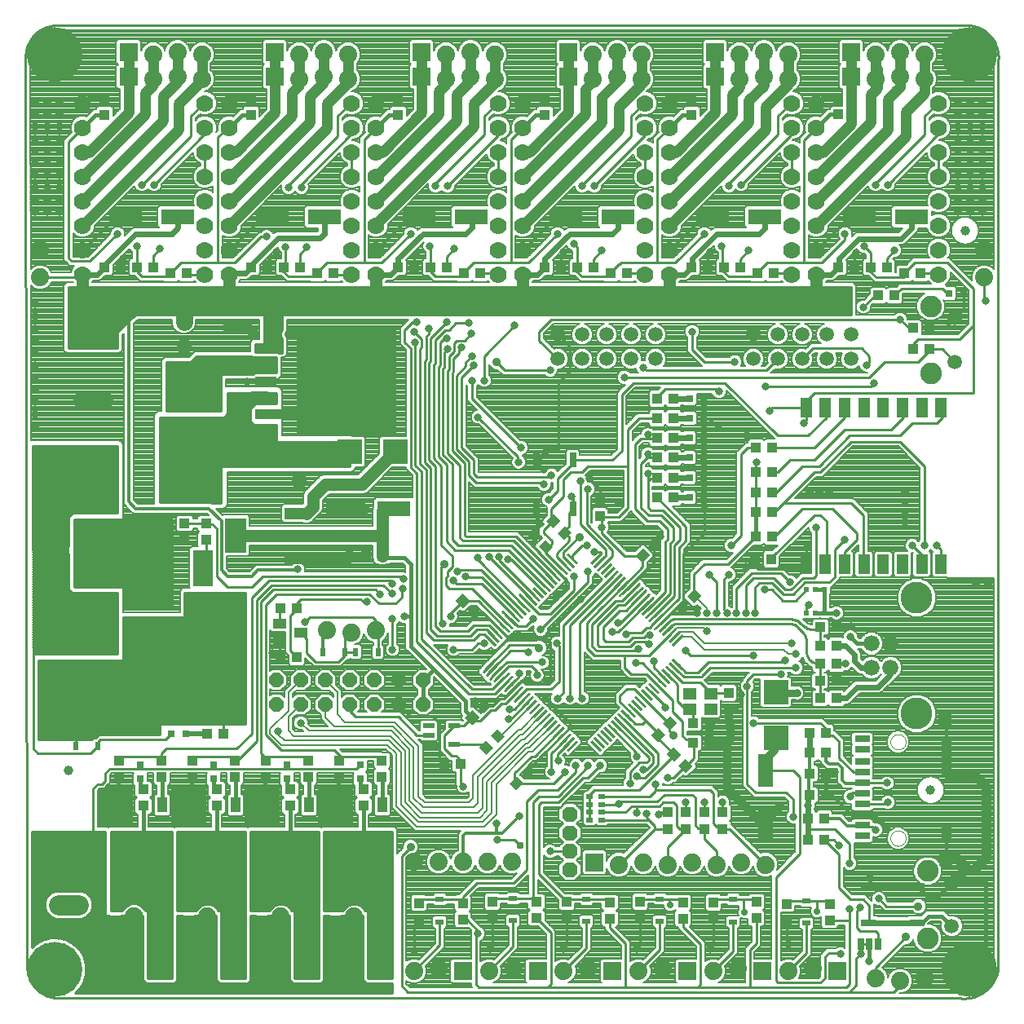
<source format=gtl>
G75*
G70*
%OFA0B0*%
%FSLAX24Y24*%
%IPPOS*%
%LPD*%
%AMOC8*
5,1,8,0,0,1.08239X$1,22.5*
%
%ADD10C,0.0100*%
%ADD11R,0.0106X0.0591*%
%ADD12R,0.0591X0.0106*%
%ADD13R,0.0551X0.0472*%
%ADD14R,0.0433X0.0394*%
%ADD15R,0.0394X0.0433*%
%ADD16R,0.0600X0.0300*%
%ADD17R,0.0315X0.0315*%
%ADD18R,0.0300X0.0600*%
%ADD19C,0.0660*%
%ADD20C,0.1300*%
%ADD21R,0.0197X0.0197*%
%ADD22C,0.0594*%
%ADD23R,0.0327X0.0248*%
%ADD24R,0.1000X0.1000*%
%ADD25R,0.4098X0.4252*%
%ADD26R,0.0850X0.0420*%
%ADD27R,0.2126X0.1575*%
%ADD28R,0.0827X0.0500*%
%ADD29OC8,0.0630*%
%ADD30C,0.0630*%
%ADD31R,0.0472X0.0787*%
%ADD32C,0.0886*%
%ADD33C,0.0740*%
%ADD34R,0.0531X0.0591*%
%ADD35R,0.0394X0.0551*%
%ADD36R,0.0394X0.0512*%
%ADD37R,0.0591X0.0295*%
%ADD38C,0.0000*%
%ADD39R,0.0740X0.0740*%
%ADD40C,0.0700*%
%ADD41R,0.1378X0.0630*%
%ADD42R,0.0820X0.1500*%
%ADD43R,0.4500X0.3500*%
%ADD44C,0.0825*%
%ADD45C,0.0394*%
%ADD46R,0.2126X0.2441*%
%ADD47R,0.0394X0.0630*%
%ADD48C,0.0669*%
%ADD49R,0.0880X0.0480*%
%ADD50R,0.0866X0.1417*%
%ADD51R,0.0256X0.0197*%
%ADD52R,0.0551X0.0394*%
%ADD53R,0.0248X0.0327*%
%ADD54OC8,0.0600*%
%ADD55R,0.0472X0.0217*%
%ADD56R,0.0250X0.0500*%
%ADD57R,0.0630X0.1378*%
%ADD58C,0.0240*%
%ADD59C,0.0160*%
%ADD60C,0.0317*%
%ADD61C,0.0320*%
%ADD62C,0.0500*%
%ADD63C,0.2250*%
%ADD64C,0.0400*%
%ADD65C,0.0120*%
%ADD66C,0.1500*%
%ADD67C,0.0080*%
%ADD68C,0.0356*%
%ADD69C,0.0300*%
%ADD70C,0.0277*%
%ADD71R,0.0356X0.0356*%
%ADD72C,0.0200*%
%ADD73C,0.0560*%
%ADD74C,0.1000*%
%ADD75C,0.0700*%
%ADD76C,0.0310*%
%ADD77C,0.0420*%
%ADD78C,0.0760*%
D10*
X002393Y001821D02*
X002330Y038999D01*
X002331Y038998D02*
X002328Y039067D01*
X002329Y039135D01*
X002334Y039203D01*
X002343Y039271D01*
X002355Y039339D01*
X002371Y039405D01*
X002390Y039471D01*
X002413Y039535D01*
X002440Y039599D01*
X002470Y039660D01*
X002503Y039720D01*
X002539Y039778D01*
X002578Y039834D01*
X002621Y039888D01*
X002666Y039939D01*
X002714Y039988D01*
X002764Y040034D01*
X002817Y040078D01*
X002873Y040118D01*
X002930Y040156D01*
X002989Y040190D01*
X003050Y040221D01*
X003113Y040249D01*
X003177Y040273D01*
X003242Y040294D01*
X003308Y040311D01*
X003375Y040324D01*
X003443Y040334D01*
X003511Y040340D01*
X003511Y040341D02*
X040913Y040341D01*
X040983Y040333D01*
X041052Y040321D01*
X041121Y040306D01*
X041188Y040287D01*
X041255Y040264D01*
X041320Y040238D01*
X041384Y040208D01*
X041446Y040175D01*
X041506Y040138D01*
X041564Y040098D01*
X041619Y040056D01*
X041673Y040010D01*
X041724Y039961D01*
X041772Y039910D01*
X041817Y039856D01*
X041859Y039800D01*
X041898Y039741D01*
X041934Y039681D01*
X041967Y039619D01*
X041996Y039555D01*
X042022Y039489D01*
X042044Y039423D01*
X042062Y039355D01*
X042077Y039286D01*
X042088Y039217D01*
X042095Y039147D01*
X042099Y039077D01*
X042098Y039006D01*
X042094Y038936D01*
X042094Y001759D01*
X042095Y001759D02*
X042081Y001685D01*
X042063Y001613D01*
X042042Y001541D01*
X042016Y001471D01*
X041988Y001402D01*
X041955Y001334D01*
X041919Y001269D01*
X041880Y001205D01*
X041837Y001144D01*
X041792Y001085D01*
X041743Y001028D01*
X041691Y000974D01*
X041637Y000923D01*
X041580Y000874D01*
X041520Y000829D01*
X041459Y000787D01*
X041395Y000748D01*
X041329Y000712D01*
X041261Y000680D01*
X041192Y000652D01*
X041122Y000627D01*
X041050Y000606D01*
X040977Y000589D01*
X040904Y000576D01*
X040829Y000566D01*
X040755Y000561D01*
X040680Y000559D01*
X040605Y000561D01*
X040531Y000567D01*
X040457Y000577D01*
X040456Y000578D02*
X003699Y000578D01*
X004333Y000777D02*
X004531Y000976D01*
X004699Y001266D01*
X004786Y001591D01*
X004786Y001926D01*
X004699Y002251D01*
X004531Y002541D01*
X004294Y002779D01*
X004003Y002947D01*
X003679Y003034D01*
X003343Y003034D01*
X003019Y002947D01*
X002728Y002779D01*
X002591Y002642D01*
X002583Y007390D01*
X005580Y007390D01*
X005580Y003940D01*
X005721Y003940D01*
X005754Y003906D01*
X006206Y003906D01*
X006239Y003940D01*
X007130Y003940D01*
X007130Y001307D01*
X007247Y001190D01*
X008413Y001190D01*
X008530Y001307D01*
X008530Y003940D01*
X008721Y003940D01*
X008754Y003906D01*
X009206Y003906D01*
X009239Y003940D01*
X010130Y003940D01*
X010130Y001307D01*
X010247Y001190D01*
X011413Y001190D01*
X011530Y001307D01*
X011530Y003940D01*
X011721Y003940D01*
X011754Y003906D01*
X012206Y003906D01*
X012239Y003940D01*
X013130Y003940D01*
X013130Y001307D01*
X013247Y001190D01*
X014413Y001190D01*
X014530Y001307D01*
X014530Y003940D01*
X014721Y003940D01*
X014754Y003906D01*
X015206Y003906D01*
X015239Y003940D01*
X016130Y003940D01*
X016130Y001307D01*
X016247Y001190D01*
X017330Y001190D01*
X017330Y000777D01*
X004333Y000777D01*
X004429Y000873D02*
X017330Y000873D01*
X017330Y000972D02*
X004527Y000972D01*
X004586Y001070D02*
X017330Y001070D01*
X017330Y001169D02*
X004643Y001169D01*
X004699Y001267D02*
X007170Y001267D01*
X007130Y001366D02*
X004726Y001366D01*
X004752Y001464D02*
X007130Y001464D01*
X007130Y001563D02*
X004779Y001563D01*
X004786Y001661D02*
X007130Y001661D01*
X007130Y001760D02*
X004786Y001760D01*
X004786Y001858D02*
X007130Y001858D01*
X007130Y001957D02*
X004778Y001957D01*
X004752Y002055D02*
X007130Y002055D01*
X007130Y002154D02*
X004725Y002154D01*
X004698Y002252D02*
X007130Y002252D01*
X007130Y002351D02*
X004642Y002351D01*
X004585Y002449D02*
X007130Y002449D01*
X007130Y002548D02*
X004525Y002548D01*
X004427Y002646D02*
X007130Y002646D01*
X007130Y002745D02*
X004328Y002745D01*
X004183Y002843D02*
X007130Y002843D01*
X007130Y002942D02*
X004012Y002942D01*
X003556Y003828D02*
X003349Y003913D01*
X003191Y004071D01*
X003105Y004278D01*
X003105Y004502D01*
X003191Y004709D01*
X003349Y004867D01*
X003556Y004952D01*
X004604Y004952D01*
X004811Y004867D01*
X004969Y004709D01*
X005055Y004502D01*
X005055Y004278D01*
X004969Y004071D01*
X004811Y003913D01*
X004604Y003828D01*
X003556Y003828D01*
X003554Y003828D02*
X002589Y003828D01*
X002589Y003730D02*
X007130Y003730D01*
X007130Y003828D02*
X004606Y003828D01*
X004825Y003927D02*
X005734Y003927D01*
X005580Y004025D02*
X004923Y004025D01*
X004991Y004124D02*
X005580Y004124D01*
X005580Y004222D02*
X005032Y004222D01*
X005055Y004321D02*
X005580Y004321D01*
X005580Y004419D02*
X005055Y004419D01*
X005049Y004518D02*
X005580Y004518D01*
X005580Y004616D02*
X005008Y004616D01*
X004963Y004715D02*
X005580Y004715D01*
X005580Y004813D02*
X004865Y004813D01*
X004703Y004912D02*
X005580Y004912D01*
X005580Y005010D02*
X002587Y005010D01*
X002587Y004912D02*
X003457Y004912D01*
X003295Y004813D02*
X002587Y004813D01*
X002588Y004715D02*
X003197Y004715D01*
X003152Y004616D02*
X002588Y004616D01*
X002588Y004518D02*
X003111Y004518D01*
X003105Y004419D02*
X002588Y004419D01*
X002588Y004321D02*
X003105Y004321D01*
X003128Y004222D02*
X002588Y004222D01*
X002589Y004124D02*
X003169Y004124D01*
X003237Y004025D02*
X002589Y004025D01*
X002589Y003927D02*
X003335Y003927D01*
X002589Y003631D02*
X007130Y003631D01*
X007130Y003533D02*
X002590Y003533D01*
X002590Y003434D02*
X007130Y003434D01*
X007130Y003336D02*
X002590Y003336D01*
X002590Y003237D02*
X007130Y003237D01*
X007130Y003139D02*
X002590Y003139D01*
X002590Y003040D02*
X007130Y003040D01*
X007330Y003040D02*
X008330Y003040D01*
X008330Y002942D02*
X007330Y002942D01*
X007330Y002843D02*
X008330Y002843D01*
X008330Y002745D02*
X007330Y002745D01*
X007330Y002646D02*
X008330Y002646D01*
X008330Y002548D02*
X007330Y002548D01*
X007330Y002449D02*
X008330Y002449D01*
X008330Y002351D02*
X007330Y002351D01*
X007330Y002252D02*
X008330Y002252D01*
X008330Y002154D02*
X007330Y002154D01*
X007330Y002055D02*
X008330Y002055D01*
X008330Y001957D02*
X007330Y001957D01*
X007330Y001858D02*
X008330Y001858D01*
X008330Y001760D02*
X007330Y001760D01*
X007330Y001661D02*
X008330Y001661D01*
X008330Y001563D02*
X007330Y001563D01*
X007330Y001464D02*
X008330Y001464D01*
X008330Y001390D02*
X007330Y001390D01*
X007330Y004140D01*
X007224Y004140D01*
X007192Y004216D01*
X007049Y004360D01*
X006861Y004437D01*
X006659Y004437D01*
X006471Y004360D01*
X006328Y004216D01*
X006296Y004140D01*
X005830Y004140D01*
X005830Y007390D01*
X008330Y007390D01*
X008330Y001390D01*
X008530Y001366D02*
X010130Y001366D01*
X010130Y001464D02*
X008530Y001464D01*
X008530Y001563D02*
X010130Y001563D01*
X010130Y001661D02*
X008530Y001661D01*
X008530Y001760D02*
X010130Y001760D01*
X010130Y001858D02*
X008530Y001858D01*
X008530Y001957D02*
X010130Y001957D01*
X010130Y002055D02*
X008530Y002055D01*
X008530Y002154D02*
X010130Y002154D01*
X010130Y002252D02*
X008530Y002252D01*
X008530Y002351D02*
X010130Y002351D01*
X010130Y002449D02*
X008530Y002449D01*
X008530Y002548D02*
X010130Y002548D01*
X010130Y002646D02*
X008530Y002646D01*
X008530Y002745D02*
X010130Y002745D01*
X010130Y002843D02*
X008530Y002843D01*
X008530Y002942D02*
X010130Y002942D01*
X010130Y003040D02*
X008530Y003040D01*
X008530Y003139D02*
X010130Y003139D01*
X010130Y003237D02*
X008530Y003237D01*
X008530Y003336D02*
X010130Y003336D01*
X010130Y003434D02*
X008530Y003434D01*
X008530Y003533D02*
X010130Y003533D01*
X010130Y003631D02*
X008530Y003631D01*
X008530Y003730D02*
X010130Y003730D01*
X010130Y003828D02*
X008530Y003828D01*
X008530Y003927D02*
X008734Y003927D01*
X008530Y004140D02*
X009328Y004140D01*
X009353Y004199D01*
X009488Y004334D01*
X009665Y004407D01*
X009855Y004407D01*
X010032Y004334D01*
X010167Y004199D01*
X010192Y004140D01*
X010330Y004140D01*
X010330Y001390D01*
X011330Y001390D01*
X011330Y007390D01*
X008530Y007390D01*
X008530Y004140D01*
X008530Y004222D02*
X009376Y004222D01*
X009474Y004321D02*
X008530Y004321D01*
X008530Y004419D02*
X011330Y004419D01*
X011330Y004321D02*
X010046Y004321D01*
X010144Y004222D02*
X011330Y004222D01*
X011330Y004124D02*
X010330Y004124D01*
X010330Y004025D02*
X011330Y004025D01*
X011330Y003927D02*
X010330Y003927D01*
X010330Y003828D02*
X011330Y003828D01*
X011330Y003730D02*
X010330Y003730D01*
X010330Y003631D02*
X011330Y003631D01*
X011330Y003533D02*
X010330Y003533D01*
X010330Y003434D02*
X011330Y003434D01*
X011330Y003336D02*
X010330Y003336D01*
X010330Y003237D02*
X011330Y003237D01*
X011330Y003139D02*
X010330Y003139D01*
X010330Y003040D02*
X011330Y003040D01*
X011330Y002942D02*
X010330Y002942D01*
X010330Y002843D02*
X011330Y002843D01*
X011330Y002745D02*
X010330Y002745D01*
X010330Y002646D02*
X011330Y002646D01*
X011330Y002548D02*
X010330Y002548D01*
X010330Y002449D02*
X011330Y002449D01*
X011330Y002351D02*
X010330Y002351D01*
X010330Y002252D02*
X011330Y002252D01*
X011330Y002154D02*
X010330Y002154D01*
X010330Y002055D02*
X011330Y002055D01*
X011330Y001957D02*
X010330Y001957D01*
X010330Y001858D02*
X011330Y001858D01*
X011330Y001760D02*
X010330Y001760D01*
X010330Y001661D02*
X011330Y001661D01*
X011330Y001563D02*
X010330Y001563D01*
X010330Y001464D02*
X011330Y001464D01*
X011530Y001464D02*
X013130Y001464D01*
X013130Y001366D02*
X011530Y001366D01*
X011490Y001267D02*
X013170Y001267D01*
X013330Y001390D02*
X013330Y004140D01*
X013192Y004140D01*
X013167Y004199D01*
X013032Y004334D01*
X012855Y004407D01*
X012665Y004407D01*
X012488Y004334D01*
X012353Y004199D01*
X012328Y004140D01*
X011530Y004140D01*
X011530Y007390D01*
X014330Y007390D01*
X014330Y001390D01*
X013330Y001390D01*
X013330Y001464D02*
X014330Y001464D01*
X014330Y001563D02*
X013330Y001563D01*
X013330Y001661D02*
X014330Y001661D01*
X014330Y001760D02*
X013330Y001760D01*
X013330Y001858D02*
X014330Y001858D01*
X014330Y001957D02*
X013330Y001957D01*
X013330Y002055D02*
X014330Y002055D01*
X014330Y002154D02*
X013330Y002154D01*
X013330Y002252D02*
X014330Y002252D01*
X014330Y002351D02*
X013330Y002351D01*
X013330Y002449D02*
X014330Y002449D01*
X014330Y002548D02*
X013330Y002548D01*
X013330Y002646D02*
X014330Y002646D01*
X014330Y002745D02*
X013330Y002745D01*
X013330Y002843D02*
X014330Y002843D01*
X014330Y002942D02*
X013330Y002942D01*
X013330Y003040D02*
X014330Y003040D01*
X014330Y003139D02*
X013330Y003139D01*
X013330Y003237D02*
X014330Y003237D01*
X014330Y003336D02*
X013330Y003336D01*
X013330Y003434D02*
X014330Y003434D01*
X014330Y003533D02*
X013330Y003533D01*
X013330Y003631D02*
X014330Y003631D01*
X014330Y003730D02*
X013330Y003730D01*
X013330Y003828D02*
X014330Y003828D01*
X014330Y003927D02*
X013330Y003927D01*
X013330Y004025D02*
X014330Y004025D01*
X014330Y004124D02*
X013330Y004124D01*
X013144Y004222D02*
X014330Y004222D01*
X014330Y004321D02*
X013046Y004321D01*
X013130Y003927D02*
X012226Y003927D01*
X012376Y004222D02*
X011530Y004222D01*
X011530Y004321D02*
X012474Y004321D01*
X013130Y003828D02*
X011530Y003828D01*
X011530Y003730D02*
X013130Y003730D01*
X013130Y003631D02*
X011530Y003631D01*
X011530Y003533D02*
X013130Y003533D01*
X013130Y003434D02*
X011530Y003434D01*
X011530Y003336D02*
X013130Y003336D01*
X013130Y003237D02*
X011530Y003237D01*
X011530Y003139D02*
X013130Y003139D01*
X013130Y003040D02*
X011530Y003040D01*
X011530Y002942D02*
X013130Y002942D01*
X013130Y002843D02*
X011530Y002843D01*
X011530Y002745D02*
X013130Y002745D01*
X013130Y002646D02*
X011530Y002646D01*
X011530Y002548D02*
X013130Y002548D01*
X013130Y002449D02*
X011530Y002449D01*
X011530Y002351D02*
X013130Y002351D01*
X013130Y002252D02*
X011530Y002252D01*
X011530Y002154D02*
X013130Y002154D01*
X013130Y002055D02*
X011530Y002055D01*
X011530Y001957D02*
X013130Y001957D01*
X013130Y001858D02*
X011530Y001858D01*
X011530Y001760D02*
X013130Y001760D01*
X013130Y001661D02*
X011530Y001661D01*
X011530Y001563D02*
X013130Y001563D01*
X014490Y001267D02*
X016170Y001267D01*
X016130Y001366D02*
X014530Y001366D01*
X014530Y001464D02*
X016130Y001464D01*
X016130Y001563D02*
X014530Y001563D01*
X014530Y001661D02*
X016130Y001661D01*
X016130Y001760D02*
X014530Y001760D01*
X014530Y001858D02*
X016130Y001858D01*
X016130Y001957D02*
X014530Y001957D01*
X014530Y002055D02*
X016130Y002055D01*
X016130Y002154D02*
X014530Y002154D01*
X014530Y002252D02*
X016130Y002252D01*
X016130Y002351D02*
X014530Y002351D01*
X014530Y002449D02*
X016130Y002449D01*
X016130Y002548D02*
X014530Y002548D01*
X014530Y002646D02*
X016130Y002646D01*
X016130Y002745D02*
X014530Y002745D01*
X014530Y002843D02*
X016130Y002843D01*
X016130Y002942D02*
X014530Y002942D01*
X014530Y003040D02*
X016130Y003040D01*
X016130Y003139D02*
X014530Y003139D01*
X014530Y003237D02*
X016130Y003237D01*
X016130Y003336D02*
X014530Y003336D01*
X014530Y003434D02*
X016130Y003434D01*
X016130Y003533D02*
X014530Y003533D01*
X014530Y003631D02*
X016130Y003631D01*
X016130Y003730D02*
X014530Y003730D01*
X014530Y003828D02*
X016130Y003828D01*
X016130Y003927D02*
X015226Y003927D01*
X015328Y004140D02*
X014530Y004140D01*
X014530Y007390D01*
X017330Y007390D01*
X017330Y001390D01*
X016330Y001390D01*
X016330Y004140D01*
X016192Y004140D01*
X016167Y004199D01*
X016032Y004334D01*
X015855Y004407D01*
X015665Y004407D01*
X015488Y004334D01*
X015353Y004199D01*
X015328Y004140D01*
X015376Y004222D02*
X014530Y004222D01*
X014530Y004321D02*
X015474Y004321D01*
X014734Y003927D02*
X014530Y003927D01*
X014530Y004419D02*
X017330Y004419D01*
X017330Y004321D02*
X016046Y004321D01*
X016144Y004222D02*
X017330Y004222D01*
X017330Y004124D02*
X016330Y004124D01*
X016330Y004025D02*
X017330Y004025D01*
X017330Y003927D02*
X016330Y003927D01*
X016330Y003828D02*
X017330Y003828D01*
X017330Y003730D02*
X016330Y003730D01*
X016330Y003631D02*
X017330Y003631D01*
X017330Y003533D02*
X016330Y003533D01*
X016330Y003434D02*
X017330Y003434D01*
X017330Y003336D02*
X016330Y003336D01*
X016330Y003237D02*
X017330Y003237D01*
X017330Y003139D02*
X016330Y003139D01*
X016330Y003040D02*
X017330Y003040D01*
X017330Y002942D02*
X016330Y002942D01*
X016330Y002843D02*
X017330Y002843D01*
X017330Y002745D02*
X016330Y002745D01*
X016330Y002646D02*
X017330Y002646D01*
X017330Y002548D02*
X016330Y002548D01*
X016330Y002449D02*
X017330Y002449D01*
X017330Y002351D02*
X016330Y002351D01*
X016330Y002252D02*
X017330Y002252D01*
X017330Y002154D02*
X016330Y002154D01*
X016330Y002055D02*
X017330Y002055D01*
X017330Y001957D02*
X016330Y001957D01*
X016330Y001858D02*
X017330Y001858D01*
X017330Y001760D02*
X016330Y001760D01*
X016330Y001661D02*
X017330Y001661D01*
X017330Y001563D02*
X016330Y001563D01*
X016330Y001464D02*
X017330Y001464D01*
X017705Y001078D02*
X017705Y006386D01*
X018066Y006747D01*
X017330Y006783D02*
X014530Y006783D01*
X014530Y006685D02*
X017330Y006685D01*
X017330Y006586D02*
X014530Y006586D01*
X014530Y006488D02*
X017330Y006488D01*
X017330Y006389D02*
X014530Y006389D01*
X014530Y006291D02*
X017330Y006291D01*
X017330Y006192D02*
X014530Y006192D01*
X014530Y006094D02*
X017330Y006094D01*
X017330Y005995D02*
X014530Y005995D01*
X014530Y005897D02*
X017330Y005897D01*
X017330Y005798D02*
X014530Y005798D01*
X014530Y005700D02*
X017330Y005700D01*
X017330Y005601D02*
X014530Y005601D01*
X014530Y005503D02*
X017330Y005503D01*
X017330Y005404D02*
X014530Y005404D01*
X014530Y005306D02*
X017330Y005306D01*
X017330Y005207D02*
X014530Y005207D01*
X014530Y005109D02*
X017330Y005109D01*
X017330Y005010D02*
X014530Y005010D01*
X014530Y004912D02*
X017330Y004912D01*
X017330Y004813D02*
X014530Y004813D01*
X014530Y004715D02*
X017330Y004715D01*
X017330Y004616D02*
X014530Y004616D01*
X014530Y004518D02*
X017330Y004518D01*
X018409Y004461D02*
X018546Y004598D01*
X019260Y004598D01*
X020065Y004598D01*
X020201Y004461D01*
X020210Y004470D01*
X020210Y004707D01*
X020768Y005265D01*
X022268Y005265D01*
X022830Y005828D01*
X022830Y008628D01*
X023280Y009078D01*
X024080Y009078D01*
X024830Y009828D01*
X024830Y010078D01*
X024393Y009828D02*
X023915Y009350D01*
X022390Y009350D01*
X022330Y009410D01*
X022330Y009778D01*
X023007Y010455D01*
X023140Y010455D01*
X024121Y011436D01*
X023981Y011573D02*
X023981Y011575D01*
X024260Y011297D02*
X024580Y011617D01*
X024580Y011828D01*
X023580Y012828D01*
X023830Y013203D02*
X022825Y013203D01*
X022590Y012967D01*
X022590Y012962D01*
X022330Y012703D01*
X022299Y012390D02*
X022111Y012390D01*
X022299Y012390D02*
X022729Y012820D01*
X022729Y012828D01*
X022868Y012689D02*
X022163Y011984D01*
X022080Y011984D01*
X021963Y012618D02*
X022450Y013106D01*
X022311Y013245D02*
X022311Y013246D01*
X022580Y013515D01*
X023018Y013515D01*
X023080Y013453D01*
X023580Y013453D01*
X023643Y013515D01*
X023768Y013640D01*
X023768Y015140D01*
X023580Y015328D01*
X023580Y015453D01*
X025018Y016890D01*
X024736Y017244D02*
X024736Y017796D01*
X024424Y017671D02*
X024424Y017359D01*
X024018Y016953D01*
X023564Y017421D02*
X022095Y018890D01*
X019893Y018890D01*
X019549Y019234D01*
X019549Y022369D01*
X019205Y022713D01*
X019205Y026390D01*
X019268Y026453D01*
X019268Y027371D01*
X019443Y027546D01*
X019549Y027546D01*
X019496Y027890D02*
X019643Y027890D01*
X019924Y028171D01*
X020455Y028171D01*
X020549Y027734D02*
X020268Y027453D01*
X019955Y027453D01*
X019861Y027359D01*
X019861Y027015D01*
X019643Y026796D01*
X019643Y026265D01*
X019580Y026203D01*
X019580Y022858D01*
X020080Y022358D01*
X020080Y019390D01*
X020205Y019265D01*
X022277Y019265D01*
X023842Y017700D01*
X023981Y017839D02*
X022368Y019453D01*
X020330Y019453D01*
X020268Y019515D01*
X020268Y022430D01*
X019768Y022930D01*
X019768Y026130D01*
X019830Y026193D01*
X019830Y026724D01*
X020049Y026943D01*
X020049Y027078D01*
X020143Y027171D01*
X020580Y026828D02*
X020330Y026578D01*
X020330Y026400D01*
X019955Y026025D01*
X019955Y023003D01*
X020455Y022503D01*
X020455Y021943D01*
X020758Y021640D01*
X023455Y021640D01*
X023518Y021578D01*
X023768Y021890D02*
X020768Y021890D01*
X020643Y022015D01*
X020643Y022575D01*
X020143Y023075D01*
X020143Y025953D01*
X020643Y026453D01*
X021080Y026828D02*
X021080Y025828D01*
X020580Y025828D02*
X020580Y025078D01*
X022580Y023078D01*
X022455Y022703D02*
X022455Y022515D01*
X022486Y022484D01*
X022455Y022703D02*
X020830Y024328D01*
X019393Y022785D02*
X019768Y022410D01*
X019768Y019328D01*
X020018Y019078D01*
X022186Y019078D01*
X023703Y017560D01*
X023425Y017282D02*
X022192Y018515D01*
X022049Y018515D01*
X021674Y018476D02*
X023146Y017004D01*
X023007Y016864D02*
X021268Y018604D01*
X021268Y018609D01*
X021674Y018609D02*
X021674Y018476D01*
X020959Y018078D02*
X020049Y018078D01*
X019986Y018015D01*
X019768Y018203D02*
X019768Y018640D01*
X019330Y019078D01*
X019330Y022328D01*
X019018Y022640D01*
X019018Y026463D01*
X019080Y026525D01*
X019080Y027474D01*
X019496Y027890D01*
X019549Y028203D02*
X018893Y027546D01*
X018893Y026598D01*
X018830Y026535D01*
X018830Y022568D01*
X019080Y022318D01*
X019080Y015765D01*
X019268Y015578D01*
X020418Y015578D01*
X020662Y015822D01*
X021266Y015822D01*
X021615Y015472D01*
X021476Y015333D02*
X021174Y015636D01*
X021174Y015640D01*
X020780Y015640D01*
X020530Y015390D01*
X019143Y015390D01*
X018893Y015640D01*
X018893Y022245D01*
X018643Y022495D01*
X018643Y026608D01*
X018705Y026670D01*
X018705Y027623D01*
X018830Y027748D01*
X018830Y027921D01*
X018799Y027953D01*
X018523Y027509D02*
X018205Y027828D01*
X018143Y028203D02*
X017830Y027890D01*
X017830Y027390D01*
X018070Y027150D01*
X018070Y022288D01*
X018330Y022028D01*
X018330Y015140D01*
X020455Y013015D01*
X021518Y013015D01*
X022026Y013524D01*
X022033Y013524D01*
X022168Y013385D02*
X021924Y013140D01*
X021881Y012815D02*
X021709Y012815D01*
X021409Y012515D01*
X021062Y012515D01*
X020893Y012515D01*
X020705Y012703D01*
X020568Y013203D02*
X018518Y015253D01*
X018518Y022100D01*
X018258Y022360D01*
X018258Y027390D01*
X018523Y027509D02*
X018523Y027193D01*
X018455Y027124D01*
X018455Y022423D01*
X018705Y022173D01*
X018705Y015528D01*
X019030Y015203D01*
X020643Y015203D01*
X020893Y015453D01*
X021080Y015453D01*
X021337Y015196D01*
X021337Y015194D01*
X021080Y015078D02*
X020830Y015078D01*
X020580Y014828D01*
X019830Y014828D01*
X019393Y015890D02*
X019330Y015953D01*
X019330Y018203D01*
X019455Y018328D01*
X019580Y018015D02*
X019768Y018203D01*
X019580Y018015D02*
X019580Y017828D01*
X019518Y017765D01*
X019518Y017453D01*
X019643Y017328D01*
X020580Y017328D01*
X022017Y015890D01*
X022033Y015890D01*
X022170Y016031D02*
X022172Y016029D01*
X022436Y015765D01*
X022768Y015765D01*
X023080Y016078D01*
X023313Y016280D02*
X023772Y016280D01*
X024736Y017244D01*
X024424Y017671D02*
X024121Y017974D01*
X024121Y017978D01*
X023356Y018743D01*
X023356Y018782D01*
X023078Y019060D01*
X023078Y019300D01*
X023205Y019427D01*
X023120Y019499D01*
X023198Y019577D01*
X023198Y020562D01*
X023198Y020140D01*
X023315Y020023D01*
X023520Y019703D02*
X023892Y020075D01*
X023830Y020137D01*
X023830Y020578D01*
X024330Y021078D01*
X024330Y021778D01*
X024630Y022078D01*
X025080Y022078D01*
X025330Y022328D01*
X026955Y022328D01*
X026955Y023828D01*
X027403Y024276D01*
X028151Y024276D01*
X028028Y024276D01*
X027768Y023609D02*
X027768Y023453D01*
X028134Y023453D01*
X028152Y023471D01*
X027768Y023453D02*
X027486Y023453D01*
X027236Y023203D01*
X027236Y020578D01*
X027736Y020078D01*
X028236Y020078D01*
X028580Y019734D01*
X028580Y019328D01*
X028486Y019234D01*
X028486Y017193D01*
X027740Y016447D01*
X027740Y016456D01*
X027601Y016586D02*
X027967Y016953D01*
X027814Y017078D02*
X027461Y016725D01*
X026642Y015906D01*
X026533Y015906D01*
X026561Y015546D02*
X026299Y015546D01*
X026561Y015546D02*
X027601Y016586D01*
X027879Y016314D02*
X027879Y016308D01*
X028674Y017102D01*
X028674Y019161D01*
X028830Y019318D01*
X028830Y019796D01*
X028330Y020296D01*
X027811Y020296D01*
X027486Y020621D01*
X027486Y022421D01*
X027736Y022671D01*
X027768Y022671D01*
X027768Y022828D01*
X027768Y022671D02*
X028145Y022671D01*
X028152Y022664D01*
X027768Y022015D02*
X027768Y021703D01*
X027893Y021828D01*
X028128Y021828D01*
X028152Y021852D01*
X027768Y021703D02*
X027768Y020640D01*
X027893Y020515D01*
X028393Y020515D01*
X029080Y019828D01*
X029080Y019308D01*
X028861Y019089D01*
X028861Y017015D01*
X028018Y016172D01*
X028018Y016168D01*
X028157Y016029D02*
X027831Y015703D01*
X027705Y015703D01*
X027512Y015509D01*
X026949Y015509D01*
X026893Y015453D01*
X027164Y015328D02*
X026976Y015140D01*
X026049Y015140D01*
X025939Y015249D01*
X025939Y015734D01*
X026624Y016418D01*
X026876Y016418D01*
X027322Y016864D01*
X027691Y017234D01*
X027538Y017359D02*
X027183Y017004D01*
X026819Y016640D01*
X026549Y016640D01*
X025705Y015796D01*
X025705Y015015D01*
X025768Y014953D01*
X027049Y014953D01*
X027236Y015140D01*
X027736Y015140D01*
X027830Y015046D01*
X027611Y015328D02*
X027164Y015328D01*
X027611Y015328D02*
X027705Y015421D01*
X027861Y015421D01*
X027393Y014859D02*
X027299Y014765D01*
X025674Y014765D01*
X025486Y014953D01*
X025486Y015859D01*
X026455Y016828D01*
X026728Y016828D01*
X027044Y017143D01*
X027416Y017515D01*
X026905Y017282D02*
X027976Y018354D01*
X028026Y018404D01*
X028026Y019144D01*
X028026Y019172D01*
X028284Y019429D01*
X029046Y018994D02*
X029330Y019278D01*
X029330Y019855D01*
X028152Y021033D01*
X026955Y020609D02*
X026955Y022328D01*
X026698Y022945D02*
X026330Y022578D01*
X024714Y022578D01*
X024698Y022562D01*
X024698Y022445D01*
X024080Y021828D01*
X024080Y021328D01*
X023705Y020953D01*
X023768Y021890D02*
X023830Y021953D01*
X023503Y022179D02*
X023198Y022484D01*
X023198Y022500D01*
X024128Y022929D02*
X024128Y025750D01*
X024580Y026203D01*
X024580Y027203D01*
X024080Y027703D01*
X023830Y028328D02*
X023330Y027828D01*
X023330Y027453D01*
X024080Y026703D01*
X023768Y026234D02*
X021924Y026234D01*
X021580Y026578D01*
X021080Y026828D02*
X022330Y028078D01*
X023735Y028515D02*
X006080Y028515D01*
X006080Y027140D01*
X004080Y027140D01*
X004080Y029640D01*
X036080Y029640D01*
X036080Y028527D01*
X023747Y028527D01*
X023735Y028515D01*
X023830Y028328D02*
X038080Y028328D01*
X038439Y027969D01*
X038620Y027969D01*
X038830Y027515D02*
X040518Y027515D01*
X041080Y028078D01*
X041080Y029578D01*
X040018Y030640D01*
X038683Y030640D01*
X038245Y030203D01*
X038245Y030055D01*
X038236Y030046D01*
X037111Y030046D01*
X036830Y030328D01*
X036830Y030412D01*
X036870Y030453D01*
X036870Y031037D01*
X036611Y031296D01*
X036268Y031046D02*
X036227Y031006D01*
X036227Y030453D01*
X035580Y030475D02*
X035558Y030453D01*
X034893Y030640D02*
X035830Y031578D01*
X035830Y031828D01*
X036014Y032515D02*
X034658Y031159D01*
X034893Y030640D02*
X034155Y030640D01*
X034155Y035656D01*
X034658Y036159D01*
X033658Y036159D02*
X033599Y036159D01*
X033599Y035846D01*
X031580Y033828D01*
X031080Y033890D02*
X031080Y033765D01*
X031080Y033890D02*
X033080Y035890D01*
X033080Y036640D01*
X033599Y037159D01*
X033658Y037159D01*
X033658Y035159D02*
X033658Y034159D01*
X036014Y032515D02*
X036423Y032515D01*
X037861Y031140D02*
X037540Y030818D01*
X037540Y030453D01*
X038133Y029578D02*
X037852Y029296D01*
X038133Y029578D02*
X039830Y029578D01*
X040018Y029390D01*
X040097Y029390D01*
X040688Y029390D02*
X040688Y028730D01*
X040322Y028364D01*
X039926Y027969D01*
X039290Y027969D01*
X038830Y027515D02*
X038625Y027310D01*
X038625Y027097D01*
X038830Y026578D02*
X037455Y026578D01*
X036830Y025953D01*
X026799Y025953D01*
X027180Y025728D02*
X030930Y025728D01*
X033080Y023578D01*
X034330Y023578D01*
X035080Y024328D01*
X035080Y024646D01*
X035029Y024697D01*
X034580Y025328D02*
X034241Y024989D01*
X034241Y024697D01*
X034241Y024166D01*
X034153Y024078D01*
X034143Y024078D01*
X034241Y024697D02*
X032856Y024697D01*
X032736Y024578D01*
X032580Y025578D02*
X036893Y025578D01*
X037018Y025703D01*
X036705Y026453D02*
X036830Y026578D01*
X036830Y026828D01*
X036518Y027140D01*
X034518Y027140D01*
X034080Y026703D01*
X033080Y026703D02*
X032611Y026234D01*
X027705Y026234D01*
X027580Y026359D01*
X027180Y025728D02*
X026698Y025245D01*
X026698Y022945D01*
X025393Y021828D02*
X025803Y021417D01*
X025803Y020944D01*
X026463Y020944D01*
X026580Y020828D01*
X026955Y020609D02*
X026580Y020234D01*
X025844Y020234D01*
X025803Y020275D01*
X025893Y020248D01*
X025893Y019828D01*
X025893Y019578D01*
X026830Y018640D01*
X027530Y018640D01*
X027553Y018670D01*
X027553Y018645D01*
X027553Y018209D01*
X026765Y017421D01*
X025830Y016486D01*
X025830Y016484D01*
X025268Y015921D01*
X025268Y014890D01*
X025580Y014578D01*
X026830Y014578D01*
X026830Y014078D01*
X027080Y013828D01*
X027714Y013828D01*
X028157Y013385D01*
X028796Y012746D01*
X028796Y012264D01*
X029189Y011870D01*
X029189Y011280D01*
X029333Y011136D01*
X029562Y011136D01*
X029653Y011046D01*
X029653Y010376D01*
X029377Y010101D01*
X029333Y010085D01*
X029314Y010066D01*
X029314Y010062D01*
X028830Y009578D01*
X028580Y009578D01*
X028080Y009328D02*
X028080Y009078D01*
X028080Y009046D01*
X027834Y008800D01*
X025889Y008800D01*
X025889Y008485D02*
X026550Y008485D01*
X026580Y008515D01*
X026674Y008609D01*
X028164Y008609D01*
X028445Y008890D01*
X029580Y008890D01*
X029705Y008765D01*
X029705Y007640D01*
X029830Y007515D01*
X030058Y007515D01*
X030080Y007493D01*
X030080Y007078D01*
X030580Y006578D01*
X030580Y006028D01*
X030578Y004599D02*
X030459Y004479D01*
X030578Y004599D02*
X031260Y004599D01*
X031687Y004599D01*
X031687Y004120D01*
X031730Y004078D01*
X031687Y004599D02*
X032110Y004599D01*
X032201Y004508D01*
X032201Y003839D02*
X032201Y002799D01*
X031939Y002537D01*
X031939Y001015D01*
X035893Y001015D01*
X036018Y001140D01*
X036018Y004203D01*
X036018Y003751D01*
X035201Y003751D01*
X034680Y004128D02*
X034680Y004537D01*
X035085Y004537D01*
X035201Y004421D01*
X034680Y004537D02*
X034260Y004537D01*
X033569Y004537D01*
X033459Y004427D01*
X033459Y003758D02*
X033459Y002841D01*
X033526Y002774D01*
X034260Y002428D02*
X033517Y001684D01*
X033080Y001203D02*
X033018Y001265D01*
X033018Y005528D01*
X033980Y006490D01*
X033980Y009628D01*
X033717Y009890D01*
X032580Y009890D01*
X031830Y009328D02*
X032180Y008978D01*
X033430Y008978D01*
X033708Y008700D01*
X033708Y007990D01*
X034324Y008328D02*
X034326Y008330D01*
X034326Y008451D01*
X034324Y008769D02*
X034379Y008871D01*
X034270Y008801D01*
X035049Y008871D02*
X035292Y008871D01*
X034392Y009746D02*
X034392Y009759D01*
X034392Y009746D02*
X034377Y009746D01*
X035580Y010390D02*
X035580Y011078D01*
X035330Y011328D01*
X035147Y011328D01*
X035055Y011420D01*
X035055Y011603D01*
X034830Y011828D01*
X032096Y011828D01*
X031079Y012358D02*
X031065Y012372D01*
X030367Y013042D02*
X030348Y013022D01*
X030348Y013035D01*
X029898Y013484D01*
X029171Y013484D01*
X028714Y013941D01*
X028575Y013802D02*
X028993Y013384D01*
X028993Y012697D01*
X029298Y012392D01*
X029482Y012392D01*
X029630Y012244D01*
X029630Y011807D01*
X029562Y011136D02*
X029626Y011011D01*
X028830Y011328D02*
X028660Y011498D01*
X028660Y011810D01*
X028619Y011810D01*
X027601Y012828D01*
X027219Y013209D01*
X026906Y013209D01*
X026630Y012933D01*
X026630Y012684D01*
X027044Y012271D01*
X027183Y012410D02*
X027669Y011924D01*
X027536Y011792D01*
X027245Y011792D01*
X026905Y012132D01*
X026765Y011993D02*
X026765Y011986D01*
X028174Y010578D01*
X028174Y010109D01*
X027643Y009578D01*
X027393Y009578D01*
X027330Y009640D01*
X027049Y009828D02*
X027049Y009359D01*
X027399Y009078D02*
X028841Y010519D01*
X028841Y010539D01*
X028186Y011194D01*
X028186Y011336D01*
X028186Y011407D01*
X027669Y011924D01*
X028481Y012461D02*
X028481Y012504D01*
X027879Y013106D01*
X028297Y013524D02*
X027555Y014265D01*
X027268Y014265D01*
X026830Y014578D02*
X027819Y014578D01*
X028714Y015472D01*
X028575Y015612D02*
X028783Y015820D01*
X028782Y015820D02*
X028785Y015824D01*
X028786Y015829D01*
X028688Y016007D02*
X028708Y016024D01*
X028730Y016039D01*
X028754Y016051D01*
X028779Y016059D01*
X028805Y016064D01*
X028831Y016066D01*
X028831Y016065D02*
X033590Y016065D01*
X033590Y015868D02*
X028882Y015868D01*
X028861Y015866D01*
X028841Y015861D01*
X028821Y015853D01*
X028803Y015842D01*
X028787Y015829D01*
X028686Y016002D02*
X028436Y015751D01*
X028297Y015890D02*
X028942Y016536D01*
X029185Y016536D01*
X029195Y016536D01*
X029226Y016578D01*
X029226Y018734D01*
X030080Y019578D01*
X030080Y020578D01*
X031580Y019484D02*
X031174Y019078D01*
X031580Y019484D02*
X031580Y022828D01*
X031846Y023094D01*
X032188Y023094D01*
X032205Y022484D02*
X032188Y022469D01*
X032188Y022072D01*
X032188Y021274D01*
X032173Y021259D01*
X032173Y020446D01*
X032169Y020441D01*
X032838Y020441D02*
X032944Y020441D01*
X033330Y020828D01*
X036080Y020828D01*
X036580Y020328D01*
X036580Y018343D01*
X036604Y018319D01*
X035816Y018319D02*
X035816Y018814D01*
X036330Y019328D01*
X036330Y019578D01*
X035330Y020578D01*
X034080Y020578D01*
X032940Y019437D01*
X032838Y019437D01*
X032169Y019437D02*
X031059Y018328D01*
X030080Y018328D01*
X029658Y017905D01*
X029658Y017009D01*
X029046Y016918D02*
X029046Y018994D01*
X030268Y017890D02*
X030580Y017578D01*
X030580Y016328D01*
X030893Y016437D02*
X031002Y016328D01*
X030893Y016437D02*
X030893Y017703D01*
X031080Y017890D01*
X031393Y017328D02*
X032005Y017940D01*
X033228Y017940D01*
X033580Y017588D01*
X033628Y017265D02*
X034107Y017744D01*
X034543Y017744D01*
X034643Y017844D01*
X034643Y019828D01*
X035080Y020078D02*
X034830Y020328D01*
X034580Y020328D01*
X032818Y018566D01*
X032818Y018512D01*
X032280Y018128D02*
X034050Y018128D01*
X034241Y018319D01*
X034241Y018989D01*
X034330Y019078D01*
X035080Y018370D02*
X035029Y018319D01*
X035080Y018370D02*
X035080Y020078D01*
X035830Y019328D02*
X035408Y018906D01*
X035408Y017781D01*
X035189Y017562D01*
X034189Y017562D01*
X033705Y017078D01*
X033310Y017078D01*
X032841Y017546D01*
X032330Y017546D01*
X032143Y017359D01*
X032143Y016328D01*
X031768Y016328D02*
X031768Y017433D01*
X032073Y017738D01*
X032919Y017738D01*
X033393Y017265D01*
X033628Y017265D01*
X033810Y016828D02*
X033290Y016828D01*
X032853Y017264D01*
X032612Y017264D01*
X032611Y017265D01*
X032549Y017265D01*
X032280Y018128D02*
X032149Y018259D01*
X032149Y018512D01*
X032077Y018512D01*
X031768Y018203D01*
X031393Y017328D02*
X031393Y016328D01*
X029518Y014578D02*
X029330Y014765D01*
X029518Y014578D02*
X032080Y014578D01*
X032080Y013796D02*
X031830Y013546D01*
X031830Y013328D01*
X031830Y009328D01*
X030830Y008578D02*
X030830Y008162D01*
X030455Y007703D02*
X030455Y008953D01*
X030330Y009078D01*
X028080Y009078D01*
X028393Y008578D02*
X028236Y008421D01*
X027330Y008421D01*
X027330Y008140D01*
X027330Y008421D02*
X027111Y008421D01*
X026860Y008170D01*
X025889Y008170D01*
X025889Y007855D02*
X027802Y007855D01*
X027705Y007953D01*
X027705Y008109D01*
X027802Y007855D02*
X028045Y007612D01*
X028045Y007493D01*
X026580Y006028D01*
X026077Y004620D02*
X025260Y004620D01*
X024577Y004620D01*
X024459Y004502D01*
X023330Y005631D01*
X023330Y008478D01*
X023430Y008578D01*
X024130Y008578D01*
X025130Y009578D01*
X025330Y009578D01*
X025830Y010078D01*
X025330Y010078D02*
X025330Y010038D01*
X024120Y008828D01*
X023330Y008828D01*
X023080Y008578D01*
X023080Y004586D01*
X023209Y004507D01*
X023076Y004640D01*
X022260Y004640D01*
X021538Y004640D01*
X021409Y004511D01*
X021409Y003841D02*
X021409Y002656D01*
X021330Y002578D01*
X020736Y003109D02*
X020736Y001140D01*
X020861Y001015D01*
X023674Y001015D01*
X026830Y001015D01*
X026861Y001046D01*
X026861Y002796D01*
X026209Y003449D01*
X026209Y003819D01*
X026209Y004488D02*
X026077Y004620D01*
X025260Y003715D02*
X025260Y002615D01*
X024329Y001684D01*
X023799Y001140D02*
X023799Y003248D01*
X023209Y003837D01*
X022260Y003735D02*
X022260Y002678D01*
X021267Y001684D01*
X020736Y003109D02*
X020830Y003203D01*
X020830Y003328D01*
X020365Y003792D01*
X020201Y003792D01*
X020826Y003199D02*
X020830Y003203D01*
X019260Y002740D02*
X018204Y001684D01*
X017705Y001078D02*
X017955Y000828D01*
X036005Y000828D01*
X037830Y000828D01*
X038080Y001078D01*
X038080Y001278D01*
X037080Y001378D02*
X037080Y001828D01*
X038330Y003078D01*
X037180Y003228D02*
X037180Y002765D01*
X036799Y002765D02*
X036480Y002765D01*
X036486Y002390D02*
X036293Y002196D01*
X036293Y001115D01*
X036005Y000828D01*
X035018Y001390D02*
X035018Y002265D01*
X035174Y002421D01*
X035611Y002421D01*
X035643Y002390D01*
X035018Y001390D02*
X034830Y001203D01*
X033080Y001203D01*
X031939Y001015D02*
X029799Y001015D01*
X029924Y001140D01*
X029924Y002765D01*
X029201Y003488D01*
X029201Y003817D01*
X028680Y004378D02*
X028634Y004423D01*
X028634Y004627D01*
X029060Y004627D01*
X029201Y004486D01*
X028634Y004627D02*
X028260Y004627D01*
X027577Y004627D01*
X027459Y004509D01*
X027459Y003840D02*
X027459Y002706D01*
X027330Y002578D01*
X027393Y001684D02*
X028260Y002552D01*
X028260Y003721D01*
X030459Y003810D02*
X030459Y002706D01*
X030330Y002578D01*
X030454Y001684D02*
X031260Y002490D01*
X031260Y003693D01*
X032580Y006028D02*
X031115Y007493D01*
X030830Y007493D01*
X030745Y007578D01*
X030580Y007578D01*
X030455Y007703D01*
X030080Y008162D02*
X030080Y008578D01*
X029330Y008578D02*
X029330Y008162D01*
X028955Y008453D02*
X028830Y008578D01*
X028393Y008578D01*
X028290Y008162D02*
X028205Y008078D01*
X028290Y008162D02*
X028580Y008162D01*
X028955Y008453D02*
X028955Y007609D01*
X029080Y007484D01*
X029321Y007484D01*
X029330Y007493D01*
X028580Y006743D01*
X028580Y006028D01*
X028580Y007493D02*
X028045Y007493D01*
X027399Y009078D02*
X025580Y009078D01*
X025396Y008894D01*
X025396Y008800D01*
X025396Y008485D01*
X025396Y008170D01*
X025396Y007855D01*
X024580Y006578D02*
X023768Y006578D01*
X022549Y006796D02*
X022299Y007046D01*
X021611Y007046D01*
X020230Y009228D02*
X020102Y009355D01*
X020102Y010140D01*
X020102Y010305D01*
X019924Y010484D01*
X019736Y010484D01*
X019455Y010765D01*
X019455Y011315D01*
X019842Y011702D01*
X020249Y011702D01*
X020589Y012042D01*
X020628Y012085D01*
X020628Y012061D01*
X020674Y011921D02*
X020580Y011828D01*
X020674Y011921D02*
X020705Y011921D01*
X020924Y011921D01*
X021332Y012329D01*
X021499Y012329D01*
X021788Y012618D01*
X021963Y012618D01*
X021881Y012815D02*
X022311Y013245D01*
X022172Y013385D02*
X022518Y013730D01*
X022518Y013859D01*
X022092Y014140D02*
X021754Y013802D01*
X021742Y013787D01*
X021486Y013531D01*
X021299Y013624D02*
X021615Y013941D01*
X021615Y013941D01*
X022001Y014328D01*
X023424Y014328D01*
X023455Y014296D01*
X023236Y013921D02*
X023018Y014140D01*
X022092Y014140D01*
X021894Y013663D02*
X021884Y013663D01*
X021424Y013203D01*
X020568Y013203D01*
X021174Y013781D02*
X021474Y014081D01*
X021476Y014081D01*
X022160Y014765D01*
X022830Y014765D01*
X022893Y014703D01*
X023221Y014999D02*
X023330Y014890D01*
X023221Y014999D02*
X022111Y014999D01*
X021337Y014225D01*
X021337Y014220D01*
X021337Y014209D01*
X021049Y013921D01*
X022168Y013385D02*
X022172Y013385D01*
X023236Y013765D02*
X023236Y013921D01*
X023830Y013203D02*
X024143Y013515D01*
X024143Y014984D01*
X024049Y015078D01*
X023580Y015328D02*
X023571Y015337D01*
X022402Y015337D01*
X022486Y015421D01*
X022402Y015337D02*
X022029Y015337D01*
X021754Y015612D01*
X021030Y016336D01*
X020682Y016336D01*
X020573Y016336D01*
X020209Y016706D02*
X020209Y016809D01*
X019705Y016306D01*
X019705Y016171D01*
X020209Y016809D02*
X020835Y016809D01*
X021894Y015751D01*
X022170Y016031D02*
X022170Y016038D01*
X021830Y016378D01*
X022311Y016168D02*
X020965Y017515D01*
X019955Y017515D01*
X019830Y017640D01*
X020330Y017796D02*
X020361Y017765D01*
X020993Y017765D01*
X022450Y016308D01*
X022590Y016447D02*
X020959Y018078D01*
X020831Y018484D02*
X020831Y018576D01*
X020830Y018578D01*
X020831Y018484D02*
X022729Y016586D01*
X022868Y016725D02*
X022518Y017076D01*
X022518Y017078D01*
X022868Y016725D02*
X023313Y016280D01*
X023393Y015640D02*
X025330Y017578D01*
X025330Y018015D01*
X025791Y018396D02*
X026053Y018657D01*
X026053Y018898D01*
X025018Y019933D01*
X025018Y021703D01*
X025330Y021390D02*
X025268Y021328D01*
X025268Y019943D01*
X026330Y018880D01*
X026330Y018656D01*
X025930Y018256D01*
X025652Y018535D02*
X025861Y018744D01*
X025861Y018796D01*
X025830Y018828D01*
X025580Y018828D01*
X025268Y019093D02*
X025096Y019093D01*
X024677Y018675D01*
X024677Y018535D01*
X024538Y018400D02*
X024330Y018609D01*
X024330Y018796D01*
X024939Y019406D01*
X024971Y019406D01*
X024544Y019424D02*
X024365Y019602D01*
X024365Y019684D01*
X024544Y019862D01*
X024544Y020408D01*
X024698Y020562D01*
X024698Y021022D01*
X024643Y021078D01*
X023520Y019703D02*
X023520Y019587D01*
X023835Y019272D01*
X023835Y019154D01*
X023707Y019026D01*
X023593Y019026D01*
X023593Y018784D01*
X024260Y018117D01*
X024399Y018256D02*
X024032Y018623D01*
X024032Y018760D01*
X024544Y019272D01*
X024544Y019424D01*
X024538Y018400D02*
X024538Y018396D01*
X026341Y017839D02*
X024330Y015828D01*
X024330Y013078D01*
X024080Y012828D01*
X024580Y012828D02*
X024580Y015796D01*
X026483Y017700D01*
X026487Y017700D01*
X026625Y017560D02*
X024986Y015921D01*
X024986Y012921D01*
X025080Y012828D01*
X026348Y011575D02*
X027330Y010593D01*
X027330Y010453D01*
X027424Y010203D02*
X027049Y009828D01*
X027424Y010203D02*
X027718Y010203D01*
X027799Y010284D01*
X027799Y010402D01*
X026487Y011714D01*
X026626Y011844D02*
X027986Y010484D01*
X027986Y010181D01*
X027726Y009921D01*
X027580Y009921D01*
X026626Y011844D02*
X026626Y011853D01*
X024538Y011018D02*
X024080Y010560D01*
X024080Y010296D01*
X024111Y010265D01*
X023830Y010588D02*
X023830Y009828D01*
X023830Y010588D02*
X024399Y011157D01*
X024399Y011147D01*
X024260Y011297D02*
X022937Y009973D01*
X021156Y010810D02*
X021012Y010953D01*
X019842Y010953D01*
X019236Y010928D02*
X019236Y010337D01*
X019433Y010140D01*
X019236Y010928D02*
X019210Y010953D01*
X018818Y010953D01*
X018818Y011328D02*
X018330Y011328D01*
X017580Y012078D01*
X015830Y012078D01*
X015580Y012328D01*
X015580Y012578D01*
X014955Y010703D02*
X012768Y010703D01*
X012139Y011331D01*
X012139Y016648D01*
X012569Y017078D01*
X016393Y017078D01*
X016768Y016703D01*
X017455Y016703D01*
X017705Y016953D01*
X017705Y017265D01*
X017736Y017296D01*
X017768Y017703D02*
X017643Y017828D01*
X012018Y017828D01*
X011580Y017390D01*
X010580Y017390D01*
X010143Y017828D01*
X010143Y019765D01*
X009955Y019953D01*
X009727Y019953D01*
X009705Y019975D01*
X009745Y019975D01*
X009705Y019975D02*
X008830Y019975D01*
X008330Y019982D02*
X004330Y019982D01*
X004330Y019884D02*
X008330Y019884D01*
X008330Y019785D02*
X004330Y019785D01*
X004330Y019687D02*
X008330Y019687D01*
X008330Y019588D02*
X004330Y019588D01*
X004330Y019490D02*
X008330Y019490D01*
X008330Y019391D02*
X004330Y019391D01*
X004330Y019293D02*
X008330Y019293D01*
X008245Y019305D02*
X008080Y019140D01*
X008245Y019305D02*
X008830Y019305D01*
X008330Y019194D02*
X004330Y019194D01*
X004330Y019096D02*
X008330Y019096D01*
X008330Y018997D02*
X004330Y018997D01*
X004330Y018899D02*
X008330Y018899D01*
X008330Y018800D02*
X004330Y018800D01*
X004330Y018702D02*
X008330Y018702D01*
X008330Y018603D02*
X004330Y018603D01*
X004330Y018505D02*
X008330Y018505D01*
X008330Y018406D02*
X004330Y018406D01*
X004330Y018308D02*
X008330Y018308D01*
X008330Y018209D02*
X004330Y018209D01*
X004330Y018111D02*
X008330Y018111D01*
X008330Y018012D02*
X004330Y018012D01*
X004330Y017914D02*
X008330Y017914D01*
X008330Y017815D02*
X004330Y017815D01*
X004330Y017717D02*
X008330Y017717D01*
X008330Y017618D02*
X004330Y017618D01*
X004330Y017520D02*
X008330Y017520D01*
X008330Y017421D02*
X004330Y017421D01*
X004330Y017390D02*
X006330Y017390D01*
X006330Y016640D01*
X008330Y016640D01*
X008330Y020140D01*
X004330Y020140D01*
X004330Y017390D01*
X004128Y017224D02*
X002627Y017224D01*
X002627Y017126D02*
X006070Y017126D01*
X006070Y017130D02*
X006070Y016588D01*
X006080Y016564D01*
X006080Y016216D01*
X006070Y016192D01*
X006070Y014650D01*
X002631Y014650D01*
X002617Y023140D01*
X006080Y023140D01*
X006080Y020400D01*
X004278Y020400D01*
X004183Y020360D01*
X004110Y020287D01*
X004070Y020192D01*
X004070Y019074D01*
X004045Y019014D01*
X004045Y018766D01*
X004070Y018706D01*
X004070Y017338D01*
X004110Y017243D01*
X004183Y017170D01*
X004278Y017130D01*
X006070Y017130D01*
X006070Y017027D02*
X002627Y017027D01*
X002627Y016929D02*
X006070Y016929D01*
X006070Y016830D02*
X002627Y016830D01*
X002627Y016732D02*
X006070Y016732D01*
X006070Y016633D02*
X002628Y016633D01*
X002628Y016535D02*
X006080Y016535D01*
X006080Y016436D02*
X002628Y016436D01*
X002628Y016338D02*
X006080Y016338D01*
X006080Y016239D02*
X002628Y016239D01*
X002628Y016141D02*
X006070Y016141D01*
X006070Y016042D02*
X002629Y016042D01*
X002629Y015944D02*
X006070Y015944D01*
X006070Y015845D02*
X002629Y015845D01*
X002629Y015747D02*
X006070Y015747D01*
X006070Y015648D02*
X002629Y015648D01*
X002629Y015550D02*
X006070Y015550D01*
X006070Y015451D02*
X002630Y015451D01*
X002630Y015353D02*
X006070Y015353D01*
X006070Y015254D02*
X002630Y015254D01*
X002630Y015156D02*
X006070Y015156D01*
X006070Y015057D02*
X002630Y015057D01*
X002630Y014959D02*
X006070Y014959D01*
X006070Y014860D02*
X002631Y014860D01*
X002643Y014890D02*
X004080Y014890D01*
X005080Y015890D01*
X006330Y015845D02*
X011330Y015845D01*
X011330Y015747D02*
X006330Y015747D01*
X006330Y015648D02*
X011330Y015648D01*
X011330Y015550D02*
X006330Y015550D01*
X006330Y015451D02*
X011330Y015451D01*
X011330Y015353D02*
X006330Y015353D01*
X006330Y015254D02*
X011330Y015254D01*
X011330Y015156D02*
X006330Y015156D01*
X006330Y015057D02*
X011330Y015057D01*
X011330Y014959D02*
X006330Y014959D01*
X006330Y014860D02*
X011330Y014860D01*
X011330Y014762D02*
X006330Y014762D01*
X006330Y014663D02*
X011330Y014663D01*
X011330Y014565D02*
X006330Y014565D01*
X006330Y014466D02*
X011330Y014466D01*
X011330Y014368D02*
X002842Y014368D01*
X002842Y014390D02*
X006330Y014390D01*
X006330Y016140D01*
X008830Y016140D01*
X008830Y017140D01*
X011330Y017140D01*
X011330Y011765D01*
X007830Y011765D01*
X007830Y011340D01*
X005310Y011340D01*
X005173Y011203D01*
X005097Y011203D01*
X005033Y011140D01*
X002842Y011140D01*
X002842Y014390D01*
X002842Y014269D02*
X011330Y014269D01*
X011330Y014171D02*
X002842Y014171D01*
X002842Y014072D02*
X011330Y014072D01*
X011330Y013974D02*
X002842Y013974D01*
X002842Y013875D02*
X011330Y013875D01*
X011330Y013777D02*
X002842Y013777D01*
X002842Y013678D02*
X011330Y013678D01*
X011330Y013580D02*
X002842Y013580D01*
X002842Y013481D02*
X011330Y013481D01*
X011330Y013383D02*
X002842Y013383D01*
X002842Y013284D02*
X011330Y013284D01*
X011330Y013186D02*
X002842Y013186D01*
X002842Y013087D02*
X011330Y013087D01*
X011330Y012989D02*
X002842Y012989D01*
X002842Y012890D02*
X011330Y012890D01*
X011330Y012792D02*
X002842Y012792D01*
X002842Y012693D02*
X011330Y012693D01*
X011330Y012595D02*
X002842Y012595D01*
X002842Y012496D02*
X011330Y012496D01*
X011330Y012398D02*
X002842Y012398D01*
X002842Y012299D02*
X011330Y012299D01*
X011330Y012201D02*
X002842Y012201D01*
X002842Y012102D02*
X011330Y012102D01*
X011330Y012004D02*
X002842Y012004D01*
X002842Y011905D02*
X011330Y011905D01*
X011330Y011807D02*
X002842Y011807D01*
X002842Y011708D02*
X007830Y011708D01*
X007830Y011610D02*
X002842Y011610D01*
X002842Y011511D02*
X007830Y011511D01*
X007830Y011413D02*
X002842Y011413D01*
X002842Y011314D02*
X005284Y011314D01*
X005185Y011216D02*
X002842Y011216D01*
X003117Y011603D02*
X003080Y011640D01*
X002643Y010765D02*
X002830Y010578D01*
X004970Y010578D01*
X005283Y010890D01*
X005283Y011030D01*
X005393Y011140D01*
X008035Y011140D01*
X008285Y011390D01*
X008080Y010765D02*
X010955Y010765D01*
X011580Y011390D01*
X011580Y016953D01*
X012268Y017640D01*
X017205Y017640D01*
X017330Y017515D01*
X016955Y017453D02*
X017299Y017109D01*
X016830Y017078D02*
X016643Y017265D01*
X012455Y017265D01*
X011955Y016765D01*
X011955Y010578D01*
X012080Y010453D01*
X012268Y010453D01*
X012183Y010368D01*
X012183Y010287D01*
X012165Y010287D02*
X012143Y010287D01*
X012268Y010453D02*
X013808Y010453D01*
X013893Y010368D01*
X013893Y010287D01*
X013080Y009953D02*
X013018Y010015D01*
X013018Y010123D01*
X013080Y009953D02*
X015847Y009953D01*
X016018Y010123D01*
X016808Y010453D02*
X016893Y010368D01*
X016893Y010287D01*
X016808Y010453D02*
X015205Y010453D01*
X015143Y010515D01*
X014955Y010703D01*
X015143Y010515D02*
X015143Y010287D01*
X015643Y009140D02*
X014330Y009140D01*
X014330Y007640D01*
X015643Y007640D01*
X015643Y009140D01*
X015643Y009049D02*
X014330Y009049D01*
X014330Y008950D02*
X015643Y008950D01*
X015643Y008852D02*
X014330Y008852D01*
X014330Y008753D02*
X015643Y008753D01*
X015643Y008655D02*
X014330Y008655D01*
X014330Y008556D02*
X015643Y008556D01*
X015643Y008458D02*
X014330Y008458D01*
X014330Y008359D02*
X015643Y008359D01*
X015643Y008261D02*
X014330Y008261D01*
X014330Y008162D02*
X015643Y008162D01*
X015643Y008064D02*
X014330Y008064D01*
X014330Y007965D02*
X015643Y007965D01*
X015643Y007867D02*
X014330Y007867D01*
X014330Y007768D02*
X015643Y007768D01*
X015643Y007670D02*
X014330Y007670D01*
X014330Y007374D02*
X011530Y007374D01*
X011530Y007276D02*
X014330Y007276D01*
X014330Y007177D02*
X011530Y007177D01*
X011530Y007079D02*
X014330Y007079D01*
X014330Y006980D02*
X011530Y006980D01*
X011530Y006882D02*
X014330Y006882D01*
X014330Y006783D02*
X011530Y006783D01*
X011530Y006685D02*
X014330Y006685D01*
X014330Y006586D02*
X011530Y006586D01*
X011530Y006488D02*
X014330Y006488D01*
X014330Y006389D02*
X011530Y006389D01*
X011530Y006291D02*
X014330Y006291D01*
X014330Y006192D02*
X011530Y006192D01*
X011530Y006094D02*
X014330Y006094D01*
X014330Y005995D02*
X011530Y005995D01*
X011530Y005897D02*
X014330Y005897D01*
X014330Y005798D02*
X011530Y005798D01*
X011530Y005700D02*
X014330Y005700D01*
X014330Y005601D02*
X011530Y005601D01*
X011530Y005503D02*
X014330Y005503D01*
X014330Y005404D02*
X011530Y005404D01*
X011530Y005306D02*
X014330Y005306D01*
X014330Y005207D02*
X011530Y005207D01*
X011530Y005109D02*
X014330Y005109D01*
X014330Y005010D02*
X011530Y005010D01*
X011530Y004912D02*
X014330Y004912D01*
X014330Y004813D02*
X011530Y004813D01*
X011530Y004715D02*
X014330Y004715D01*
X014330Y004616D02*
X011530Y004616D01*
X011530Y004518D02*
X014330Y004518D01*
X014330Y004419D02*
X011530Y004419D01*
X011330Y004518D02*
X008530Y004518D01*
X008530Y004616D02*
X011330Y004616D01*
X011330Y004715D02*
X008530Y004715D01*
X008530Y004813D02*
X011330Y004813D01*
X011330Y004912D02*
X008530Y004912D01*
X008530Y005010D02*
X011330Y005010D01*
X011330Y005109D02*
X008530Y005109D01*
X008530Y005207D02*
X011330Y005207D01*
X011330Y005306D02*
X008530Y005306D01*
X008530Y005404D02*
X011330Y005404D01*
X011330Y005503D02*
X008530Y005503D01*
X008530Y005601D02*
X011330Y005601D01*
X011330Y005700D02*
X008530Y005700D01*
X008530Y005798D02*
X011330Y005798D01*
X011330Y005897D02*
X008530Y005897D01*
X008530Y005995D02*
X011330Y005995D01*
X011330Y006094D02*
X008530Y006094D01*
X008530Y006192D02*
X011330Y006192D01*
X011330Y006291D02*
X008530Y006291D01*
X008530Y006389D02*
X011330Y006389D01*
X011330Y006488D02*
X008530Y006488D01*
X008530Y006586D02*
X011330Y006586D01*
X011330Y006685D02*
X008530Y006685D01*
X008530Y006783D02*
X011330Y006783D01*
X011330Y006882D02*
X008530Y006882D01*
X008530Y006980D02*
X011330Y006980D01*
X011330Y007079D02*
X008530Y007079D01*
X008530Y007177D02*
X011330Y007177D01*
X011330Y007276D02*
X008530Y007276D01*
X008530Y007374D02*
X011330Y007374D01*
X011330Y007640D02*
X011330Y009140D01*
X012643Y009140D01*
X012643Y007640D01*
X011330Y007640D01*
X011330Y007670D02*
X012643Y007670D01*
X012643Y007768D02*
X011330Y007768D01*
X011330Y007867D02*
X012643Y007867D01*
X012643Y007965D02*
X011330Y007965D01*
X011330Y008064D02*
X012643Y008064D01*
X012643Y008162D02*
X011330Y008162D01*
X011330Y008261D02*
X012643Y008261D01*
X012643Y008359D02*
X011330Y008359D01*
X011330Y008458D02*
X012643Y008458D01*
X012643Y008556D02*
X011330Y008556D01*
X011330Y008655D02*
X012643Y008655D01*
X012643Y008753D02*
X011330Y008753D01*
X011330Y008852D02*
X012643Y008852D01*
X012643Y008950D02*
X011330Y008950D01*
X011330Y009049D02*
X012643Y009049D01*
X013080Y009953D02*
X010080Y009953D01*
X010080Y010078D01*
X010035Y010123D01*
X010018Y010123D01*
X010080Y009953D02*
X007080Y009953D01*
X007018Y010015D01*
X007018Y010123D01*
X007035Y010123D01*
X007080Y010078D01*
X007080Y009953D02*
X005768Y009953D01*
X005580Y009765D01*
X005580Y009453D01*
X005455Y009328D01*
X005268Y009328D01*
X005080Y009140D01*
X005080Y006890D01*
X005580Y006882D02*
X002584Y006882D01*
X002584Y006980D02*
X005580Y006980D01*
X005580Y007079D02*
X002584Y007079D01*
X002583Y007177D02*
X005580Y007177D01*
X005580Y007276D02*
X002583Y007276D01*
X002583Y007374D02*
X005580Y007374D01*
X005830Y007374D02*
X008330Y007374D01*
X008330Y007276D02*
X005830Y007276D01*
X005830Y007177D02*
X008330Y007177D01*
X008330Y007079D02*
X005830Y007079D01*
X005830Y006980D02*
X008330Y006980D01*
X008330Y006882D02*
X005830Y006882D01*
X005830Y006783D02*
X008330Y006783D01*
X008330Y006685D02*
X005830Y006685D01*
X005830Y006586D02*
X008330Y006586D01*
X008330Y006488D02*
X005830Y006488D01*
X005830Y006389D02*
X008330Y006389D01*
X008330Y006291D02*
X005830Y006291D01*
X005830Y006192D02*
X008330Y006192D01*
X008330Y006094D02*
X005830Y006094D01*
X005830Y005995D02*
X008330Y005995D01*
X008330Y005897D02*
X005830Y005897D01*
X005830Y005798D02*
X008330Y005798D01*
X008330Y005700D02*
X005830Y005700D01*
X005830Y005601D02*
X008330Y005601D01*
X008330Y005503D02*
X005830Y005503D01*
X005830Y005404D02*
X008330Y005404D01*
X008330Y005306D02*
X005830Y005306D01*
X005830Y005207D02*
X008330Y005207D01*
X008330Y005109D02*
X005830Y005109D01*
X005830Y005010D02*
X008330Y005010D01*
X008330Y004912D02*
X005830Y004912D01*
X005830Y004813D02*
X008330Y004813D01*
X008330Y004715D02*
X005830Y004715D01*
X005830Y004616D02*
X008330Y004616D01*
X008330Y004518D02*
X005830Y004518D01*
X005830Y004419D02*
X006614Y004419D01*
X006432Y004321D02*
X005830Y004321D01*
X005830Y004222D02*
X006333Y004222D01*
X006226Y003927D02*
X007130Y003927D01*
X007330Y003927D02*
X008330Y003927D01*
X008330Y004025D02*
X007330Y004025D01*
X007330Y004124D02*
X008330Y004124D01*
X008330Y004222D02*
X007187Y004222D01*
X007088Y004321D02*
X008330Y004321D01*
X008330Y004419D02*
X006906Y004419D01*
X007330Y003828D02*
X008330Y003828D01*
X008330Y003730D02*
X007330Y003730D01*
X007330Y003631D02*
X008330Y003631D01*
X008330Y003533D02*
X007330Y003533D01*
X007330Y003434D02*
X008330Y003434D01*
X008330Y003336D02*
X007330Y003336D01*
X007330Y003237D02*
X008330Y003237D01*
X008330Y003139D02*
X007330Y003139D01*
X009226Y003927D02*
X010130Y003927D01*
X011530Y003927D02*
X011734Y003927D01*
X010170Y001267D02*
X008490Y001267D01*
X005580Y005109D02*
X002587Y005109D01*
X002587Y005207D02*
X005580Y005207D01*
X005580Y005306D02*
X002587Y005306D01*
X002586Y005404D02*
X005580Y005404D01*
X005580Y005503D02*
X002586Y005503D01*
X002586Y005601D02*
X005580Y005601D01*
X005580Y005700D02*
X002586Y005700D01*
X002586Y005798D02*
X005580Y005798D01*
X005580Y005897D02*
X002586Y005897D01*
X002585Y005995D02*
X005580Y005995D01*
X005580Y006094D02*
X002585Y006094D01*
X002585Y006192D02*
X005580Y006192D01*
X005580Y006291D02*
X002585Y006291D01*
X002585Y006389D02*
X005580Y006389D01*
X005580Y006488D02*
X002585Y006488D01*
X002584Y006586D02*
X005580Y006586D01*
X005580Y006685D02*
X002584Y006685D01*
X002584Y006783D02*
X005580Y006783D01*
X005330Y007640D02*
X005330Y009135D01*
X005335Y009140D01*
X006643Y009140D01*
X006643Y007640D01*
X005330Y007640D01*
X005330Y007670D02*
X006643Y007670D01*
X006643Y007768D02*
X005330Y007768D01*
X005330Y007867D02*
X006643Y007867D01*
X006643Y007965D02*
X005330Y007965D01*
X005330Y008064D02*
X006643Y008064D01*
X006643Y008162D02*
X005330Y008162D01*
X005330Y008261D02*
X006643Y008261D01*
X006643Y008359D02*
X005330Y008359D01*
X005330Y008458D02*
X006643Y008458D01*
X006643Y008556D02*
X005330Y008556D01*
X005330Y008655D02*
X006643Y008655D01*
X006643Y008753D02*
X005330Y008753D01*
X005330Y008852D02*
X006643Y008852D01*
X006643Y008950D02*
X005330Y008950D01*
X005330Y009049D02*
X006643Y009049D01*
X007018Y009225D02*
X007143Y009100D01*
X007915Y009536D02*
X007893Y009618D01*
X008330Y009140D02*
X009643Y009140D01*
X009643Y007640D01*
X008330Y007640D01*
X008330Y009140D01*
X008330Y009049D02*
X009643Y009049D01*
X009643Y008950D02*
X008330Y008950D01*
X008330Y008852D02*
X009643Y008852D01*
X009643Y008753D02*
X008330Y008753D01*
X008330Y008655D02*
X009643Y008655D01*
X009643Y008556D02*
X008330Y008556D01*
X008330Y008458D02*
X009643Y008458D01*
X009643Y008359D02*
X008330Y008359D01*
X008330Y008261D02*
X009643Y008261D01*
X009643Y008162D02*
X008330Y008162D01*
X008330Y008064D02*
X009643Y008064D01*
X009643Y007965D02*
X008330Y007965D01*
X008330Y007867D02*
X009643Y007867D01*
X009643Y007768D02*
X008330Y007768D01*
X008330Y007670D02*
X009643Y007670D01*
X009183Y010287D02*
X009183Y010368D01*
X009268Y010453D01*
X010808Y010453D01*
X010893Y010368D01*
X010893Y010287D01*
X010977Y010287D01*
X011768Y011078D01*
X011768Y016838D01*
X012383Y017453D01*
X016955Y017453D01*
X016268Y016765D02*
X016143Y016765D01*
X016018Y016890D01*
X013580Y016890D01*
X013415Y016725D01*
X013415Y016515D01*
X013415Y016475D01*
X013143Y016203D01*
X013143Y014787D01*
X013415Y014515D01*
X013830Y014678D02*
X013830Y015261D01*
X013576Y015515D01*
X013752Y015937D02*
X013955Y016140D01*
X016518Y016140D01*
X016643Y016015D01*
X016643Y015628D01*
X016733Y015537D01*
X016733Y014728D01*
X017330Y014828D02*
X017330Y016078D01*
X017830Y016171D02*
X017955Y016203D01*
X018080Y016078D01*
X015643Y015528D02*
X015383Y015268D01*
X015383Y014728D01*
X015827Y014728D01*
X015383Y014728D02*
X015383Y014580D01*
X015130Y014328D01*
X014180Y014328D01*
X013830Y014678D01*
X012745Y014515D02*
X012573Y014515D01*
X012400Y014688D01*
X012709Y014551D02*
X012745Y014515D01*
X012709Y014551D02*
X012709Y015141D01*
X012709Y015889D02*
X012709Y016479D01*
X012745Y016515D01*
X011330Y016535D02*
X008830Y016535D01*
X008830Y016633D02*
X011330Y016633D01*
X011330Y016732D02*
X008830Y016732D01*
X008830Y016830D02*
X011330Y016830D01*
X011330Y016929D02*
X008830Y016929D01*
X008830Y017027D02*
X011330Y017027D01*
X011330Y017126D02*
X008830Y017126D01*
X008330Y017126D02*
X006330Y017126D01*
X006330Y017224D02*
X008330Y017224D01*
X008330Y017323D02*
X006330Y017323D01*
X006330Y017027D02*
X008330Y017027D01*
X008330Y016929D02*
X006330Y016929D01*
X006330Y016830D02*
X008330Y016830D01*
X008330Y016732D02*
X006330Y016732D01*
X006330Y016042D02*
X011330Y016042D01*
X011330Y015944D02*
X006330Y015944D01*
X006070Y014762D02*
X002631Y014762D01*
X002631Y014663D02*
X006070Y014663D01*
X008580Y013640D02*
X010415Y011805D01*
X010415Y011390D01*
X008080Y010765D02*
X007893Y010578D01*
X007893Y010287D01*
X007790Y010287D01*
X007790Y010368D01*
X007705Y010453D01*
X006227Y010453D01*
X006143Y010368D01*
X006143Y010287D01*
X004580Y011640D02*
X004377Y011437D01*
X004377Y010890D01*
X002643Y010765D02*
X002643Y014890D01*
X002626Y017323D02*
X004077Y017323D01*
X004070Y017421D02*
X002626Y017421D01*
X002626Y017520D02*
X004070Y017520D01*
X004070Y017618D02*
X002626Y017618D01*
X002626Y017717D02*
X004070Y017717D01*
X004070Y017815D02*
X002626Y017815D01*
X002625Y017914D02*
X004070Y017914D01*
X004070Y018012D02*
X002625Y018012D01*
X002625Y018111D02*
X004070Y018111D01*
X004070Y018209D02*
X002625Y018209D01*
X002625Y018308D02*
X004070Y018308D01*
X004070Y018406D02*
X002625Y018406D01*
X002624Y018505D02*
X004070Y018505D01*
X004070Y018603D02*
X002624Y018603D01*
X002624Y018702D02*
X004070Y018702D01*
X004045Y018800D02*
X002624Y018800D01*
X002624Y018899D02*
X004045Y018899D01*
X004045Y018997D02*
X002624Y018997D01*
X002623Y019096D02*
X004070Y019096D01*
X004070Y019194D02*
X002623Y019194D01*
X002623Y019293D02*
X004070Y019293D01*
X004070Y019391D02*
X002623Y019391D01*
X002623Y019490D02*
X004070Y019490D01*
X004070Y019588D02*
X002623Y019588D01*
X002622Y019687D02*
X004070Y019687D01*
X004070Y019785D02*
X002622Y019785D01*
X002622Y019884D02*
X004070Y019884D01*
X004070Y019982D02*
X002622Y019982D01*
X002622Y020081D02*
X004070Y020081D01*
X004070Y020179D02*
X002622Y020179D01*
X002621Y020278D02*
X004106Y020278D01*
X004220Y020376D02*
X002621Y020376D01*
X002621Y020475D02*
X006080Y020475D01*
X006080Y020573D02*
X002621Y020573D01*
X002621Y020672D02*
X006080Y020672D01*
X006080Y020770D02*
X002621Y020770D01*
X002620Y020869D02*
X006080Y020869D01*
X006080Y020967D02*
X002620Y020967D01*
X002620Y021066D02*
X006080Y021066D01*
X006080Y021164D02*
X002620Y021164D01*
X002620Y021263D02*
X006080Y021263D01*
X006080Y021361D02*
X002620Y021361D01*
X002619Y021460D02*
X006080Y021460D01*
X006080Y021558D02*
X002619Y021558D01*
X002619Y021657D02*
X006080Y021657D01*
X006080Y021755D02*
X002619Y021755D01*
X002619Y021854D02*
X006080Y021854D01*
X006080Y021952D02*
X002619Y021952D01*
X002618Y022051D02*
X006080Y022051D01*
X006080Y022149D02*
X002618Y022149D01*
X002618Y022248D02*
X006080Y022248D01*
X006080Y022346D02*
X002618Y022346D01*
X002618Y022445D02*
X006080Y022445D01*
X006080Y022543D02*
X002618Y022543D01*
X002617Y022642D02*
X006080Y022642D01*
X006080Y022740D02*
X002617Y022740D01*
X002617Y022839D02*
X006080Y022839D01*
X006080Y022937D02*
X002617Y022937D01*
X002617Y023036D02*
X006080Y023036D01*
X006080Y023134D02*
X002617Y023134D01*
X004330Y020081D02*
X008330Y020081D01*
X007830Y020847D02*
X007830Y024328D01*
X008004Y024328D01*
X008028Y024318D01*
X010382Y024318D01*
X010477Y024357D01*
X010550Y024430D01*
X010590Y024526D01*
X010590Y025328D01*
X012580Y025328D01*
X012580Y024862D01*
X011652Y024862D01*
X011529Y024739D01*
X011529Y024145D01*
X011652Y024022D01*
X012580Y024022D01*
X012580Y023328D01*
X015580Y023328D01*
X015580Y022328D01*
X010330Y022328D01*
X010330Y020828D01*
X009932Y020828D01*
X009884Y020847D01*
X007830Y020847D01*
X007830Y020869D02*
X010330Y020869D01*
X010330Y020967D02*
X007830Y020967D01*
X007830Y021066D02*
X010330Y021066D01*
X010330Y021164D02*
X007830Y021164D01*
X007830Y021263D02*
X010330Y021263D01*
X010330Y021361D02*
X007830Y021361D01*
X007830Y021460D02*
X010330Y021460D01*
X010330Y021558D02*
X007830Y021558D01*
X007830Y021657D02*
X010330Y021657D01*
X010330Y021755D02*
X007830Y021755D01*
X007830Y021854D02*
X010330Y021854D01*
X010330Y021952D02*
X007830Y021952D01*
X007830Y022051D02*
X010330Y022051D01*
X010330Y022149D02*
X007830Y022149D01*
X007830Y022248D02*
X010330Y022248D01*
X010535Y024415D02*
X011529Y024415D01*
X011529Y024513D02*
X010585Y024513D01*
X010590Y024612D02*
X011529Y024612D01*
X011529Y024710D02*
X010590Y024710D01*
X010590Y024809D02*
X011599Y024809D01*
X011529Y024316D02*
X007830Y024316D01*
X007830Y024218D02*
X011529Y024218D01*
X011555Y024119D02*
X007830Y024119D01*
X007830Y024021D02*
X012580Y024021D01*
X012580Y023922D02*
X007830Y023922D01*
X007830Y023824D02*
X012580Y023824D01*
X012580Y023725D02*
X007830Y023725D01*
X007830Y023627D02*
X012580Y023627D01*
X012580Y023528D02*
X007830Y023528D01*
X007830Y023430D02*
X012580Y023430D01*
X012580Y023331D02*
X007830Y023331D01*
X007830Y023233D02*
X015580Y023233D01*
X015580Y023134D02*
X007830Y023134D01*
X007830Y023036D02*
X015580Y023036D01*
X015580Y022937D02*
X007830Y022937D01*
X007830Y022839D02*
X015580Y022839D01*
X015580Y022740D02*
X007830Y022740D01*
X007830Y022642D02*
X015580Y022642D01*
X015580Y022543D02*
X007830Y022543D01*
X007830Y022445D02*
X015580Y022445D01*
X015580Y022346D02*
X007830Y022346D01*
X008080Y024578D02*
X008080Y026578D01*
X009080Y026578D01*
X009330Y026828D01*
X011580Y026828D01*
X011580Y026765D01*
X011674Y026765D01*
X011677Y026762D01*
X012580Y026762D01*
X012580Y026142D01*
X011677Y026142D01*
X011613Y026078D01*
X011465Y026078D01*
X011435Y026090D01*
X011312Y026090D01*
X011281Y026078D01*
X010330Y026078D01*
X010330Y024578D01*
X008080Y024578D01*
X008080Y024612D02*
X010330Y024612D01*
X010330Y024710D02*
X008080Y024710D01*
X008080Y024809D02*
X010330Y024809D01*
X010330Y024907D02*
X008080Y024907D01*
X008080Y025006D02*
X010330Y025006D01*
X010330Y025104D02*
X008080Y025104D01*
X008080Y025203D02*
X010330Y025203D01*
X010330Y025301D02*
X008080Y025301D01*
X008080Y025400D02*
X010330Y025400D01*
X010330Y025498D02*
X008080Y025498D01*
X008080Y025597D02*
X010330Y025597D01*
X010330Y025695D02*
X008080Y025695D01*
X008080Y025794D02*
X010330Y025794D01*
X010330Y025892D02*
X008080Y025892D01*
X008080Y025991D02*
X010330Y025991D01*
X010590Y025301D02*
X012580Y025301D01*
X012580Y025203D02*
X010590Y025203D01*
X010590Y025104D02*
X012580Y025104D01*
X012580Y025006D02*
X010590Y025006D01*
X010590Y024907D02*
X012580Y024907D01*
X012580Y026188D02*
X008080Y026188D01*
X008080Y026286D02*
X012580Y026286D01*
X012580Y026385D02*
X008080Y026385D01*
X008080Y026483D02*
X012580Y026483D01*
X012580Y026582D02*
X009084Y026582D01*
X009183Y026680D02*
X012580Y026680D01*
X012675Y026953D02*
X012663Y026965D01*
X011725Y026965D01*
X011705Y026985D01*
X011705Y027328D01*
X012080Y027328D01*
X012080Y028640D01*
X012830Y028640D01*
X012830Y027930D01*
X012809Y027909D01*
X012756Y027780D01*
X012756Y027641D01*
X012809Y027513D01*
X012830Y027491D01*
X012830Y026953D01*
X012675Y026953D01*
X012830Y026976D02*
X011715Y026976D01*
X011705Y027074D02*
X012830Y027074D01*
X012830Y027173D02*
X011705Y027173D01*
X011705Y027271D02*
X012830Y027271D01*
X012830Y027370D02*
X012080Y027370D01*
X012080Y027468D02*
X012830Y027468D01*
X012787Y027567D02*
X012080Y027567D01*
X012080Y027665D02*
X012756Y027665D01*
X012756Y027764D02*
X012080Y027764D01*
X012080Y027862D02*
X012789Y027862D01*
X012830Y027961D02*
X012080Y027961D01*
X012080Y028059D02*
X012830Y028059D01*
X012830Y028158D02*
X012080Y028158D01*
X012080Y028256D02*
X012830Y028256D01*
X012830Y028355D02*
X012080Y028355D01*
X012080Y028453D02*
X012830Y028453D01*
X012830Y028552D02*
X012080Y028552D01*
X013080Y030078D02*
X014120Y030078D01*
X014245Y030203D01*
X014245Y030243D01*
X014643Y030640D01*
X016170Y030640D01*
X016170Y035671D01*
X016658Y036159D01*
X015658Y036159D02*
X015658Y035906D01*
X013580Y033828D01*
X013580Y033734D01*
X013611Y033703D01*
X013080Y033703D02*
X013080Y033828D01*
X015080Y035828D01*
X015080Y036640D01*
X015599Y037159D01*
X015658Y037159D01*
X015658Y035159D02*
X015658Y034159D01*
X018014Y032515D02*
X016658Y031159D01*
X016893Y030640D02*
X016170Y030640D01*
X015658Y030159D02*
X014958Y030159D01*
X014915Y030203D01*
X013830Y031265D02*
X013540Y030975D01*
X013540Y030453D01*
X012955Y030537D02*
X012870Y030453D01*
X012830Y030453D01*
X012830Y030328D01*
X013080Y030078D01*
X012955Y030537D02*
X012955Y031278D01*
X012580Y031078D02*
X012227Y030725D01*
X012227Y030453D01*
X011558Y030453D02*
X011558Y030493D01*
X010893Y030640D02*
X010177Y030640D01*
X010177Y035762D01*
X010574Y036159D01*
X010658Y036159D01*
X009661Y036159D02*
X009661Y035909D01*
X007580Y033828D01*
X007080Y033828D02*
X009080Y035828D01*
X009080Y036640D01*
X009599Y037159D01*
X009661Y037159D01*
X009661Y035159D02*
X009661Y034159D01*
X012014Y032515D02*
X010658Y031159D01*
X010893Y030640D02*
X011955Y031703D01*
X012193Y031703D01*
X012014Y032515D02*
X012423Y032515D01*
X010823Y030324D02*
X010658Y030159D01*
X010658Y030203D01*
X010177Y030640D02*
X008683Y030640D01*
X008245Y030203D01*
X008120Y030078D01*
X007080Y030078D01*
X006870Y030287D01*
X006870Y030453D01*
X006870Y031318D01*
X006870Y031318D01*
X006870Y031318D01*
X006330Y030828D02*
X006227Y030725D01*
X006227Y030453D01*
X005580Y030475D02*
X005558Y030453D01*
X005580Y030475D02*
X005580Y030578D01*
X004955Y030703D02*
X004205Y030703D01*
X004080Y030828D01*
X004080Y035578D01*
X004661Y036159D01*
X006018Y032515D02*
X004661Y031159D01*
X004955Y030703D02*
X006080Y031828D01*
X006093Y031828D01*
X006018Y032515D02*
X006423Y032515D01*
X007830Y031203D02*
X007540Y030912D01*
X007540Y030453D01*
X008915Y030203D02*
X008958Y030159D01*
X009661Y030159D01*
X006080Y028453D02*
X004080Y028453D01*
X004080Y028355D02*
X006080Y028355D01*
X006080Y028256D02*
X004080Y028256D01*
X004080Y028158D02*
X006080Y028158D01*
X006080Y028059D02*
X004080Y028059D01*
X004080Y027961D02*
X006080Y027961D01*
X006080Y027862D02*
X004080Y027862D01*
X004080Y027764D02*
X006080Y027764D01*
X006080Y027665D02*
X004080Y027665D01*
X004080Y027567D02*
X006080Y027567D01*
X006080Y027468D02*
X004080Y027468D01*
X004080Y027370D02*
X006080Y027370D01*
X006080Y027271D02*
X004080Y027271D01*
X004080Y027173D02*
X006080Y027173D01*
X004080Y028552D02*
X036080Y028552D01*
X036080Y028650D02*
X004080Y028650D01*
X004080Y028749D02*
X036080Y028749D01*
X036080Y028847D02*
X004080Y028847D01*
X004080Y028946D02*
X036080Y028946D01*
X036080Y029044D02*
X004080Y029044D01*
X004080Y029143D02*
X036080Y029143D01*
X036080Y029241D02*
X004080Y029241D01*
X004080Y029340D02*
X036080Y029340D01*
X036080Y029438D02*
X004080Y029438D01*
X004080Y029537D02*
X036080Y029537D01*
X036080Y029635D02*
X004080Y029635D01*
X004541Y030039D02*
X004661Y030159D01*
X004541Y030039D02*
X002924Y030039D01*
X008080Y026089D02*
X011309Y026089D01*
X011437Y026089D02*
X011624Y026089D01*
X011580Y026779D02*
X009281Y026779D01*
X013363Y020394D02*
X013629Y020377D01*
X013804Y020377D01*
X015393Y018576D02*
X015455Y018513D01*
X016920Y018658D02*
X017001Y018578D01*
X019393Y022785D02*
X019393Y026296D01*
X019455Y026359D01*
X019455Y026984D01*
X019580Y027109D01*
X018299Y028203D02*
X018143Y028203D01*
X019080Y030078D02*
X020120Y030078D01*
X020245Y030203D01*
X020245Y030243D01*
X020643Y030640D01*
X022174Y030640D01*
X022174Y035675D01*
X022658Y036159D01*
X021658Y036159D02*
X021658Y035843D01*
X019580Y033765D01*
X019080Y033765D02*
X019080Y033890D01*
X021080Y035890D01*
X021080Y036640D01*
X021599Y037159D01*
X021658Y037159D01*
X021658Y035159D02*
X021658Y034159D01*
X020549Y032515D02*
X020580Y032484D01*
X019861Y031203D02*
X019540Y030881D01*
X019540Y030453D01*
X019080Y030078D02*
X018870Y030287D01*
X018870Y030453D01*
X018870Y031318D01*
X018861Y031328D01*
X018330Y030953D02*
X018227Y030850D01*
X018227Y030453D01*
X016893Y030640D02*
X018080Y031828D01*
X018014Y032515D02*
X018423Y032515D01*
X020915Y030203D02*
X021614Y030203D01*
X021658Y030159D01*
X022174Y030640D02*
X022893Y030640D01*
X024080Y031828D01*
X024014Y032515D02*
X022658Y031159D01*
X024227Y030975D02*
X024227Y030453D01*
X024830Y030412D02*
X024870Y030453D01*
X024870Y031287D01*
X024736Y031421D01*
X024330Y031078D02*
X024227Y030975D01*
X024830Y030412D02*
X024830Y030328D01*
X025080Y030078D01*
X026330Y030078D01*
X026245Y030162D01*
X026245Y030203D01*
X026245Y030243D01*
X026580Y030578D01*
X026611Y030578D01*
X026674Y030640D01*
X028162Y030640D01*
X028162Y035663D01*
X028658Y036159D01*
X027658Y036159D02*
X027658Y035843D01*
X025580Y033765D01*
X025080Y033765D02*
X025080Y033828D01*
X027080Y035828D01*
X027080Y036640D01*
X027599Y037159D01*
X027658Y037159D01*
X027658Y035159D02*
X027658Y034159D01*
X030014Y032515D02*
X028658Y031159D01*
X028893Y030640D02*
X028162Y030640D01*
X027658Y030159D02*
X027614Y030203D01*
X026915Y030203D01*
X027639Y030140D02*
X027658Y030159D01*
X028893Y030640D02*
X030080Y031828D01*
X030014Y032515D02*
X030423Y032515D01*
X030768Y031328D02*
X030830Y031265D01*
X030830Y030412D01*
X030870Y030453D01*
X030830Y030412D02*
X030830Y030328D01*
X031080Y030078D01*
X032080Y030078D01*
X032205Y030203D01*
X032245Y030203D01*
X032245Y030243D01*
X032643Y030640D01*
X034155Y030640D01*
X033658Y030159D02*
X033614Y030203D01*
X032915Y030203D01*
X031893Y031140D02*
X031540Y030787D01*
X031540Y030453D01*
X030227Y030453D02*
X030227Y030975D01*
X030330Y031078D01*
X029580Y030475D02*
X029558Y030453D01*
X029580Y027828D02*
X029580Y027078D01*
X030080Y026578D01*
X031330Y026578D01*
X030580Y025478D02*
X030680Y025378D01*
X030580Y025478D02*
X028480Y025478D01*
X028151Y025148D01*
X028151Y025078D01*
X030060Y024276D02*
X030257Y024276D01*
X030643Y023890D01*
X032858Y023094D02*
X034596Y023094D01*
X035830Y024328D01*
X035830Y024683D01*
X035816Y024697D01*
X035830Y023828D02*
X037705Y023828D01*
X038205Y024328D01*
X038205Y024671D01*
X038178Y024697D01*
X038580Y024078D02*
X039580Y024078D01*
X039830Y024328D01*
X039830Y024620D01*
X039753Y024697D01*
X038580Y024078D02*
X038080Y023578D01*
X036030Y023578D01*
X034780Y022328D01*
X034080Y022328D01*
X033012Y021259D01*
X032843Y021259D01*
X033330Y020828D02*
X034580Y022078D01*
X034830Y022078D01*
X036080Y023328D01*
X038080Y023328D01*
X039080Y022328D01*
X039080Y019078D01*
X038966Y018692D02*
X038580Y019078D01*
X038966Y018692D02*
X038966Y018319D01*
X039753Y018319D02*
X039753Y018904D01*
X039580Y019078D01*
X036079Y015770D02*
X036070Y015770D01*
X034826Y015735D02*
X034786Y015735D01*
X034807Y015716D02*
X034826Y015735D01*
X034807Y015716D02*
X034807Y014983D01*
X034239Y014772D02*
X034241Y014730D01*
X034246Y014688D01*
X034254Y014646D01*
X034265Y014606D01*
X034280Y014566D01*
X034298Y014528D01*
X034318Y014491D01*
X034342Y014456D01*
X034368Y014423D01*
X034397Y014392D01*
X034765Y014239D02*
X034807Y014239D01*
X034807Y013536D01*
X034807Y012832D01*
X033830Y014078D02*
X030330Y014078D01*
X029984Y013732D01*
X029914Y013703D02*
X029236Y013703D01*
X028858Y014081D01*
X028853Y014081D01*
X028992Y014220D02*
X029000Y014220D01*
X029330Y013890D01*
X029830Y013890D01*
X030236Y014296D01*
X033299Y014296D01*
X033393Y014390D01*
X033205Y013796D02*
X032080Y013796D01*
X031065Y013042D02*
X030367Y013042D01*
X029985Y013731D02*
X029970Y013719D01*
X029952Y013710D01*
X029934Y013704D01*
X029914Y013702D01*
X028436Y013663D02*
X028018Y014081D01*
X028018Y014359D01*
X028157Y016029D02*
X029046Y016918D01*
X028689Y016006D02*
X028688Y016003D01*
X028687Y016001D01*
X026626Y017560D02*
X026625Y017560D01*
X026348Y017839D02*
X026341Y017839D01*
X032086Y019437D02*
X032169Y019437D01*
X034247Y017264D02*
X033810Y016828D01*
X034247Y016525D02*
X034361Y016640D01*
X034247Y016525D02*
X034247Y016319D01*
X034102Y015809D02*
X034133Y015780D01*
X034166Y015754D01*
X034201Y015730D01*
X034238Y015710D01*
X034276Y015692D01*
X034316Y015677D01*
X034356Y015666D01*
X034398Y015658D01*
X034440Y015653D01*
X034482Y015651D01*
X034482Y015652D02*
X034624Y015652D01*
X034624Y015651D02*
X034656Y015653D01*
X034688Y015658D01*
X034718Y015667D01*
X034748Y015679D01*
X034776Y015695D01*
X034802Y015713D01*
X034826Y015735D01*
X034239Y015173D02*
X034239Y014772D01*
X034397Y014392D02*
X034427Y014364D01*
X034459Y014339D01*
X034493Y014316D01*
X034528Y014296D01*
X034566Y014279D01*
X034604Y014264D01*
X034643Y014253D01*
X034683Y014245D01*
X034724Y014241D01*
X034765Y014239D01*
X034240Y015173D02*
X034238Y015215D01*
X034233Y015257D01*
X034225Y015299D01*
X034214Y015339D01*
X034199Y015379D01*
X034181Y015417D01*
X034161Y015454D01*
X034137Y015489D01*
X034111Y015522D01*
X034082Y015553D01*
X033892Y015743D01*
X034027Y015884D02*
X034102Y015809D01*
X034027Y015884D02*
X033991Y015917D01*
X033953Y015947D01*
X033913Y015974D01*
X033871Y015998D01*
X033826Y016018D01*
X033781Y016035D01*
X033734Y016048D01*
X033687Y016057D01*
X033638Y016063D01*
X033590Y016065D01*
X033590Y015869D02*
X033627Y015867D01*
X033664Y015862D01*
X033701Y015854D01*
X033736Y015843D01*
X033771Y015829D01*
X033804Y015812D01*
X033835Y015792D01*
X033865Y015769D01*
X033893Y015744D01*
X035580Y010390D02*
X036174Y009796D01*
X036533Y009796D01*
X036533Y009362D02*
X037545Y009362D01*
X037580Y008578D02*
X037499Y008496D01*
X036533Y008496D01*
X036533Y008063D02*
X036523Y008053D01*
X036523Y007630D02*
X036523Y007620D01*
X036523Y007630D02*
X036533Y007630D01*
X036585Y007578D01*
X036955Y007578D01*
X037080Y007453D01*
X036018Y006890D02*
X036018Y006078D01*
X035580Y006444D02*
X035580Y005078D01*
X036049Y004609D01*
X036580Y004609D01*
X036830Y004359D01*
X036830Y003670D01*
X036779Y003651D01*
X037080Y003328D02*
X036455Y003328D01*
X036330Y003453D01*
X036330Y004140D01*
X036455Y004265D01*
X037205Y004640D02*
X037518Y004328D01*
X038830Y004328D01*
X037180Y003228D02*
X037080Y003328D01*
X034260Y003631D02*
X034260Y002428D01*
X035580Y006444D02*
X034992Y007032D01*
X035376Y007032D01*
X035580Y006828D01*
X036018Y006890D02*
X035424Y007484D01*
X034354Y007484D01*
X034323Y007515D01*
X029799Y001015D02*
X026830Y001015D01*
X024459Y002706D02*
X024330Y002578D01*
X024459Y002706D02*
X024459Y003833D01*
X023799Y001140D02*
X023674Y001015D01*
X019260Y002740D02*
X019260Y003692D01*
X018409Y003791D02*
X018208Y003590D01*
X018208Y002550D01*
X018230Y002528D01*
X017330Y006882D02*
X014530Y006882D01*
X014530Y006980D02*
X017330Y006980D01*
X017330Y007079D02*
X014530Y007079D01*
X014530Y007177D02*
X017330Y007177D01*
X017330Y007276D02*
X014530Y007276D01*
X014530Y007374D02*
X017330Y007374D01*
X019236Y010928D02*
X019236Y011828D01*
X018986Y012078D01*
X018080Y012078D01*
X017580Y012578D01*
X020330Y012300D02*
X020330Y012296D01*
X020705Y011921D01*
X011330Y016141D02*
X008830Y016141D01*
X008830Y016239D02*
X011330Y016239D01*
X011330Y016338D02*
X008830Y016338D01*
X008830Y016436D02*
X011330Y016436D01*
X009580Y018140D02*
X009705Y018265D01*
X009705Y019305D01*
X017239Y025034D02*
X017404Y025199D01*
X025540Y030453D02*
X025540Y030787D01*
X025893Y031140D01*
X025830Y031078D01*
X024423Y032515D02*
X024014Y032515D01*
X034580Y029078D02*
X034955Y029453D01*
X036580Y028828D02*
X037049Y029296D01*
X037183Y029296D01*
X038915Y030203D02*
X039614Y030203D01*
X039658Y030159D01*
X041518Y030039D02*
X041518Y029140D01*
X041580Y029078D01*
X041080Y028078D02*
X041080Y025328D01*
X034580Y025328D01*
X035830Y023828D02*
X034580Y022578D01*
X033580Y022578D01*
X033075Y022072D01*
X032858Y022072D01*
X038830Y026578D02*
X039295Y027042D01*
X039295Y027097D01*
X039818Y027097D01*
X040322Y026593D01*
X039658Y034159D02*
X039658Y035159D01*
X039658Y035906D02*
X037580Y033828D01*
X037080Y033828D02*
X037080Y033890D01*
X039080Y035890D01*
X039080Y036640D01*
X039599Y037159D01*
X039658Y037159D01*
X039658Y036159D02*
X039658Y035906D01*
X037143Y037828D02*
X037143Y038153D01*
X037080Y038153D01*
X003010Y002942D02*
X002591Y002942D01*
X002591Y002843D02*
X002839Y002843D01*
X002694Y002745D02*
X002591Y002745D01*
X002591Y002646D02*
X002595Y002646D01*
X002392Y001821D02*
X002396Y001752D01*
X002403Y001683D01*
X002414Y001615D01*
X002429Y001547D01*
X002447Y001481D01*
X002469Y001415D01*
X002494Y001351D01*
X002523Y001288D01*
X002555Y001227D01*
X002591Y001168D01*
X002630Y001111D01*
X002671Y001056D01*
X002716Y001003D01*
X002763Y000953D01*
X002813Y000905D01*
X002866Y000860D01*
X002921Y000818D01*
X002978Y000779D01*
X003037Y000744D01*
X003098Y000711D01*
X003160Y000682D01*
X003224Y000656D01*
X003290Y000634D01*
X003356Y000615D01*
X003424Y000600D01*
X003492Y000589D01*
X003560Y000581D01*
X003629Y000578D01*
X003698Y000577D01*
D11*
G36*
X021583Y015023D02*
X021508Y014948D01*
X021091Y015365D01*
X021166Y015440D01*
X021583Y015023D01*
G37*
G36*
X021722Y015162D02*
X021647Y015087D01*
X021230Y015504D01*
X021305Y015579D01*
X021722Y015162D01*
G37*
G36*
X021861Y015301D02*
X021786Y015226D01*
X021369Y015643D01*
X021444Y015718D01*
X021861Y015301D01*
G37*
G36*
X022000Y015441D02*
X021925Y015366D01*
X021508Y015783D01*
X021583Y015858D01*
X022000Y015441D01*
G37*
G36*
X022140Y015580D02*
X022065Y015505D01*
X021648Y015922D01*
X021723Y015997D01*
X022140Y015580D01*
G37*
G36*
X022279Y015719D02*
X022204Y015644D01*
X021787Y016061D01*
X021862Y016136D01*
X022279Y015719D01*
G37*
G36*
X022418Y015858D02*
X022343Y015783D01*
X021926Y016200D01*
X022001Y016275D01*
X022418Y015858D01*
G37*
G36*
X022557Y015997D02*
X022482Y015922D01*
X022065Y016339D01*
X022140Y016414D01*
X022557Y015997D01*
G37*
G36*
X022696Y016137D02*
X022621Y016062D01*
X022204Y016479D01*
X022279Y016554D01*
X022696Y016137D01*
G37*
G36*
X022836Y016276D02*
X022761Y016201D01*
X022344Y016618D01*
X022419Y016693D01*
X022836Y016276D01*
G37*
G36*
X022975Y016415D02*
X022900Y016340D01*
X022483Y016757D01*
X022558Y016832D01*
X022975Y016415D01*
G37*
G36*
X023114Y016554D02*
X023039Y016479D01*
X022622Y016896D01*
X022697Y016971D01*
X023114Y016554D01*
G37*
G36*
X023253Y016693D02*
X023178Y016618D01*
X022761Y017035D01*
X022836Y017110D01*
X023253Y016693D01*
G37*
G36*
X023392Y016833D02*
X023317Y016758D01*
X022900Y017175D01*
X022975Y017250D01*
X023392Y016833D01*
G37*
G36*
X023532Y016972D02*
X023457Y016897D01*
X023040Y017314D01*
X023115Y017389D01*
X023532Y016972D01*
G37*
G36*
X023671Y017111D02*
X023596Y017036D01*
X023179Y017453D01*
X023254Y017528D01*
X023671Y017111D01*
G37*
G36*
X023810Y017250D02*
X023735Y017175D01*
X023318Y017592D01*
X023393Y017667D01*
X023810Y017250D01*
G37*
G36*
X023949Y017389D02*
X023874Y017314D01*
X023457Y017731D01*
X023532Y017806D01*
X023949Y017389D01*
G37*
G36*
X024088Y017529D02*
X024013Y017454D01*
X023596Y017871D01*
X023671Y017946D01*
X024088Y017529D01*
G37*
G36*
X024227Y017668D02*
X024152Y017593D01*
X023735Y018010D01*
X023810Y018085D01*
X024227Y017668D01*
G37*
G36*
X024367Y017807D02*
X024292Y017732D01*
X023875Y018149D01*
X023950Y018224D01*
X024367Y017807D01*
G37*
G36*
X024506Y017946D02*
X024431Y017871D01*
X024014Y018288D01*
X024089Y018363D01*
X024506Y017946D01*
G37*
G36*
X024645Y018085D02*
X024570Y018010D01*
X024153Y018427D01*
X024228Y018502D01*
X024645Y018085D01*
G37*
G36*
X024784Y018225D02*
X024709Y018150D01*
X024292Y018567D01*
X024367Y018642D01*
X024784Y018225D01*
G37*
G36*
X024923Y018364D02*
X024848Y018289D01*
X024431Y018706D01*
X024506Y018781D01*
X024923Y018364D01*
G37*
G36*
X029238Y014049D02*
X029163Y013974D01*
X028746Y014391D01*
X028821Y014466D01*
X029238Y014049D01*
G37*
G36*
X029099Y013910D02*
X029024Y013835D01*
X028607Y014252D01*
X028682Y014327D01*
X029099Y013910D01*
G37*
G36*
X028960Y013770D02*
X028885Y013695D01*
X028468Y014112D01*
X028543Y014187D01*
X028960Y013770D01*
G37*
G36*
X028821Y013631D02*
X028746Y013556D01*
X028329Y013973D01*
X028404Y014048D01*
X028821Y013631D01*
G37*
G36*
X028682Y013492D02*
X028607Y013417D01*
X028190Y013834D01*
X028265Y013909D01*
X028682Y013492D01*
G37*
G36*
X028543Y013353D02*
X028468Y013278D01*
X028051Y013695D01*
X028126Y013770D01*
X028543Y013353D01*
G37*
G36*
X028403Y013214D02*
X028328Y013139D01*
X027911Y013556D01*
X027986Y013631D01*
X028403Y013214D01*
G37*
G36*
X028264Y013074D02*
X028189Y012999D01*
X027772Y013416D01*
X027847Y013491D01*
X028264Y013074D01*
G37*
G36*
X028125Y012935D02*
X028050Y012860D01*
X027633Y013277D01*
X027708Y013352D01*
X028125Y012935D01*
G37*
G36*
X027986Y012796D02*
X027911Y012721D01*
X027494Y013138D01*
X027569Y013213D01*
X027986Y012796D01*
G37*
G36*
X027847Y012657D02*
X027772Y012582D01*
X027355Y012999D01*
X027430Y013074D01*
X027847Y012657D01*
G37*
G36*
X027707Y012518D02*
X027632Y012443D01*
X027215Y012860D01*
X027290Y012935D01*
X027707Y012518D01*
G37*
G36*
X027568Y012378D02*
X027493Y012303D01*
X027076Y012720D01*
X027151Y012795D01*
X027568Y012378D01*
G37*
G36*
X027429Y012239D02*
X027354Y012164D01*
X026937Y012581D01*
X027012Y012656D01*
X027429Y012239D01*
G37*
G36*
X027290Y012100D02*
X027215Y012025D01*
X026798Y012442D01*
X026873Y012517D01*
X027290Y012100D01*
G37*
G36*
X027151Y011961D02*
X027076Y011886D01*
X026659Y012303D01*
X026734Y012378D01*
X027151Y011961D01*
G37*
G36*
X027011Y011822D02*
X026936Y011747D01*
X026519Y012164D01*
X026594Y012239D01*
X027011Y011822D01*
G37*
G36*
X026872Y011682D02*
X026797Y011607D01*
X026380Y012024D01*
X026455Y012099D01*
X026872Y011682D01*
G37*
G36*
X026733Y011543D02*
X026658Y011468D01*
X026241Y011885D01*
X026316Y011960D01*
X026733Y011543D01*
G37*
G36*
X026594Y011404D02*
X026519Y011329D01*
X026102Y011746D01*
X026177Y011821D01*
X026594Y011404D01*
G37*
G36*
X026455Y011265D02*
X026380Y011190D01*
X025963Y011607D01*
X026038Y011682D01*
X026455Y011265D01*
G37*
G36*
X026315Y011126D02*
X026240Y011051D01*
X025823Y011468D01*
X025898Y011543D01*
X026315Y011126D01*
G37*
G36*
X026176Y010986D02*
X026101Y010911D01*
X025684Y011328D01*
X025759Y011403D01*
X026176Y010986D01*
G37*
G36*
X026037Y010847D02*
X025962Y010772D01*
X025545Y011189D01*
X025620Y011264D01*
X026037Y010847D01*
G37*
G36*
X025898Y010708D02*
X025823Y010633D01*
X025406Y011050D01*
X025481Y011125D01*
X025898Y010708D01*
G37*
D12*
G36*
X024923Y011050D02*
X024506Y010633D01*
X024431Y010708D01*
X024848Y011125D01*
X024923Y011050D01*
G37*
G36*
X024784Y011189D02*
X024367Y010772D01*
X024292Y010847D01*
X024709Y011264D01*
X024784Y011189D01*
G37*
G36*
X024645Y011328D02*
X024228Y010911D01*
X024153Y010986D01*
X024570Y011403D01*
X024645Y011328D01*
G37*
G36*
X024506Y011468D02*
X024089Y011051D01*
X024014Y011126D01*
X024431Y011543D01*
X024506Y011468D01*
G37*
G36*
X024367Y011607D02*
X023950Y011190D01*
X023875Y011265D01*
X024292Y011682D01*
X024367Y011607D01*
G37*
G36*
X024227Y011746D02*
X023810Y011329D01*
X023735Y011404D01*
X024152Y011821D01*
X024227Y011746D01*
G37*
G36*
X024088Y011885D02*
X023671Y011468D01*
X023596Y011543D01*
X024013Y011960D01*
X024088Y011885D01*
G37*
G36*
X023949Y012024D02*
X023532Y011607D01*
X023457Y011682D01*
X023874Y012099D01*
X023949Y012024D01*
G37*
G36*
X023810Y012164D02*
X023393Y011747D01*
X023318Y011822D01*
X023735Y012239D01*
X023810Y012164D01*
G37*
G36*
X023671Y012303D02*
X023254Y011886D01*
X023179Y011961D01*
X023596Y012378D01*
X023671Y012303D01*
G37*
G36*
X023532Y012442D02*
X023115Y012025D01*
X023040Y012100D01*
X023457Y012517D01*
X023532Y012442D01*
G37*
G36*
X023392Y012581D02*
X022975Y012164D01*
X022900Y012239D01*
X023317Y012656D01*
X023392Y012581D01*
G37*
G36*
X023253Y012720D02*
X022836Y012303D01*
X022761Y012378D01*
X023178Y012795D01*
X023253Y012720D01*
G37*
G36*
X023114Y012860D02*
X022697Y012443D01*
X022622Y012518D01*
X023039Y012935D01*
X023114Y012860D01*
G37*
G36*
X022975Y012999D02*
X022558Y012582D01*
X022483Y012657D01*
X022900Y013074D01*
X022975Y012999D01*
G37*
G36*
X022836Y013138D02*
X022419Y012721D01*
X022344Y012796D01*
X022761Y013213D01*
X022836Y013138D01*
G37*
G36*
X022696Y013277D02*
X022279Y012860D01*
X022204Y012935D01*
X022621Y013352D01*
X022696Y013277D01*
G37*
G36*
X022557Y013416D02*
X022140Y012999D01*
X022065Y013074D01*
X022482Y013491D01*
X022557Y013416D01*
G37*
G36*
X022418Y013556D02*
X022001Y013139D01*
X021926Y013214D01*
X022343Y013631D01*
X022418Y013556D01*
G37*
G36*
X022279Y013695D02*
X021862Y013278D01*
X021787Y013353D01*
X022204Y013770D01*
X022279Y013695D01*
G37*
G36*
X022140Y013834D02*
X021723Y013417D01*
X021648Y013492D01*
X022065Y013909D01*
X022140Y013834D01*
G37*
G36*
X022000Y013973D02*
X021583Y013556D01*
X021508Y013631D01*
X021925Y014048D01*
X022000Y013973D01*
G37*
G36*
X021861Y014112D02*
X021444Y013695D01*
X021369Y013770D01*
X021786Y014187D01*
X021861Y014112D01*
G37*
G36*
X021722Y014252D02*
X021305Y013835D01*
X021230Y013910D01*
X021647Y014327D01*
X021722Y014252D01*
G37*
G36*
X021583Y014391D02*
X021166Y013974D01*
X021091Y014049D01*
X021508Y014466D01*
X021583Y014391D01*
G37*
G36*
X025898Y018706D02*
X025481Y018289D01*
X025406Y018364D01*
X025823Y018781D01*
X025898Y018706D01*
G37*
G36*
X026037Y018567D02*
X025620Y018150D01*
X025545Y018225D01*
X025962Y018642D01*
X026037Y018567D01*
G37*
G36*
X026176Y018427D02*
X025759Y018010D01*
X025684Y018085D01*
X026101Y018502D01*
X026176Y018427D01*
G37*
G36*
X026315Y018288D02*
X025898Y017871D01*
X025823Y017946D01*
X026240Y018363D01*
X026315Y018288D01*
G37*
G36*
X026455Y018149D02*
X026038Y017732D01*
X025963Y017807D01*
X026380Y018224D01*
X026455Y018149D01*
G37*
G36*
X026594Y018010D02*
X026177Y017593D01*
X026102Y017668D01*
X026519Y018085D01*
X026594Y018010D01*
G37*
G36*
X026733Y017871D02*
X026316Y017454D01*
X026241Y017529D01*
X026658Y017946D01*
X026733Y017871D01*
G37*
G36*
X026872Y017731D02*
X026455Y017314D01*
X026380Y017389D01*
X026797Y017806D01*
X026872Y017731D01*
G37*
G36*
X027011Y017592D02*
X026594Y017175D01*
X026519Y017250D01*
X026936Y017667D01*
X027011Y017592D01*
G37*
G36*
X027151Y017453D02*
X026734Y017036D01*
X026659Y017111D01*
X027076Y017528D01*
X027151Y017453D01*
G37*
G36*
X027290Y017314D02*
X026873Y016897D01*
X026798Y016972D01*
X027215Y017389D01*
X027290Y017314D01*
G37*
G36*
X027429Y017175D02*
X027012Y016758D01*
X026937Y016833D01*
X027354Y017250D01*
X027429Y017175D01*
G37*
G36*
X027568Y017035D02*
X027151Y016618D01*
X027076Y016693D01*
X027493Y017110D01*
X027568Y017035D01*
G37*
G36*
X027707Y016896D02*
X027290Y016479D01*
X027215Y016554D01*
X027632Y016971D01*
X027707Y016896D01*
G37*
G36*
X027847Y016757D02*
X027430Y016340D01*
X027355Y016415D01*
X027772Y016832D01*
X027847Y016757D01*
G37*
G36*
X027986Y016618D02*
X027569Y016201D01*
X027494Y016276D01*
X027911Y016693D01*
X027986Y016618D01*
G37*
G36*
X028125Y016479D02*
X027708Y016062D01*
X027633Y016137D01*
X028050Y016554D01*
X028125Y016479D01*
G37*
G36*
X028264Y016339D02*
X027847Y015922D01*
X027772Y015997D01*
X028189Y016414D01*
X028264Y016339D01*
G37*
G36*
X028403Y016200D02*
X027986Y015783D01*
X027911Y015858D01*
X028328Y016275D01*
X028403Y016200D01*
G37*
G36*
X028543Y016061D02*
X028126Y015644D01*
X028051Y015719D01*
X028468Y016136D01*
X028543Y016061D01*
G37*
G36*
X028682Y015922D02*
X028265Y015505D01*
X028190Y015580D01*
X028607Y015997D01*
X028682Y015922D01*
G37*
G36*
X028821Y015783D02*
X028404Y015366D01*
X028329Y015441D01*
X028746Y015858D01*
X028821Y015783D01*
G37*
G36*
X028960Y015643D02*
X028543Y015226D01*
X028468Y015301D01*
X028885Y015718D01*
X028960Y015643D01*
G37*
G36*
X029099Y015504D02*
X028682Y015087D01*
X028607Y015162D01*
X029024Y015579D01*
X029099Y015504D01*
G37*
G36*
X029238Y015365D02*
X028821Y014948D01*
X028746Y015023D01*
X029163Y015440D01*
X029238Y015365D01*
G37*
D13*
X029482Y013022D03*
X029482Y012392D03*
X030348Y012392D03*
X030348Y013022D03*
D14*
X030299Y011807D03*
X030296Y011011D03*
X029626Y011011D03*
X029630Y011807D03*
G36*
X028952Y011823D02*
X028647Y011518D01*
X028368Y011797D01*
X028673Y012102D01*
X028952Y011823D01*
G37*
G36*
X028478Y011349D02*
X028173Y011044D01*
X027894Y011323D01*
X028199Y011628D01*
X028478Y011349D01*
G37*
G36*
X028854Y010247D02*
X028549Y010552D01*
X028828Y010831D01*
X029133Y010526D01*
X028854Y010247D01*
G37*
G36*
X029327Y009774D02*
X029022Y010079D01*
X029301Y010358D01*
X029606Y010053D01*
X029327Y009774D01*
G37*
X034392Y009759D03*
X035062Y009759D03*
X035049Y008871D03*
X034379Y008871D03*
X032201Y004508D03*
X032201Y003839D03*
X029201Y003817D03*
X029201Y004486D03*
X026209Y004488D03*
X026209Y003819D03*
X023209Y003837D03*
X023209Y004507D03*
X020201Y004461D03*
X020201Y003792D03*
X016143Y008430D03*
X016143Y009100D03*
X016893Y009618D03*
X016893Y010287D03*
X015143Y010287D03*
X015143Y009618D03*
X013893Y009618D03*
X013893Y010287D03*
X013143Y009100D03*
X013143Y008430D03*
X012143Y009618D03*
X012143Y010287D03*
X010893Y010287D03*
X010893Y009618D03*
X010143Y009100D03*
X010143Y008430D03*
X009143Y009618D03*
X009143Y010287D03*
X007893Y010287D03*
X007893Y009618D03*
X007143Y009100D03*
X007143Y008430D03*
X006143Y009618D03*
X006143Y010287D03*
X008830Y019305D03*
X008830Y019975D03*
X009705Y019975D03*
X009705Y019305D03*
X016251Y018658D03*
X016920Y018658D03*
G36*
X020196Y017101D02*
X020501Y016796D01*
X020222Y016517D01*
X019917Y016822D01*
X020196Y017101D01*
G37*
G36*
X020669Y016628D02*
X020974Y016323D01*
X020695Y016044D01*
X020390Y016349D01*
X020669Y016628D01*
G37*
G36*
X023133Y019207D02*
X022828Y019512D01*
X023107Y019791D01*
X023412Y019486D01*
X023133Y019207D01*
G37*
G36*
X023606Y018734D02*
X023301Y019039D01*
X023580Y019318D01*
X023885Y019013D01*
X023606Y018734D01*
G37*
G36*
X027261Y018657D02*
X027566Y018962D01*
X027845Y018683D01*
X027540Y018378D01*
X027261Y018657D01*
G37*
G36*
X027734Y019131D02*
X028039Y019436D01*
X028318Y019157D01*
X028013Y018852D01*
X027734Y019131D01*
G37*
G36*
X029950Y017022D02*
X029645Y016717D01*
X029366Y016996D01*
X029671Y017301D01*
X029950Y017022D01*
G37*
G36*
X029477Y016549D02*
X029172Y016244D01*
X028893Y016523D01*
X029198Y016828D01*
X029477Y016549D01*
G37*
X034826Y015735D03*
X035496Y015735D03*
X035476Y013536D03*
X034807Y013536D03*
X035201Y004421D03*
X035201Y003751D03*
G36*
X022571Y009810D02*
X022876Y010115D01*
X023155Y009836D01*
X022850Y009531D01*
X022571Y009810D01*
G37*
G36*
X022098Y009337D02*
X022403Y009642D01*
X022682Y009363D01*
X022377Y009058D01*
X022098Y009337D01*
G37*
X020102Y010140D03*
X019433Y010140D03*
G36*
X020297Y012029D02*
X020602Y012334D01*
X020881Y012055D01*
X020576Y011750D01*
X020297Y012029D01*
G37*
G36*
X020770Y012502D02*
X021075Y012807D01*
X021354Y012528D01*
X021049Y012223D01*
X020770Y012502D01*
G37*
X032188Y023094D03*
X032858Y023094D03*
X038620Y027969D03*
X039290Y027969D03*
X036227Y030453D03*
X035558Y030453D03*
X030227Y030453D03*
X029558Y030453D03*
X024227Y030453D03*
X023558Y030453D03*
X018227Y030453D03*
X017558Y030453D03*
X012227Y030453D03*
X011558Y030453D03*
X006227Y030453D03*
X005558Y030453D03*
D15*
X006870Y030453D03*
X007540Y030453D03*
X008245Y030203D03*
X008915Y030203D03*
X012870Y030453D03*
X013540Y030453D03*
X014245Y030203D03*
X014915Y030203D03*
X018870Y030453D03*
X019540Y030453D03*
X020245Y030203D03*
X020915Y030203D03*
X024870Y030453D03*
X025540Y030453D03*
X026245Y030203D03*
X026915Y030203D03*
X030870Y030453D03*
X031540Y030453D03*
X032245Y030203D03*
X032915Y030203D03*
X036870Y030453D03*
X037540Y030453D03*
X038245Y030203D03*
X038915Y030203D03*
X037852Y029296D03*
X037183Y029296D03*
X038625Y027097D03*
X039295Y027097D03*
X032858Y022072D03*
X032188Y022072D03*
X032173Y021259D03*
X032843Y021259D03*
X032838Y020441D03*
X032169Y020441D03*
X032169Y019437D03*
X032838Y019437D03*
X032818Y018512D03*
X032149Y018512D03*
X028821Y021033D03*
X028152Y021033D03*
X028152Y021852D03*
X028821Y021852D03*
X028821Y022664D03*
X028152Y022664D03*
X028152Y023471D03*
X028821Y023471D03*
X028820Y024276D03*
X028151Y024276D03*
X028151Y025078D03*
X028820Y025078D03*
X025803Y020944D03*
X025803Y020275D03*
G36*
X024378Y019894D02*
X024657Y019615D01*
X024352Y019310D01*
X024073Y019589D01*
X024378Y019894D01*
G37*
G36*
X023905Y020367D02*
X024184Y020088D01*
X023879Y019783D01*
X023600Y020062D01*
X023905Y020367D01*
G37*
X031065Y013042D03*
X031065Y012372D03*
X034386Y011420D03*
X035055Y011420D03*
X035055Y010602D03*
X034386Y010602D03*
X034807Y012832D03*
X035476Y012832D03*
X035476Y014239D03*
X034807Y014239D03*
X034807Y014983D03*
X035476Y014983D03*
X030830Y008162D03*
X030830Y007493D03*
X030080Y007493D03*
X029330Y007493D03*
X029330Y008162D03*
X030080Y008162D03*
X028580Y008162D03*
X028580Y007493D03*
X027459Y004509D03*
X027459Y003840D03*
X024459Y003833D03*
X024459Y004502D03*
X021409Y004511D03*
X021409Y003841D03*
X018409Y003791D03*
X018409Y004461D03*
G36*
X021448Y010797D02*
X021169Y010518D01*
X020864Y010823D01*
X021143Y011102D01*
X021448Y010797D01*
G37*
G36*
X021921Y011270D02*
X021642Y010991D01*
X021337Y011296D01*
X021616Y011575D01*
X021921Y011270D01*
G37*
X013415Y014515D03*
X012745Y014515D03*
X012745Y016515D03*
X013415Y016515D03*
X010415Y011390D03*
X009745Y011390D03*
X030459Y004479D03*
X030459Y003810D03*
X033459Y003758D03*
X033459Y004427D03*
X034323Y007032D03*
X034992Y007032D03*
X034993Y007915D03*
X034324Y007915D03*
X035561Y036699D03*
X035561Y037368D03*
X029561Y037362D03*
X029561Y036693D03*
X023561Y036693D03*
X023561Y037362D03*
X017561Y037362D03*
X017561Y036693D03*
X011549Y036693D03*
X011549Y037362D03*
X005561Y037362D03*
X005561Y036693D03*
D16*
X036779Y005151D03*
X036779Y003651D03*
X038779Y003651D03*
X038779Y005151D03*
D17*
X030057Y021033D03*
X029466Y021033D03*
X029466Y021852D03*
X030057Y021852D03*
X030057Y022664D03*
X029466Y022664D03*
X029466Y023471D03*
X030057Y023471D03*
X030060Y024276D03*
X029470Y024276D03*
X029470Y025078D03*
X030060Y025078D03*
X040097Y029390D03*
X040688Y029390D03*
X016018Y010123D03*
X016018Y009532D03*
X013018Y009532D03*
X013018Y010123D03*
X010018Y010123D03*
X010018Y009532D03*
X008875Y011390D03*
X008285Y011390D03*
X007018Y010123D03*
X007018Y009532D03*
D18*
X023198Y020562D03*
X024698Y020562D03*
X024698Y022562D03*
X023198Y022562D03*
D19*
X036913Y015063D03*
X037693Y015063D03*
X037693Y014079D03*
X036913Y014079D03*
D20*
X038763Y012201D03*
X038763Y016941D03*
D21*
X034995Y017264D03*
X034621Y017264D03*
X034247Y017264D03*
X034247Y016319D03*
X034621Y016319D03*
X034995Y016319D03*
D22*
X035080Y026703D03*
X035080Y027703D03*
X036080Y027703D03*
X036080Y026703D03*
X034080Y026703D03*
X034080Y027703D03*
X033080Y027703D03*
X032080Y027703D03*
X032080Y026703D03*
X033080Y026703D03*
X028080Y026703D03*
X028080Y027703D03*
X027080Y027703D03*
X027080Y026703D03*
X026080Y026703D03*
X026080Y027703D03*
X025080Y027703D03*
X024080Y027703D03*
X024080Y026703D03*
X025080Y026703D03*
X040322Y026593D03*
X040322Y028364D03*
X040197Y005286D03*
X040197Y003514D03*
D23*
X034260Y003631D03*
X034260Y004537D03*
X031260Y004599D03*
X031260Y003693D03*
X028260Y003721D03*
X028260Y004627D03*
X025260Y004620D03*
X025260Y003715D03*
X022260Y003735D03*
X022260Y004640D03*
X019260Y004598D03*
X019260Y003692D03*
X014980Y003275D03*
X014980Y004180D03*
X011980Y004180D03*
X011980Y003275D03*
X008980Y003275D03*
X008980Y004180D03*
X005980Y004180D03*
X005980Y003275D03*
D24*
X015584Y022910D03*
X017434Y022910D03*
X032999Y013073D03*
X032999Y011223D03*
D25*
X015444Y025782D03*
D26*
X012164Y025782D03*
X012164Y026452D03*
X012164Y027122D03*
X012164Y025112D03*
X012164Y024442D03*
D27*
X009202Y025444D03*
X009202Y021585D03*
D28*
X010830Y026423D03*
X010830Y027982D03*
D29*
X008798Y027223D03*
X013526Y021727D03*
X024580Y008078D03*
X024580Y007328D03*
X024580Y006578D03*
X024580Y005828D03*
D30*
X013526Y022727D03*
X008798Y028223D03*
D31*
X034241Y024697D03*
X035029Y024697D03*
X035816Y024697D03*
X036604Y024697D03*
X037391Y024697D03*
X038178Y024697D03*
X038966Y024697D03*
X039753Y024697D03*
X039753Y018319D03*
X038966Y018319D03*
X038178Y018319D03*
X037391Y018319D03*
X036604Y018319D03*
X035816Y018319D03*
X035029Y018319D03*
X034241Y018319D03*
D32*
X039338Y026101D03*
X039338Y028857D03*
X039213Y005778D03*
X039213Y003022D03*
D33*
X039080Y001378D03*
X038080Y001278D03*
X037080Y001378D03*
X034517Y001784D03*
X033517Y001684D03*
X031454Y001784D03*
X030454Y001684D03*
X028393Y001784D03*
X027393Y001684D03*
X025329Y001784D03*
X024329Y001684D03*
X022267Y001784D03*
X021267Y001684D03*
X019204Y001784D03*
X018204Y001684D03*
X016900Y003928D03*
X015760Y003928D03*
X013900Y003928D03*
X012760Y003928D03*
X010900Y003928D03*
X009760Y003928D03*
X007900Y003928D03*
X006760Y003928D03*
X018208Y006150D03*
X019208Y006150D03*
X020208Y006150D03*
X021208Y006150D03*
X022208Y006150D03*
X026580Y006028D03*
X027580Y006128D03*
X028580Y006028D03*
X029580Y006128D03*
X030580Y006028D03*
X031580Y006128D03*
X032580Y006028D03*
X016643Y015628D03*
X015643Y015528D03*
X014643Y015628D03*
X002924Y030039D03*
X002924Y031179D03*
X007536Y038153D03*
X007536Y039153D03*
X008536Y039253D03*
X009536Y039153D03*
X009536Y038153D03*
X008536Y038253D03*
X013518Y038153D03*
X014518Y038253D03*
X015518Y038153D03*
X015518Y039153D03*
X014518Y039253D03*
X013518Y039153D03*
X019518Y039153D03*
X019518Y038153D03*
X020518Y038253D03*
X021518Y038153D03*
X021518Y039153D03*
X020518Y039253D03*
X025518Y039153D03*
X026518Y039253D03*
X027518Y039153D03*
X027518Y038153D03*
X026518Y038253D03*
X025518Y038153D03*
X031518Y038153D03*
X032518Y038253D03*
X033518Y038153D03*
X033518Y039153D03*
X032518Y039253D03*
X031518Y039153D03*
X037080Y039153D03*
X038080Y039253D03*
X038080Y038253D03*
X037080Y038153D03*
X039080Y038153D03*
X039080Y039153D03*
X041518Y031179D03*
X041518Y030039D03*
D34*
X039928Y011862D03*
X039948Y006292D03*
D35*
X039987Y007286D03*
D36*
X039987Y010957D03*
D37*
X036533Y011173D03*
X036533Y010740D03*
X036533Y010229D03*
X036533Y009796D03*
X036533Y009362D03*
X036533Y008929D03*
X036533Y008496D03*
X036533Y008063D03*
X036533Y007630D03*
X036533Y007197D03*
D38*
X037684Y007109D02*
X037686Y007144D01*
X037692Y007179D01*
X037702Y007213D01*
X037715Y007246D01*
X037732Y007277D01*
X037753Y007305D01*
X037776Y007332D01*
X037803Y007355D01*
X037831Y007376D01*
X037862Y007393D01*
X037895Y007406D01*
X037929Y007416D01*
X037964Y007422D01*
X037999Y007424D01*
X038034Y007422D01*
X038069Y007416D01*
X038103Y007406D01*
X038136Y007393D01*
X038167Y007376D01*
X038195Y007355D01*
X038222Y007332D01*
X038245Y007305D01*
X038266Y007277D01*
X038283Y007246D01*
X038296Y007213D01*
X038306Y007179D01*
X038312Y007144D01*
X038314Y007109D01*
X038312Y007074D01*
X038306Y007039D01*
X038296Y007005D01*
X038283Y006972D01*
X038266Y006941D01*
X038245Y006913D01*
X038222Y006886D01*
X038195Y006863D01*
X038167Y006842D01*
X038136Y006825D01*
X038103Y006812D01*
X038069Y006802D01*
X038034Y006796D01*
X037999Y006794D01*
X037964Y006796D01*
X037929Y006802D01*
X037895Y006812D01*
X037862Y006825D01*
X037831Y006842D01*
X037803Y006863D01*
X037776Y006886D01*
X037753Y006913D01*
X037732Y006941D01*
X037715Y006972D01*
X037702Y007005D01*
X037692Y007039D01*
X037686Y007074D01*
X037684Y007109D01*
X037684Y011046D02*
X037686Y011081D01*
X037692Y011116D01*
X037702Y011150D01*
X037715Y011183D01*
X037732Y011214D01*
X037753Y011242D01*
X037776Y011269D01*
X037803Y011292D01*
X037831Y011313D01*
X037862Y011330D01*
X037895Y011343D01*
X037929Y011353D01*
X037964Y011359D01*
X037999Y011361D01*
X038034Y011359D01*
X038069Y011353D01*
X038103Y011343D01*
X038136Y011330D01*
X038167Y011313D01*
X038195Y011292D01*
X038222Y011269D01*
X038245Y011242D01*
X038266Y011214D01*
X038283Y011183D01*
X038296Y011150D01*
X038306Y011116D01*
X038312Y011081D01*
X038314Y011046D01*
X038312Y011011D01*
X038306Y010976D01*
X038296Y010942D01*
X038283Y010909D01*
X038266Y010878D01*
X038245Y010850D01*
X038222Y010823D01*
X038195Y010800D01*
X038167Y010779D01*
X038136Y010762D01*
X038103Y010749D01*
X038069Y010739D01*
X038034Y010733D01*
X037999Y010731D01*
X037964Y010733D01*
X037929Y010739D01*
X037895Y010749D01*
X037862Y010762D01*
X037831Y010779D01*
X037803Y010800D01*
X037776Y010823D01*
X037753Y010850D01*
X037732Y010878D01*
X037715Y010909D01*
X037702Y010942D01*
X037692Y010976D01*
X037686Y011011D01*
X037684Y011046D01*
D39*
X035517Y001684D03*
X032454Y001684D03*
X029393Y001684D03*
X026329Y001684D03*
X023267Y001684D03*
X020204Y001684D03*
X025580Y006128D03*
X024518Y038253D03*
X024518Y039253D03*
X030518Y039253D03*
X030518Y038253D03*
X036080Y038253D03*
X036080Y039253D03*
X018518Y039253D03*
X018518Y038253D03*
X012518Y038253D03*
X012518Y039253D03*
X006536Y039253D03*
X006536Y038253D03*
D40*
X004661Y037159D03*
X004661Y036159D03*
X004661Y035159D03*
X004661Y034159D03*
X004661Y033159D03*
X004661Y032159D03*
X004661Y031159D03*
X004661Y030159D03*
X009661Y030159D03*
X009661Y031159D03*
X009661Y032159D03*
X010658Y032159D03*
X010658Y031159D03*
X010658Y030159D03*
X010658Y033159D03*
X010658Y034159D03*
X009661Y034159D03*
X009661Y033159D03*
X009661Y035159D03*
X009661Y036159D03*
X010658Y036159D03*
X010658Y035159D03*
X010658Y037159D03*
X009661Y037159D03*
X015658Y037159D03*
X016658Y037159D03*
X016658Y036159D03*
X015658Y036159D03*
X015658Y035159D03*
X016658Y035159D03*
X016658Y034159D03*
X015658Y034159D03*
X015658Y033159D03*
X016658Y033159D03*
X016658Y032159D03*
X015658Y032159D03*
X015658Y031159D03*
X016658Y031159D03*
X016658Y030159D03*
X015658Y030159D03*
X021658Y030159D03*
X021658Y031159D03*
X021658Y032159D03*
X021658Y033159D03*
X021658Y034159D03*
X021658Y035159D03*
X021658Y036159D03*
X021658Y037159D03*
X022658Y037159D03*
X022658Y036159D03*
X022658Y035159D03*
X022658Y034159D03*
X022658Y033159D03*
X022658Y032159D03*
X022658Y031159D03*
X022658Y030159D03*
X027658Y030159D03*
X027658Y031159D03*
X027658Y032159D03*
X028658Y032159D03*
X028658Y031159D03*
X028658Y030159D03*
X028658Y033159D03*
X028658Y034159D03*
X027658Y034159D03*
X027658Y033159D03*
X027658Y035159D03*
X027658Y036159D03*
X028658Y036159D03*
X028658Y035159D03*
X028658Y037159D03*
X027658Y037159D03*
X033658Y037159D03*
X034658Y037159D03*
X034658Y036159D03*
X034658Y035159D03*
X033658Y035159D03*
X033658Y036159D03*
X033658Y034159D03*
X033658Y033159D03*
X034658Y033159D03*
X034658Y034159D03*
X034658Y032159D03*
X034658Y031159D03*
X034658Y030159D03*
X033658Y030159D03*
X033658Y031159D03*
X033658Y032159D03*
X039658Y032159D03*
X039658Y031159D03*
X039658Y030159D03*
X039658Y033159D03*
X039658Y034159D03*
X039658Y035159D03*
X039658Y036159D03*
X039658Y037159D03*
D41*
X038549Y032515D03*
X036423Y032515D03*
X032549Y032515D03*
X030423Y032515D03*
X026549Y032515D03*
X024423Y032515D03*
X020549Y032515D03*
X018423Y032515D03*
X014549Y032515D03*
X012423Y032515D03*
X008549Y032515D03*
X006423Y032515D03*
X015267Y020578D03*
X017393Y020578D03*
D42*
X009580Y018140D03*
X007580Y018140D03*
D43*
X008580Y013640D03*
D44*
X005493Y012890D02*
X004668Y012890D01*
X004668Y015890D02*
X005493Y015890D01*
X005493Y018890D02*
X004668Y018890D01*
X004668Y021890D02*
X005493Y021890D01*
X005493Y025015D02*
X004668Y025015D01*
X004668Y028015D02*
X005493Y028015D01*
X004493Y006390D02*
X003668Y006390D01*
X003668Y004390D02*
X004493Y004390D01*
D45*
X004080Y009890D03*
X039330Y009078D03*
X040736Y031953D03*
D46*
X016018Y005593D03*
X013018Y005593D03*
X010018Y005593D03*
X007018Y005593D03*
D47*
X007915Y008467D03*
X009120Y008467D03*
X010915Y008467D03*
X012120Y008467D03*
X013915Y008467D03*
X015120Y008467D03*
X016915Y008467D03*
X006120Y008467D03*
D48*
X006391Y001976D03*
X007769Y001976D03*
X009341Y001976D03*
X010719Y001976D03*
X012291Y001976D03*
X013669Y001976D03*
X015241Y001976D03*
X016619Y001976D03*
D49*
X013363Y018574D03*
X013363Y019484D03*
X013363Y020394D03*
D50*
X010922Y019484D03*
D51*
X025396Y008800D03*
X025396Y008485D03*
X025396Y008170D03*
X025396Y007855D03*
X025889Y007855D03*
X025889Y008170D03*
X025889Y008485D03*
X025889Y008800D03*
D52*
X013576Y015515D03*
X012709Y015141D03*
X012709Y015889D03*
D53*
X014477Y014728D03*
X015383Y014728D03*
X015827Y014728D03*
X016733Y014728D03*
X005283Y010890D03*
X004377Y010890D03*
D54*
X012580Y012578D03*
X013580Y012578D03*
X014580Y012578D03*
X014580Y013578D03*
X013580Y013578D03*
X012580Y013578D03*
X015580Y013578D03*
X016580Y013578D03*
X017580Y013578D03*
X018580Y013578D03*
X018580Y012578D03*
X017580Y012578D03*
X016580Y012578D03*
X015580Y012578D03*
D55*
X018818Y011702D03*
X018818Y011328D03*
X018818Y010953D03*
X019842Y010953D03*
X019842Y011702D03*
D56*
X036480Y002765D03*
X036830Y002765D03*
X037180Y002765D03*
D57*
X032580Y007765D03*
X032580Y009890D03*
D58*
X034377Y010594D02*
X034377Y011412D01*
X035476Y012832D02*
X035481Y012837D01*
X035873Y012837D01*
X036326Y013290D01*
X037173Y013290D01*
X037693Y013810D01*
X037693Y014079D01*
X036913Y014079D02*
X036911Y014077D01*
X036484Y014077D01*
X036228Y014333D01*
X036228Y014609D01*
X035854Y014983D01*
X035476Y014983D01*
X035496Y015735D02*
X035530Y015770D01*
X036070Y015770D01*
X035476Y013536D02*
X035486Y013526D01*
X034324Y008769D02*
X034324Y008328D01*
X034324Y007915D01*
X034323Y007875D02*
X034323Y007515D01*
X034323Y007032D01*
X036779Y005151D02*
X038779Y005151D01*
X038779Y003651D02*
X036779Y003651D01*
X038779Y003651D02*
X038965Y003651D01*
X030080Y020578D02*
X030057Y020601D01*
X030057Y021033D01*
X030057Y021852D01*
X030057Y022664D01*
X030057Y023471D01*
X030057Y024272D01*
X030057Y025074D01*
X030060Y025078D01*
X029470Y025078D02*
X028820Y025078D01*
X028820Y024276D02*
X029470Y024276D01*
X030057Y024272D02*
X030060Y024276D01*
X029466Y023471D02*
X028821Y023471D01*
X028821Y022664D02*
X029466Y022664D01*
X029466Y021852D02*
X028821Y021852D01*
X028821Y021033D02*
X029466Y021033D01*
X029264Y030159D02*
X028658Y030159D01*
X029264Y030159D02*
X029558Y030453D01*
X029580Y030475D02*
X029580Y030828D01*
X030580Y031828D01*
X032330Y031828D01*
X032549Y032047D01*
X032549Y032515D01*
X034658Y030159D02*
X035264Y030159D01*
X035558Y030453D01*
X035580Y030475D02*
X035580Y030828D01*
X036380Y031628D01*
X038130Y031628D01*
X038549Y032047D01*
X038549Y032515D01*
X026549Y032515D02*
X026549Y032047D01*
X026330Y031828D01*
X024580Y031828D01*
X023558Y030805D01*
X023558Y030453D01*
X023264Y030159D01*
X022658Y030159D01*
X020580Y032078D02*
X020580Y032484D01*
X020580Y032078D02*
X020330Y031828D01*
X018580Y031828D01*
X017558Y030805D01*
X017558Y030453D01*
X017264Y030159D01*
X016658Y030159D01*
X014549Y031828D02*
X014549Y032515D01*
X014549Y031828D02*
X014361Y031640D01*
X012643Y031640D01*
X011558Y030555D01*
X011558Y030493D01*
X011558Y030453D02*
X011308Y030203D01*
X010658Y030203D01*
X008549Y032078D02*
X008549Y032515D01*
X008549Y032078D02*
X008299Y031828D01*
X006830Y031828D01*
X005580Y030578D01*
X005558Y030453D02*
X005264Y030159D01*
X004661Y030159D01*
D59*
X004661Y036159D02*
X005195Y036693D01*
X005561Y036693D01*
X005561Y037362D02*
X004865Y037362D01*
X004661Y037159D01*
X010658Y037159D02*
X010862Y037362D01*
X011549Y037362D01*
X011549Y036693D02*
X011192Y036693D01*
X010658Y036159D01*
X016658Y036159D02*
X017192Y036693D01*
X017561Y036693D01*
X017561Y037362D02*
X016862Y037362D01*
X016658Y037159D01*
X022658Y037159D02*
X022862Y037362D01*
X023561Y037362D01*
X023561Y036693D02*
X023192Y036693D01*
X022658Y036159D01*
X028658Y036159D02*
X029192Y036693D01*
X029561Y036693D01*
X029561Y037362D02*
X028862Y037362D01*
X028658Y037159D01*
X034658Y037159D02*
X034868Y037368D01*
X035561Y037368D01*
X035561Y036699D02*
X035199Y036699D01*
X034658Y036159D01*
X024128Y022929D02*
X023628Y022929D01*
X023198Y022500D01*
X023198Y022562D01*
X018080Y018328D02*
X017830Y018578D01*
X017001Y018578D01*
X018080Y018328D02*
X018080Y016078D01*
X018080Y014953D01*
X019018Y014015D01*
X018580Y013578D01*
X018580Y012578D01*
X019018Y014015D02*
X020330Y012703D01*
X020330Y012300D01*
X020589Y012042D01*
X016915Y009658D02*
X016893Y009618D01*
X016915Y009658D02*
X016915Y008467D01*
X016143Y008430D02*
X016143Y005718D01*
X016018Y005593D01*
X013143Y005718D02*
X013143Y008430D01*
X013143Y009100D02*
X013018Y009225D01*
X013018Y009532D01*
X013893Y009618D02*
X013915Y009595D01*
X013915Y008467D01*
X015120Y008467D02*
X015120Y009536D01*
X015120Y009595D02*
X015120Y008467D01*
X016018Y009225D02*
X016143Y009100D01*
X016018Y009225D02*
X016018Y009532D01*
X015143Y010265D02*
X015143Y010287D01*
X012183Y010287D02*
X012143Y010287D01*
X012120Y009595D02*
X012120Y008467D01*
X012120Y009536D01*
X010915Y009595D02*
X010915Y008467D01*
X010143Y008430D02*
X010143Y005718D01*
X010018Y005593D01*
X007143Y005718D02*
X007018Y005593D01*
X007143Y005718D02*
X007143Y008430D01*
X007915Y008467D02*
X007915Y009536D01*
X007018Y009532D02*
X007018Y009225D01*
X006120Y009536D02*
X006120Y008467D01*
X005080Y006890D02*
X004080Y006390D01*
X009120Y008467D02*
X009120Y009536D01*
X009120Y009595D02*
X009143Y009618D01*
X009120Y009595D02*
X009120Y008467D01*
X010018Y009225D02*
X010143Y009100D01*
X010018Y009225D02*
X010018Y009532D01*
X010893Y009618D02*
X010915Y009595D01*
X009183Y010287D02*
X009143Y010287D01*
X013143Y005718D02*
X013018Y005593D01*
X030057Y021033D02*
X030128Y020955D01*
X032169Y020441D02*
X032169Y019437D01*
X034621Y017264D02*
X034995Y017264D01*
X034995Y016319D01*
X034997Y016321D01*
X035480Y016321D01*
X034995Y016319D02*
X034621Y016319D01*
X036050Y015337D02*
X036324Y015063D01*
X036913Y015063D01*
X035849Y014239D02*
X035834Y014234D01*
X035849Y014239D02*
X035476Y014239D01*
X035476Y013536D02*
X035505Y013506D01*
X035834Y013506D01*
X034386Y011420D02*
X034377Y011412D01*
X034386Y010602D02*
X034377Y010594D01*
X035335Y009759D02*
X035401Y009825D01*
X035335Y009759D02*
X035062Y009759D01*
X035062Y009761D01*
X035047Y009628D01*
X035047Y008873D01*
X035049Y008871D01*
X035058Y008880D01*
X034324Y007915D02*
X034323Y007875D01*
X036533Y008063D02*
X036543Y008053D01*
X037015Y008053D01*
X037501Y007567D01*
X037501Y007502D01*
X036832Y005494D02*
X036832Y005203D01*
X036779Y005151D01*
X038779Y005151D02*
X039184Y004746D01*
X039658Y004746D01*
X040197Y005286D01*
X040209Y005297D01*
X041090Y005297D01*
X041582Y005297D02*
X041582Y002384D01*
X040913Y001715D01*
X040913Y001759D01*
X040197Y003514D02*
X039792Y003920D01*
X039234Y003920D01*
X038965Y003651D01*
X036830Y002765D02*
X036830Y002078D01*
X031320Y012372D02*
X031065Y012372D01*
X031320Y012372D02*
X031568Y012620D01*
X031568Y012975D01*
X012164Y025782D02*
X011373Y025782D01*
D60*
X011373Y025782D03*
X011688Y027711D03*
X013106Y027711D03*
X016216Y027553D03*
X016767Y027120D03*
X017239Y026727D03*
X016767Y026294D03*
X017239Y025860D03*
X016767Y025427D03*
X017239Y025034D03*
X016767Y024561D03*
X017239Y024168D03*
X016137Y024168D03*
X016176Y024994D03*
X016176Y025860D03*
X016216Y026687D03*
X017239Y027553D03*
X018205Y027828D03*
X018299Y028203D03*
X018799Y027953D03*
X018258Y027390D03*
X019549Y027546D03*
X019580Y027109D03*
X020143Y027171D03*
X020580Y026828D03*
X020643Y026453D03*
X020580Y025828D03*
X021080Y025828D03*
X020830Y024328D03*
X022580Y023078D03*
X022486Y022484D03*
X023503Y022179D03*
X023830Y021953D03*
X023518Y021578D03*
X023705Y020953D03*
X024643Y021078D03*
X025018Y021703D03*
X025393Y021828D03*
X025330Y021390D03*
X026580Y020828D03*
X025893Y019828D03*
X025268Y019093D03*
X025580Y018828D03*
X025330Y018015D03*
X024736Y017796D03*
X025018Y016890D03*
X024018Y016953D03*
X023080Y016078D03*
X023393Y015640D03*
X024049Y015078D03*
X023455Y014296D03*
X022893Y014703D03*
X022486Y015421D03*
X021080Y015078D03*
X019830Y014828D03*
X019393Y015890D03*
X019705Y016171D03*
X019830Y017640D03*
X019986Y018015D03*
X020330Y017796D03*
X020830Y018578D03*
X021268Y018609D03*
X021674Y018609D03*
X022049Y018515D03*
X023315Y020023D03*
X023628Y022929D03*
X026799Y025953D03*
X027580Y026359D03*
X029580Y027828D03*
X031330Y026578D03*
X030680Y025378D03*
X030643Y023890D03*
X031828Y023579D03*
X032205Y022484D03*
X034143Y024078D03*
X032736Y024578D03*
X032580Y025578D03*
X036705Y026453D03*
X037018Y025703D03*
X038080Y028328D03*
X036580Y028828D03*
X035830Y029453D03*
X036268Y031046D03*
X036611Y031296D03*
X035830Y031828D03*
X037861Y031140D03*
X040455Y032703D03*
X040455Y033203D03*
X040455Y033703D03*
X040455Y034203D03*
X040955Y034203D03*
X041455Y034203D03*
X041455Y033703D03*
X040955Y033703D03*
X040955Y033203D03*
X041455Y033203D03*
X041455Y032703D03*
X040955Y032703D03*
X040955Y034703D03*
X040955Y035203D03*
X040955Y035703D03*
X040955Y036203D03*
X040455Y036203D03*
X040455Y035703D03*
X040455Y035203D03*
X040455Y034703D03*
X041455Y034703D03*
X041455Y035203D03*
X041455Y035703D03*
X041455Y036203D03*
X041455Y036703D03*
X041455Y037203D03*
X040955Y037203D03*
X040455Y037203D03*
X040455Y036703D03*
X040955Y036703D03*
X037580Y033828D03*
X037080Y033828D03*
X031580Y033828D03*
X031080Y033765D03*
X030080Y031828D03*
X030330Y031078D03*
X030768Y031328D03*
X031893Y031140D03*
X025893Y031140D03*
X024736Y031421D03*
X024330Y031078D03*
X024080Y031828D03*
X025080Y033765D03*
X025580Y033765D03*
X019580Y033765D03*
X019080Y033765D03*
X018080Y031828D03*
X018861Y031328D03*
X018330Y030953D03*
X019861Y031203D03*
X019549Y028203D03*
X020455Y028171D03*
X020549Y027734D03*
X022330Y028078D03*
X023768Y026234D03*
X027768Y023609D03*
X027768Y022828D03*
X027768Y022015D03*
X030080Y020578D03*
X031174Y019078D03*
X031768Y018203D03*
X031080Y017890D03*
X030268Y017890D03*
X030174Y016328D03*
X030580Y016328D03*
X031002Y016328D03*
X031393Y016328D03*
X031768Y016328D03*
X032143Y016328D03*
X032549Y017265D03*
X033580Y017588D03*
X034361Y016640D03*
X035480Y016321D03*
X036079Y015770D03*
X036050Y015337D03*
X035834Y014234D03*
X035834Y013506D03*
X033865Y013053D03*
X033205Y013796D03*
X033393Y014390D03*
X033830Y014640D03*
X033830Y014078D03*
X033643Y015078D03*
X032080Y014578D03*
X031830Y013328D03*
X031568Y012975D03*
X032096Y011828D03*
X035401Y009825D03*
X036031Y008801D03*
X037580Y008578D03*
X037545Y009362D03*
X037501Y007502D03*
X037080Y007453D03*
X035580Y006828D03*
X036018Y006078D03*
X036832Y005494D03*
X037205Y004640D03*
X036455Y004265D03*
X036018Y004203D03*
X035643Y002390D03*
X036486Y002390D03*
X036830Y002078D03*
X033526Y002774D03*
X030330Y002578D03*
X027330Y002578D03*
X024330Y002578D03*
X021330Y002578D03*
X020830Y003203D03*
X018230Y002528D03*
X021611Y007046D03*
X021580Y007703D03*
X022518Y008015D03*
X023768Y006578D03*
X026580Y008515D03*
X027330Y008140D03*
X027705Y008109D03*
X028205Y008078D03*
X029330Y008578D03*
X030080Y008578D03*
X030830Y008578D03*
X028580Y009578D03*
X028080Y009328D03*
X027580Y009921D03*
X027330Y009640D03*
X027049Y009359D03*
X025830Y010078D03*
X025330Y010078D03*
X024830Y010078D03*
X024393Y009828D03*
X024111Y010265D03*
X023830Y009828D03*
X022080Y011984D03*
X022111Y012390D03*
X020705Y012703D03*
X022518Y013859D03*
X023236Y013765D03*
X023643Y013515D03*
X023580Y012828D03*
X024080Y012828D03*
X024580Y012828D03*
X025080Y012828D03*
X027268Y014265D03*
X027393Y014859D03*
X027830Y015046D03*
X027861Y015421D03*
X026893Y015453D03*
X026299Y015546D03*
X026533Y015906D03*
X028018Y014359D03*
X029330Y014765D03*
X030174Y015578D03*
X029768Y016328D03*
X028284Y019429D03*
X034330Y019078D03*
X034643Y019828D03*
X035830Y019328D03*
X035178Y021229D03*
X034778Y021229D03*
X034378Y021229D03*
X038278Y021229D03*
X038278Y020829D03*
X038278Y020429D03*
X038278Y020029D03*
X038580Y019078D03*
X039080Y019078D03*
X039580Y019078D03*
X041178Y017479D03*
X041678Y017479D03*
X034326Y008451D03*
X033708Y007990D03*
X028481Y012461D03*
X027330Y010453D03*
X020230Y009228D03*
X015455Y008953D03*
X015455Y008453D03*
X015455Y007953D03*
X015018Y007953D03*
X014580Y007953D03*
X014580Y008453D03*
X014580Y008953D03*
X012455Y008953D03*
X012455Y008453D03*
X012455Y007953D03*
X012018Y007953D03*
X011580Y007953D03*
X011580Y008453D03*
X011580Y008953D03*
X009455Y008953D03*
X009455Y008453D03*
X009455Y007953D03*
X009018Y007953D03*
X008580Y007953D03*
X008580Y008453D03*
X008580Y008953D03*
X006455Y008953D03*
X006455Y008453D03*
X006455Y007953D03*
X006018Y007953D03*
X005580Y007953D03*
X005580Y008453D03*
X005580Y008953D03*
X005580Y011640D03*
X005580Y012140D03*
X005080Y012140D03*
X005080Y011640D03*
X004580Y011640D03*
X004580Y012140D03*
X004080Y012140D03*
X004080Y011640D03*
X003580Y011640D03*
X003580Y012140D03*
X003580Y012640D03*
X003580Y013140D03*
X003580Y013640D03*
X003580Y014140D03*
X004080Y014140D03*
X004080Y013640D03*
X004080Y013140D03*
X004080Y012640D03*
X004580Y013640D03*
X004580Y014140D03*
X005080Y014140D03*
X005080Y013640D03*
X005580Y013640D03*
X005580Y014140D03*
X006080Y012640D03*
X006080Y012140D03*
X006080Y011640D03*
X006580Y011640D03*
X007080Y011640D03*
X007580Y011640D03*
X012400Y014688D03*
X013752Y015937D03*
X013455Y018103D03*
X015548Y018658D03*
X016268Y016765D03*
X016830Y017078D03*
X017299Y017109D03*
X017330Y017515D03*
X017736Y017296D03*
X017768Y017703D03*
X017830Y016171D03*
X017330Y016078D03*
X017330Y014828D03*
X013580Y011828D03*
X012643Y011484D03*
X008080Y016890D03*
X007580Y016890D03*
X007080Y016890D03*
X006580Y016890D03*
X006580Y017390D03*
X006580Y017890D03*
X006080Y017890D03*
X005580Y017890D03*
X005080Y017890D03*
X006080Y018390D03*
X006080Y018890D03*
X006080Y019390D03*
X006080Y019890D03*
X005580Y019890D03*
X005080Y019890D03*
X006580Y019890D03*
X007080Y019890D03*
X007080Y019390D03*
X007080Y018890D03*
X007080Y018390D03*
X003080Y014140D03*
X003080Y013640D03*
X003080Y013140D03*
X003080Y012640D03*
X003080Y012140D03*
X003080Y011640D03*
X003424Y003484D03*
X003674Y003109D03*
X003924Y003484D03*
X004174Y003109D03*
X004424Y003484D03*
X004674Y003109D03*
X004924Y003484D03*
X005174Y003109D03*
X005424Y003484D03*
X005424Y002609D03*
X005424Y002109D03*
X004924Y002109D03*
X004924Y002609D03*
X004924Y001609D03*
X005424Y001609D03*
X005424Y001109D03*
X004924Y001109D03*
X003174Y003109D03*
X002705Y023953D03*
X002705Y024453D03*
X002705Y024953D03*
X002705Y025453D03*
X002705Y025953D03*
X002705Y026453D03*
X002705Y026953D03*
X002705Y027453D03*
X002705Y027953D03*
X002705Y028453D03*
X002705Y028953D03*
X006093Y031828D03*
X006870Y031318D03*
X006330Y030828D03*
X007830Y031203D03*
X007580Y033828D03*
X007080Y033828D03*
X003705Y033703D03*
X003705Y034203D03*
X003205Y034203D03*
X002705Y034203D03*
X002705Y033703D03*
X003205Y033703D03*
X003205Y033203D03*
X002705Y033203D03*
X002705Y032703D03*
X003205Y032703D03*
X003705Y032703D03*
X003705Y033203D03*
X003705Y034703D03*
X003705Y035203D03*
X003705Y035703D03*
X003705Y036203D03*
X003205Y036203D03*
X002705Y036203D03*
X002705Y035703D03*
X003205Y035703D03*
X003205Y035203D03*
X002705Y035203D03*
X002705Y034703D03*
X003205Y034703D03*
X003205Y036703D03*
X003205Y037203D03*
X002705Y037203D03*
X002705Y036703D03*
X003705Y036703D03*
X003705Y037203D03*
X012193Y031703D03*
X012580Y031078D03*
X012955Y031278D03*
X013830Y031265D03*
X013611Y033703D03*
X013080Y033703D03*
X041580Y029078D03*
D61*
X031065Y012372D02*
X031065Y011846D01*
X031158Y011752D01*
X031158Y011155D01*
X031014Y011011D01*
X031014Y009143D01*
X032580Y007578D01*
X032580Y007765D01*
X032580Y007828D01*
X033180Y008428D01*
X032580Y009890D02*
X032580Y010328D01*
X032950Y010698D01*
X032950Y011174D01*
X031014Y011011D02*
X030296Y011011D01*
X030296Y011803D01*
X030299Y011807D01*
X016251Y018658D02*
X015548Y018658D01*
D62*
X015535Y018645D02*
X015466Y018576D01*
X015393Y018576D01*
X013365Y018576D01*
X013363Y018574D01*
X013363Y019484D02*
X010922Y019484D01*
X013363Y019484D02*
X016674Y019484D01*
X016920Y019487D02*
X016920Y020487D01*
X017011Y020578D01*
X017393Y020578D01*
X016920Y019487D02*
X016920Y018658D01*
X016130Y020578D02*
X015267Y020578D01*
X014580Y021578D02*
X014080Y021078D01*
X014080Y020653D01*
X013804Y020377D01*
X014580Y021578D02*
X016080Y021578D01*
X017413Y022910D01*
X017434Y022910D01*
X016830Y024140D02*
X017049Y024359D01*
X016330Y029140D02*
X016658Y029468D01*
X016658Y030159D01*
X016658Y032159D02*
X016658Y032218D01*
X016658Y033159D02*
X016661Y033159D01*
X015518Y038015D02*
X015518Y038153D01*
X009580Y038078D02*
X009518Y038078D01*
X009536Y038121D02*
X009580Y038078D01*
X009536Y038121D02*
X009536Y038153D01*
X010658Y030159D02*
X010658Y029468D01*
X010330Y029140D01*
X004830Y029140D02*
X004661Y029309D01*
X004661Y030159D01*
X022580Y029390D02*
X022658Y029468D01*
X022658Y030159D01*
X028658Y030159D02*
X028658Y029218D01*
X028580Y029140D01*
X034580Y029078D02*
X034658Y029156D01*
X034658Y030159D01*
X034658Y032159D02*
X034661Y032159D01*
X034658Y033159D02*
X034661Y033159D01*
X032999Y013073D02*
X033019Y013053D01*
X032999Y011223D02*
X032950Y011174D01*
X007769Y004842D02*
X007769Y001976D01*
X007769Y004842D02*
X007018Y005593D01*
D63*
X003511Y001759D03*
X040913Y001759D03*
X040913Y039160D03*
X003511Y039160D03*
D64*
X007536Y038153D02*
X007536Y037909D01*
X008536Y038034D02*
X008536Y038253D01*
X019518Y038153D02*
X019518Y037953D01*
X020455Y038015D02*
X020455Y038190D01*
X020518Y038253D01*
X021518Y038153D02*
X021518Y038015D01*
X025205Y037703D02*
X025580Y038078D01*
X025580Y038090D01*
X025518Y038153D01*
X025893Y037390D02*
X026580Y038078D01*
X026580Y038190D01*
X026518Y038253D01*
X027486Y038121D02*
X027486Y037921D01*
X017239Y027553D02*
X017200Y027553D01*
X016767Y027120D01*
X016846Y027120D01*
X017239Y026727D01*
X017200Y026727D01*
X016767Y026294D01*
X016767Y026267D01*
X017072Y025962D01*
X017239Y025860D01*
X017161Y025782D01*
X017121Y025782D01*
X016767Y025427D01*
X016846Y025427D01*
X017239Y025034D01*
X016767Y024561D01*
X016846Y024561D01*
X017049Y024359D01*
X017239Y024168D01*
X017121Y025782D02*
X015444Y025782D01*
X014104Y024442D01*
X012164Y024442D01*
X010830Y026423D02*
X010859Y026452D01*
X012161Y027125D02*
X012164Y027122D01*
X012358Y027315D01*
X011688Y027711D02*
X011417Y027982D01*
X010830Y027982D01*
X013106Y027711D02*
X014444Y027711D01*
X017072Y025962D01*
X016920Y019487D02*
X016674Y019484D01*
X015548Y018658D02*
X015535Y018645D01*
X039987Y010957D02*
X039987Y009766D01*
X040204Y009549D01*
X041267Y009549D01*
X041621Y009195D01*
X041621Y006321D01*
X041110Y005809D01*
X040873Y005809D01*
X040352Y006331D01*
X039987Y006331D01*
X040752Y005809D02*
X040228Y005286D01*
X040197Y005286D01*
X040752Y005809D02*
X040873Y005809D01*
D65*
X041090Y005297D02*
X041582Y005297D01*
X039987Y006331D02*
X039948Y006292D01*
X039987Y006331D02*
X039987Y007286D01*
X036523Y007620D02*
X035913Y007620D01*
X035618Y007915D01*
X034993Y007915D01*
X035292Y008871D02*
X036110Y008053D01*
X036523Y008053D01*
X036533Y008929D02*
X036159Y008929D01*
X036031Y008801D01*
X035834Y009353D02*
X036523Y009353D01*
X036533Y009362D01*
X035834Y009353D02*
X035716Y009471D01*
X035716Y009983D01*
X035558Y010140D01*
X035165Y010140D01*
X035055Y010250D01*
X035055Y010602D01*
X034377Y010594D02*
X034377Y009774D01*
X034392Y009759D01*
X034377Y009746D02*
X034338Y009707D01*
X034338Y008920D01*
X034324Y008816D01*
X034324Y008769D01*
X039928Y011862D02*
X039987Y011803D01*
X039987Y010957D01*
X022518Y008015D02*
X021830Y007328D01*
X021580Y007328D01*
X021580Y007703D01*
X021580Y007328D02*
X020330Y007328D01*
X020208Y007205D01*
X020208Y006150D01*
X014477Y014728D02*
X014477Y015462D01*
X014643Y015628D01*
X013430Y018078D02*
X011830Y018078D01*
X011580Y017828D01*
X010580Y017828D01*
X010343Y018065D01*
X010343Y020065D01*
X009830Y020578D01*
X006830Y020578D01*
X006544Y020864D01*
X006544Y028854D01*
X013455Y018103D02*
X013430Y018078D01*
D66*
X007580Y017890D02*
X007580Y018640D01*
X007330Y018890D01*
X005080Y018890D01*
D67*
X004830Y018868D02*
X009030Y018868D01*
X009030Y018790D02*
X004830Y018790D01*
X004830Y018711D02*
X009030Y018711D01*
X009030Y018633D02*
X004830Y018633D01*
X004830Y018554D02*
X009030Y018554D01*
X009030Y018476D02*
X004830Y018476D01*
X004830Y018397D02*
X009030Y018397D01*
X009030Y018319D02*
X004830Y018319D01*
X004830Y018240D02*
X009030Y018240D01*
X009030Y018162D02*
X004830Y018162D01*
X004830Y018083D02*
X009030Y018083D01*
X009030Y018005D02*
X004830Y018005D01*
X004830Y017926D02*
X009030Y017926D01*
X009030Y017848D02*
X006226Y017848D01*
X006222Y017852D02*
X006130Y017890D01*
X004830Y017890D01*
X004830Y019890D01*
X006130Y019890D01*
X006222Y019928D01*
X006292Y019998D01*
X006330Y020090D01*
X006330Y023190D01*
X006292Y023282D01*
X006222Y023352D01*
X006130Y023390D01*
X006030Y023390D01*
X002546Y023390D01*
X002536Y029706D01*
X002635Y029606D01*
X002822Y029529D01*
X003025Y029529D01*
X003213Y029606D01*
X003356Y029750D01*
X003397Y029849D01*
X004271Y029849D01*
X004271Y029830D01*
X004001Y029830D01*
X003890Y029719D01*
X003890Y027061D01*
X004001Y026950D01*
X006159Y026950D01*
X006270Y027061D01*
X006270Y027660D01*
X006344Y027660D01*
X006277Y027664D02*
X006320Y027725D01*
X006344Y027749D01*
X006344Y020781D01*
X006630Y020495D01*
X006747Y020378D01*
X009747Y020378D01*
X009813Y020311D01*
X009430Y020311D01*
X009348Y020229D01*
X009348Y020165D01*
X009187Y020165D01*
X009187Y020229D01*
X009105Y020311D01*
X008555Y020311D01*
X008473Y020229D01*
X008473Y019720D01*
X008555Y019638D01*
X009105Y019638D01*
X009187Y019720D01*
X009187Y019785D01*
X009348Y019785D01*
X009348Y019720D01*
X009428Y019640D01*
X009348Y019560D01*
X009348Y019051D01*
X009369Y019030D01*
X009112Y019030D01*
X009030Y018948D01*
X009030Y017332D01*
X009032Y017330D01*
X008751Y017330D01*
X008640Y017219D01*
X008640Y016330D01*
X006330Y016330D01*
X006330Y017690D01*
X006292Y017782D01*
X006222Y017852D01*
X006297Y017769D02*
X009030Y017769D01*
X009030Y017691D02*
X006330Y017691D01*
X006330Y017612D02*
X009030Y017612D01*
X009030Y017534D02*
X006330Y017534D01*
X006330Y017455D02*
X009030Y017455D01*
X009030Y017377D02*
X006330Y017377D01*
X006330Y017298D02*
X008719Y017298D01*
X008641Y017220D02*
X006330Y017220D01*
X006330Y017141D02*
X008640Y017141D01*
X008640Y017063D02*
X006330Y017063D01*
X006330Y016984D02*
X008640Y016984D01*
X008640Y016906D02*
X006330Y016906D01*
X006330Y016827D02*
X008640Y016827D01*
X008640Y016749D02*
X006330Y016749D01*
X006330Y016670D02*
X008640Y016670D01*
X008640Y016592D02*
X006330Y016592D01*
X006330Y016513D02*
X008640Y016513D01*
X008640Y016435D02*
X006330Y016435D01*
X006330Y016356D02*
X008640Y016356D01*
X010542Y018148D02*
X010542Y018635D01*
X011413Y018635D01*
X011495Y018717D01*
X011495Y019094D01*
X016530Y019094D01*
X016530Y018580D01*
X016564Y018499D01*
X016564Y018403D01*
X016646Y018321D01*
X016714Y018321D01*
X016843Y018268D01*
X016998Y018268D01*
X017126Y018321D01*
X017195Y018321D01*
X017231Y018358D01*
X017739Y018358D01*
X017860Y018236D01*
X017860Y017987D01*
X017827Y018001D01*
X017738Y018001D01*
X017721Y018017D01*
X013743Y018017D01*
X013753Y018043D01*
X013753Y018162D01*
X013708Y018272D01*
X013624Y018355D01*
X013514Y018401D01*
X013396Y018401D01*
X013286Y018355D01*
X013208Y018277D01*
X011747Y018277D01*
X011630Y018160D01*
X011497Y018027D01*
X010663Y018027D01*
X010542Y018148D01*
X010542Y018162D02*
X011631Y018162D01*
X011710Y018240D02*
X010542Y018240D01*
X010542Y018319D02*
X013249Y018319D01*
X013386Y018397D02*
X010542Y018397D01*
X010542Y018476D02*
X016564Y018476D01*
X016570Y018397D02*
X013524Y018397D01*
X013661Y018319D02*
X016720Y018319D01*
X016541Y018554D02*
X010542Y018554D01*
X010542Y018633D02*
X016530Y018633D01*
X016530Y018711D02*
X011489Y018711D01*
X011495Y018790D02*
X016530Y018790D01*
X016530Y018868D02*
X011495Y018868D01*
X011495Y018947D02*
X016530Y018947D01*
X016530Y019025D02*
X011495Y019025D01*
X011495Y019874D02*
X011495Y020250D01*
X011413Y020332D01*
X010431Y020332D01*
X010395Y020296D01*
X010113Y020578D01*
X010380Y020578D01*
X010472Y020616D01*
X010542Y020686D01*
X010580Y020778D01*
X010580Y022078D01*
X015630Y022078D01*
X015722Y022116D01*
X015792Y022186D01*
X015827Y022270D01*
X016142Y022270D01*
X016224Y022352D01*
X016224Y023468D01*
X016142Y023550D01*
X015696Y023550D01*
X015630Y023577D01*
X012830Y023577D01*
X012830Y025377D01*
X012792Y025469D01*
X012722Y025539D01*
X012630Y025577D01*
X010520Y025577D01*
X010520Y025888D01*
X012659Y025888D01*
X012770Y025999D01*
X012770Y026763D01*
X012909Y026763D01*
X013020Y026874D01*
X013020Y028325D01*
X017996Y028325D01*
X017640Y027969D01*
X017640Y027311D01*
X017751Y027200D01*
X017880Y027071D01*
X017880Y023550D01*
X016876Y023550D01*
X016794Y023468D01*
X016794Y022843D01*
X015918Y021967D01*
X014502Y021967D01*
X014359Y021908D01*
X013859Y021408D01*
X013749Y021298D01*
X013690Y021155D01*
X013690Y020814D01*
X013650Y020774D01*
X012865Y020774D01*
X012783Y020692D01*
X012783Y020096D01*
X012865Y020014D01*
X013662Y020014D01*
X013727Y019987D01*
X013882Y019987D01*
X014025Y020046D01*
X014038Y020059D01*
X014041Y020059D01*
X014123Y020141D01*
X014123Y020144D01*
X014411Y020432D01*
X014470Y020575D01*
X014470Y020916D01*
X014742Y021188D01*
X016158Y021188D01*
X016301Y021247D01*
X016411Y021357D01*
X017324Y022270D01*
X017880Y022270D01*
X017880Y022209D01*
X018140Y021949D01*
X018140Y021032D01*
X018140Y021032D01*
X016646Y021032D01*
X016564Y020950D01*
X016564Y020646D01*
X016530Y020565D01*
X016530Y019874D01*
X011495Y019874D01*
X011495Y019889D02*
X016530Y019889D01*
X016530Y019967D02*
X011495Y019967D01*
X011495Y020046D02*
X012833Y020046D01*
X012783Y020124D02*
X011495Y020124D01*
X011495Y020203D02*
X012783Y020203D01*
X012783Y020281D02*
X011465Y020281D01*
X010569Y020752D02*
X012843Y020752D01*
X012783Y020674D02*
X010530Y020674D01*
X010422Y020595D02*
X012783Y020595D01*
X012783Y020517D02*
X010174Y020517D01*
X010252Y020438D02*
X012783Y020438D01*
X012783Y020360D02*
X010331Y020360D01*
X009765Y020360D02*
X006330Y020360D01*
X006330Y020438D02*
X006687Y020438D01*
X006608Y020517D02*
X006330Y020517D01*
X006330Y020595D02*
X006530Y020595D01*
X006451Y020674D02*
X006330Y020674D01*
X006330Y020752D02*
X006373Y020752D01*
X006344Y020831D02*
X006330Y020831D01*
X006330Y020909D02*
X006344Y020909D01*
X006344Y020988D02*
X006330Y020988D01*
X006330Y021066D02*
X006344Y021066D01*
X006344Y021145D02*
X006330Y021145D01*
X006330Y021223D02*
X006344Y021223D01*
X006344Y021302D02*
X006330Y021302D01*
X006330Y021380D02*
X006344Y021380D01*
X006344Y021459D02*
X006330Y021459D01*
X006330Y021537D02*
X006344Y021537D01*
X006344Y021616D02*
X006330Y021616D01*
X006330Y021694D02*
X006344Y021694D01*
X006344Y021773D02*
X006330Y021773D01*
X006330Y021851D02*
X006344Y021851D01*
X006344Y021930D02*
X006330Y021930D01*
X006330Y022008D02*
X006344Y022008D01*
X006344Y022087D02*
X006330Y022087D01*
X006330Y022165D02*
X006344Y022165D01*
X006344Y022244D02*
X006330Y022244D01*
X006330Y022322D02*
X006344Y022322D01*
X006344Y022401D02*
X006330Y022401D01*
X006330Y022479D02*
X006344Y022479D01*
X006344Y022558D02*
X006330Y022558D01*
X006330Y022636D02*
X006344Y022636D01*
X006344Y022715D02*
X006330Y022715D01*
X006330Y022793D02*
X006344Y022793D01*
X006344Y022872D02*
X006330Y022872D01*
X006330Y022950D02*
X006344Y022950D01*
X006344Y023029D02*
X006330Y023029D01*
X006330Y023107D02*
X006344Y023107D01*
X006344Y023186D02*
X006330Y023186D01*
X006344Y023264D02*
X006299Y023264D01*
X006344Y023343D02*
X006231Y023343D01*
X006344Y023421D02*
X002546Y023421D01*
X002546Y023500D02*
X006344Y023500D01*
X006344Y023578D02*
X002546Y023578D01*
X002546Y023657D02*
X006344Y023657D01*
X006344Y023735D02*
X002546Y023735D01*
X002546Y023814D02*
X006344Y023814D01*
X006344Y023892D02*
X002545Y023892D01*
X002545Y023971D02*
X006344Y023971D01*
X006344Y024049D02*
X002545Y024049D01*
X002545Y024128D02*
X006344Y024128D01*
X006344Y024206D02*
X002545Y024206D01*
X002545Y024285D02*
X006344Y024285D01*
X006344Y024363D02*
X002545Y024363D01*
X002544Y024442D02*
X006344Y024442D01*
X006344Y024520D02*
X002544Y024520D01*
X002544Y024599D02*
X006344Y024599D01*
X006344Y024677D02*
X002544Y024677D01*
X002544Y024756D02*
X006344Y024756D01*
X006344Y024834D02*
X002544Y024834D01*
X002544Y024913D02*
X006344Y024913D01*
X006344Y024991D02*
X002544Y024991D01*
X002543Y025070D02*
X006344Y025070D01*
X006344Y025148D02*
X002543Y025148D01*
X002543Y025227D02*
X006344Y025227D01*
X006344Y025305D02*
X002543Y025305D01*
X002543Y025384D02*
X006344Y025384D01*
X006344Y025462D02*
X002543Y025462D01*
X002543Y025541D02*
X006344Y025541D01*
X006344Y025619D02*
X002542Y025619D01*
X002542Y025698D02*
X006344Y025698D01*
X006344Y025776D02*
X002542Y025776D01*
X002542Y025855D02*
X006344Y025855D01*
X006344Y025933D02*
X002542Y025933D01*
X002542Y026012D02*
X006344Y026012D01*
X006344Y026090D02*
X002542Y026090D01*
X002542Y026169D02*
X006344Y026169D01*
X006344Y026247D02*
X002541Y026247D01*
X002541Y026326D02*
X006344Y026326D01*
X006344Y026404D02*
X002541Y026404D01*
X002541Y026483D02*
X006344Y026483D01*
X006344Y026561D02*
X002541Y026561D01*
X002541Y026640D02*
X006344Y026640D01*
X006344Y026718D02*
X002541Y026718D01*
X002541Y026797D02*
X006344Y026797D01*
X006344Y026875D02*
X002540Y026875D01*
X002540Y026954D02*
X003998Y026954D01*
X003919Y027032D02*
X002540Y027032D01*
X002540Y027111D02*
X003890Y027111D01*
X003890Y027189D02*
X002540Y027189D01*
X002540Y027268D02*
X003890Y027268D01*
X003890Y027346D02*
X002540Y027346D01*
X002539Y027425D02*
X003890Y027425D01*
X003890Y027503D02*
X002539Y027503D01*
X002539Y027582D02*
X003890Y027582D01*
X003890Y027660D02*
X002539Y027660D01*
X002539Y027739D02*
X003890Y027739D01*
X003890Y027817D02*
X002539Y027817D01*
X002539Y027896D02*
X003890Y027896D01*
X003890Y027974D02*
X002539Y027974D01*
X002538Y028053D02*
X003890Y028053D01*
X003890Y028131D02*
X002538Y028131D01*
X002538Y028210D02*
X003890Y028210D01*
X003890Y028288D02*
X002538Y028288D01*
X002538Y028367D02*
X003890Y028367D01*
X003890Y028445D02*
X002538Y028445D01*
X002538Y028524D02*
X003890Y028524D01*
X003890Y028602D02*
X002537Y028602D01*
X002537Y028681D02*
X003890Y028681D01*
X003890Y028759D02*
X002537Y028759D01*
X002537Y028838D02*
X003890Y028838D01*
X003890Y028916D02*
X002537Y028916D01*
X002537Y028995D02*
X003890Y028995D01*
X003890Y029073D02*
X002537Y029073D01*
X002537Y029152D02*
X003890Y029152D01*
X003890Y029230D02*
X002536Y029230D01*
X002536Y029309D02*
X003890Y029309D01*
X003890Y029387D02*
X002536Y029387D01*
X002536Y029466D02*
X003890Y029466D01*
X003890Y029544D02*
X003062Y029544D01*
X003229Y029623D02*
X003890Y029623D01*
X003890Y029701D02*
X003307Y029701D01*
X003368Y029780D02*
X003951Y029780D01*
X004171Y030229D02*
X003397Y030229D01*
X003356Y030328D01*
X003213Y030471D01*
X003025Y030549D01*
X002822Y030549D01*
X002635Y030471D01*
X002535Y030371D01*
X002520Y038927D01*
X002525Y038932D01*
X002520Y039005D01*
X002520Y039078D01*
X002520Y039078D01*
X002520Y039151D01*
X002575Y039426D01*
X002699Y039678D01*
X002885Y039888D01*
X003118Y040044D01*
X003384Y040134D01*
X003520Y040151D01*
X040901Y040151D01*
X041040Y040130D01*
X041311Y040031D01*
X041548Y039866D01*
X041735Y039644D01*
X041857Y039382D01*
X041908Y039098D01*
X041906Y039017D01*
X041904Y039015D01*
X041904Y038944D01*
X041898Y038874D01*
X041904Y038867D01*
X041904Y030374D01*
X041806Y030471D01*
X041619Y030549D01*
X041416Y030549D01*
X041229Y030471D01*
X041085Y030328D01*
X041008Y030140D01*
X041008Y029937D01*
X040990Y029937D01*
X041008Y029937D02*
X041021Y029906D01*
X040207Y030719D01*
X040096Y030830D01*
X040022Y030830D01*
X040074Y030881D01*
X040148Y031061D01*
X040148Y031256D01*
X040074Y031436D01*
X039936Y031574D01*
X039756Y031649D01*
X039561Y031649D01*
X039381Y031574D01*
X039243Y031436D01*
X039168Y031256D01*
X039168Y031061D01*
X039243Y030881D01*
X039294Y030830D01*
X038604Y030830D01*
X038493Y030719D01*
X038333Y030559D01*
X037991Y030559D01*
X037909Y030477D01*
X037909Y030236D01*
X037876Y030236D01*
X037876Y030727D01*
X037797Y030807D01*
X037832Y030842D01*
X037921Y030842D01*
X038030Y030887D01*
X038114Y030971D01*
X038160Y031081D01*
X038160Y031199D01*
X038114Y031309D01*
X038056Y031368D01*
X038182Y031368D01*
X038277Y031407D01*
X038350Y031480D01*
X038350Y031480D01*
X038770Y031899D01*
X038809Y031995D01*
X038809Y032060D01*
X039169Y032060D01*
X039243Y031881D01*
X039381Y031743D01*
X039561Y031669D01*
X039756Y031669D01*
X039936Y031743D01*
X040074Y031881D01*
X040148Y032061D01*
X040148Y032256D01*
X040074Y032436D01*
X039936Y032574D01*
X039756Y032649D01*
X039561Y032649D01*
X039381Y032574D01*
X039378Y032572D01*
X039378Y032746D01*
X039381Y032743D01*
X039561Y032669D01*
X039756Y032669D01*
X039936Y032743D01*
X040074Y032881D01*
X040148Y033061D01*
X040148Y033256D01*
X040074Y033436D01*
X039936Y033574D01*
X039756Y033649D01*
X039561Y033649D01*
X039381Y033574D01*
X039243Y033436D01*
X039168Y033256D01*
X039168Y033061D01*
X039206Y032970D01*
X037802Y032970D01*
X037720Y032888D01*
X037720Y032142D01*
X037802Y032060D01*
X038195Y032060D01*
X038022Y031887D01*
X036328Y031887D01*
X036233Y031848D01*
X036111Y031726D01*
X036128Y031768D01*
X036128Y031887D01*
X036083Y031997D01*
X035999Y032080D01*
X035889Y032126D01*
X035771Y032126D01*
X035661Y032080D01*
X035577Y031997D01*
X035532Y031887D01*
X035532Y031768D01*
X035577Y031658D01*
X035610Y031626D01*
X034814Y030830D01*
X034345Y030830D01*
X034345Y031779D01*
X034381Y031743D01*
X034561Y031669D01*
X034756Y031669D01*
X034936Y031743D01*
X035074Y031881D01*
X035148Y032061D01*
X035148Y032151D01*
X036782Y033784D01*
X036782Y033768D01*
X036827Y033658D01*
X036911Y033575D01*
X037021Y033529D01*
X037139Y033529D01*
X037249Y033575D01*
X037330Y033655D01*
X037411Y033575D01*
X037521Y033529D01*
X037639Y033529D01*
X037749Y033575D01*
X037833Y033658D01*
X037878Y033768D01*
X037878Y033857D01*
X039168Y035147D01*
X039168Y035061D01*
X039243Y034881D01*
X039381Y034743D01*
X039468Y034707D01*
X039468Y034610D01*
X039381Y034574D01*
X039243Y034436D01*
X039168Y034256D01*
X039168Y034061D01*
X039243Y033881D01*
X039381Y033743D01*
X039561Y033669D01*
X039756Y033669D01*
X039936Y033743D01*
X040074Y033881D01*
X040148Y034061D01*
X040148Y034256D01*
X040074Y034436D01*
X039936Y034574D01*
X039848Y034610D01*
X039848Y034707D01*
X039936Y034743D01*
X040074Y034881D01*
X040148Y035061D01*
X040148Y035256D01*
X040074Y035436D01*
X039936Y035574D01*
X039756Y035649D01*
X039670Y035649D01*
X039690Y035669D01*
X039756Y035669D01*
X039936Y035743D01*
X040074Y035881D01*
X040148Y036061D01*
X040148Y036256D01*
X040074Y036436D01*
X039936Y036574D01*
X039756Y036649D01*
X039561Y036649D01*
X039381Y036574D01*
X039270Y036464D01*
X039270Y036561D01*
X039431Y036722D01*
X039561Y036669D01*
X039756Y036669D01*
X039936Y036743D01*
X040074Y036881D01*
X040148Y037061D01*
X040148Y037256D01*
X040074Y037436D01*
X039936Y037574D01*
X039756Y037649D01*
X039561Y037649D01*
X039430Y037595D01*
X039430Y037781D01*
X039512Y037864D01*
X039590Y038051D01*
X039590Y038254D01*
X039512Y038441D01*
X039430Y038524D01*
X039430Y038781D01*
X039512Y038864D01*
X039590Y039051D01*
X039590Y039254D01*
X039512Y039441D01*
X039369Y039585D01*
X039181Y039662D01*
X038979Y039662D01*
X038791Y039585D01*
X038648Y039441D01*
X038590Y039302D01*
X038590Y039354D01*
X038512Y039541D01*
X038369Y039685D01*
X038181Y039762D01*
X037979Y039762D01*
X037791Y039685D01*
X037648Y039541D01*
X037570Y039354D01*
X037570Y039302D01*
X037512Y039441D01*
X037369Y039585D01*
X037181Y039662D01*
X036979Y039662D01*
X036791Y039585D01*
X036648Y039441D01*
X036590Y039302D01*
X036590Y039680D01*
X036508Y039762D01*
X035652Y039762D01*
X035570Y039680D01*
X035570Y038825D01*
X035642Y038753D01*
X035570Y038680D01*
X035570Y037825D01*
X035652Y037743D01*
X035730Y037743D01*
X035730Y037056D01*
X035306Y037056D01*
X035224Y036974D01*
X035224Y036919D01*
X035107Y036919D01*
X034813Y036625D01*
X034756Y036649D01*
X034561Y036649D01*
X034381Y036574D01*
X034243Y036436D01*
X034168Y036256D01*
X034168Y036061D01*
X034204Y035974D01*
X033965Y035734D01*
X033965Y035545D01*
X033936Y035574D01*
X033756Y035649D01*
X033670Y035649D01*
X033690Y035669D01*
X033756Y035669D01*
X033936Y035743D01*
X034074Y035881D01*
X034148Y036061D01*
X034148Y036256D01*
X034074Y036436D01*
X033936Y036574D01*
X033756Y036649D01*
X033561Y036649D01*
X033381Y036574D01*
X033270Y036464D01*
X033270Y036561D01*
X033431Y036722D01*
X033561Y036669D01*
X033756Y036669D01*
X033936Y036743D01*
X034074Y036881D01*
X034148Y037061D01*
X034148Y037256D01*
X034074Y037436D01*
X033936Y037574D01*
X033756Y037649D01*
X033709Y037649D01*
X033716Y037656D01*
X033762Y037702D01*
X033806Y037720D01*
X033950Y037864D01*
X034027Y038051D01*
X034027Y038254D01*
X033950Y038441D01*
X033867Y038524D01*
X033867Y038781D01*
X033950Y038864D01*
X034027Y039051D01*
X034027Y039254D01*
X033950Y039441D01*
X033806Y039585D01*
X033619Y039662D01*
X033416Y039662D01*
X033229Y039585D01*
X033085Y039441D01*
X033027Y039302D01*
X033027Y039354D01*
X032950Y039541D01*
X032806Y039685D01*
X032619Y039762D01*
X032416Y039762D01*
X032229Y039685D01*
X032085Y039541D01*
X032008Y039354D01*
X032008Y039302D01*
X031950Y039441D01*
X031806Y039585D01*
X031619Y039662D01*
X031416Y039662D01*
X031229Y039585D01*
X031085Y039441D01*
X031027Y039302D01*
X031027Y039680D01*
X030945Y039762D01*
X030090Y039762D01*
X030008Y039680D01*
X030008Y038825D01*
X030080Y038753D01*
X030008Y038680D01*
X030008Y037825D01*
X030090Y037743D01*
X030168Y037743D01*
X030168Y036910D01*
X029898Y036641D01*
X029898Y036967D01*
X029816Y037049D01*
X029306Y037049D01*
X029224Y036967D01*
X029224Y036913D01*
X029101Y036913D01*
X028813Y036625D01*
X028756Y036649D01*
X028561Y036649D01*
X028381Y036574D01*
X028243Y036436D01*
X028168Y036256D01*
X028168Y036061D01*
X028204Y035974D01*
X027972Y035742D01*
X027972Y035537D01*
X027936Y035574D01*
X027756Y035649D01*
X027732Y035649D01*
X027752Y035669D01*
X027756Y035669D01*
X027936Y035743D01*
X028074Y035881D01*
X028148Y036061D01*
X028148Y036256D01*
X028074Y036436D01*
X027936Y036574D01*
X027756Y036649D01*
X027561Y036649D01*
X027381Y036574D01*
X027270Y036464D01*
X027270Y036561D01*
X027431Y036722D01*
X027561Y036669D01*
X027756Y036669D01*
X027936Y036743D01*
X028074Y036881D01*
X028148Y037061D01*
X028148Y037256D01*
X028074Y037436D01*
X027936Y037574D01*
X027756Y037649D01*
X027709Y037649D01*
X027762Y037702D01*
X027806Y037720D01*
X027950Y037864D01*
X028027Y038051D01*
X028027Y038254D01*
X027950Y038441D01*
X027867Y038524D01*
X027867Y038781D01*
X027950Y038864D01*
X028027Y039051D01*
X028027Y039254D01*
X027950Y039441D01*
X027806Y039585D01*
X027619Y039662D01*
X027416Y039662D01*
X027229Y039585D01*
X027085Y039441D01*
X027027Y039302D01*
X027027Y039354D01*
X026950Y039541D01*
X026806Y039685D01*
X026619Y039762D01*
X026416Y039762D01*
X026229Y039685D01*
X026085Y039541D01*
X026008Y039354D01*
X026008Y039302D01*
X025950Y039441D01*
X025806Y039585D01*
X025619Y039662D01*
X025416Y039662D01*
X025229Y039585D01*
X025085Y039441D01*
X025027Y039302D01*
X025027Y039680D01*
X024945Y039762D01*
X024090Y039762D01*
X024008Y039680D01*
X024008Y038825D01*
X024080Y038752D01*
X024008Y038680D01*
X024008Y037825D01*
X024090Y037743D01*
X024168Y037743D01*
X024168Y036910D01*
X023898Y036641D01*
X023898Y036967D01*
X023816Y037049D01*
X023306Y037049D01*
X023224Y036967D01*
X023224Y036913D01*
X023101Y036913D01*
X022813Y036625D01*
X022756Y036649D01*
X022561Y036649D01*
X022381Y036574D01*
X022243Y036436D01*
X022168Y036256D01*
X022168Y036061D01*
X022204Y035974D01*
X021984Y035754D01*
X021984Y035525D01*
X021936Y035574D01*
X021756Y035649D01*
X021732Y035649D01*
X021752Y035669D01*
X021756Y035669D01*
X021936Y035743D01*
X022074Y035881D01*
X022148Y036061D01*
X022148Y036256D01*
X022074Y036436D01*
X021936Y036574D01*
X021756Y036649D01*
X021561Y036649D01*
X021381Y036574D01*
X021270Y036464D01*
X021270Y036561D01*
X021431Y036722D01*
X021561Y036669D01*
X021756Y036669D01*
X021936Y036743D01*
X022074Y036881D01*
X022148Y037061D01*
X022148Y037256D01*
X022074Y037436D01*
X021936Y037574D01*
X021756Y037649D01*
X021646Y037649D01*
X021655Y037657D01*
X021806Y037720D01*
X021950Y037864D01*
X022027Y038051D01*
X022027Y038254D01*
X021950Y038441D01*
X021867Y038524D01*
X021867Y038781D01*
X021950Y038864D01*
X022027Y039051D01*
X022027Y039254D01*
X021950Y039441D01*
X021806Y039585D01*
X021619Y039662D01*
X021416Y039662D01*
X021229Y039585D01*
X021085Y039441D01*
X021027Y039302D01*
X021027Y039354D01*
X020950Y039541D01*
X020806Y039685D01*
X020619Y039762D01*
X020416Y039762D01*
X020229Y039685D01*
X020085Y039541D01*
X020008Y039354D01*
X020008Y039302D01*
X019950Y039441D01*
X019806Y039585D01*
X019619Y039662D01*
X019416Y039662D01*
X019229Y039585D01*
X019085Y039441D01*
X019027Y039302D01*
X019027Y039680D01*
X018945Y039762D01*
X018090Y039762D01*
X018008Y039680D01*
X018008Y038825D01*
X018080Y038753D01*
X018008Y038680D01*
X018008Y037825D01*
X018090Y037743D01*
X018168Y037743D01*
X018168Y036910D01*
X017898Y036641D01*
X017898Y036967D01*
X017816Y037049D01*
X017306Y037049D01*
X017224Y036967D01*
X017224Y036913D01*
X017101Y036913D01*
X016813Y036625D01*
X016756Y036649D01*
X016561Y036649D01*
X016381Y036574D01*
X016243Y036436D01*
X016168Y036256D01*
X016168Y036061D01*
X016204Y035974D01*
X015980Y035750D01*
X015980Y035529D01*
X015936Y035574D01*
X015756Y035649D01*
X015670Y035649D01*
X015690Y035669D01*
X015756Y035669D01*
X015936Y035743D01*
X016074Y035881D01*
X016148Y036061D01*
X016148Y036256D01*
X016074Y036436D01*
X015936Y036574D01*
X015756Y036649D01*
X015561Y036649D01*
X015381Y036574D01*
X015270Y036464D01*
X015270Y036561D01*
X015431Y036722D01*
X015561Y036669D01*
X015756Y036669D01*
X015936Y036743D01*
X016074Y036881D01*
X016148Y037061D01*
X016148Y037256D01*
X016074Y037436D01*
X015936Y037574D01*
X015756Y037649D01*
X015652Y037649D01*
X015738Y037684D01*
X015751Y037697D01*
X015806Y037720D01*
X015950Y037864D01*
X016027Y038051D01*
X016027Y038254D01*
X015950Y038441D01*
X015867Y038524D01*
X015867Y038781D01*
X015950Y038864D01*
X016027Y039051D01*
X016027Y039254D01*
X015950Y039441D01*
X015806Y039585D01*
X015619Y039662D01*
X015416Y039662D01*
X015229Y039585D01*
X015085Y039441D01*
X015027Y039302D01*
X015027Y039354D01*
X014950Y039541D01*
X014806Y039685D01*
X014619Y039762D01*
X014416Y039762D01*
X014229Y039685D01*
X014085Y039541D01*
X014008Y039354D01*
X014008Y039302D01*
X013950Y039441D01*
X013806Y039585D01*
X013619Y039662D01*
X013416Y039662D01*
X013229Y039585D01*
X013085Y039441D01*
X013027Y039302D01*
X013027Y039680D01*
X012945Y039762D01*
X012090Y039762D01*
X012008Y039680D01*
X012008Y038825D01*
X012080Y038753D01*
X012008Y038680D01*
X012008Y037825D01*
X012090Y037743D01*
X012168Y037743D01*
X012168Y036910D01*
X011886Y036628D01*
X011886Y036967D01*
X011804Y037049D01*
X011294Y037049D01*
X011212Y036967D01*
X011212Y036913D01*
X011101Y036913D01*
X010813Y036625D01*
X010756Y036649D01*
X010561Y036649D01*
X010381Y036574D01*
X010243Y036436D01*
X010168Y036256D01*
X010168Y036061D01*
X010180Y036033D01*
X010111Y035964D01*
X010151Y036061D01*
X010151Y036256D01*
X010077Y036436D01*
X009939Y036574D01*
X009759Y036649D01*
X009564Y036649D01*
X009384Y036574D01*
X009270Y036460D01*
X009270Y036561D01*
X009432Y036723D01*
X009564Y036669D01*
X009759Y036669D01*
X009939Y036743D01*
X010077Y036881D01*
X010151Y037061D01*
X010151Y037256D01*
X010077Y037436D01*
X009939Y037574D01*
X009759Y037649D01*
X009653Y037649D01*
X009825Y037720D01*
X009969Y037864D01*
X010046Y038051D01*
X010046Y038254D01*
X009969Y038441D01*
X009886Y038524D01*
X009886Y038781D01*
X009969Y038864D01*
X010046Y039051D01*
X010046Y039254D01*
X009969Y039441D01*
X009825Y039585D01*
X009638Y039662D01*
X009435Y039662D01*
X009247Y039585D01*
X009104Y039441D01*
X009046Y039302D01*
X009046Y039354D01*
X008969Y039541D01*
X008825Y039685D01*
X008638Y039762D01*
X008435Y039762D01*
X008247Y039685D01*
X008104Y039541D01*
X008026Y039354D01*
X008026Y039302D01*
X007969Y039441D01*
X007825Y039585D01*
X007638Y039662D01*
X007435Y039662D01*
X007247Y039585D01*
X007104Y039441D01*
X007046Y039302D01*
X007046Y039680D01*
X006964Y039762D01*
X006108Y039762D01*
X006026Y039680D01*
X006026Y038825D01*
X006098Y038752D01*
X006026Y038680D01*
X006026Y037825D01*
X006108Y037743D01*
X006186Y037743D01*
X006186Y036929D01*
X005898Y036641D01*
X005898Y036967D01*
X005816Y037049D01*
X005306Y037049D01*
X005224Y036967D01*
X005224Y036913D01*
X005104Y036913D01*
X004816Y036625D01*
X004759Y036649D01*
X004564Y036649D01*
X004384Y036574D01*
X004246Y036436D01*
X004171Y036256D01*
X004171Y036061D01*
X004207Y035974D01*
X003890Y035656D01*
X003890Y030749D01*
X004001Y030638D01*
X004126Y030513D01*
X004322Y030513D01*
X004246Y030436D01*
X004171Y030256D01*
X004171Y030229D01*
X004171Y030251D02*
X003388Y030251D01*
X003355Y030329D02*
X004201Y030329D01*
X004234Y030408D02*
X003276Y030408D01*
X003176Y030486D02*
X004296Y030486D01*
X004074Y030565D02*
X002534Y030565D01*
X002534Y030643D02*
X003996Y030643D01*
X003917Y030722D02*
X002534Y030722D01*
X002534Y030800D02*
X003890Y030800D01*
X003890Y030879D02*
X002534Y030879D01*
X002534Y030957D02*
X003890Y030957D01*
X003890Y031036D02*
X002533Y031036D01*
X002533Y031114D02*
X003890Y031114D01*
X003890Y031193D02*
X002533Y031193D01*
X002533Y031271D02*
X003890Y031271D01*
X003890Y031350D02*
X002533Y031350D01*
X002533Y031428D02*
X003890Y031428D01*
X003890Y031507D02*
X002533Y031507D01*
X002532Y031585D02*
X003890Y031585D01*
X003890Y031664D02*
X002532Y031664D01*
X002532Y031742D02*
X003890Y031742D01*
X003890Y031821D02*
X002532Y031821D01*
X002532Y031899D02*
X003890Y031899D01*
X003890Y031978D02*
X002532Y031978D01*
X002532Y032056D02*
X003890Y032056D01*
X003890Y032135D02*
X002532Y032135D01*
X002531Y032213D02*
X003890Y032213D01*
X003890Y032292D02*
X002531Y032292D01*
X002531Y032370D02*
X003890Y032370D01*
X003890Y032449D02*
X002531Y032449D01*
X002531Y032527D02*
X003890Y032527D01*
X003890Y032606D02*
X002531Y032606D01*
X002531Y032684D02*
X003890Y032684D01*
X003890Y032763D02*
X002530Y032763D01*
X002530Y032841D02*
X003890Y032841D01*
X003890Y032920D02*
X002530Y032920D01*
X002530Y032998D02*
X003890Y032998D01*
X003890Y033077D02*
X002530Y033077D01*
X002530Y033155D02*
X003890Y033155D01*
X003890Y033234D02*
X002530Y033234D01*
X002530Y033312D02*
X003890Y033312D01*
X003890Y033391D02*
X002529Y033391D01*
X002529Y033469D02*
X003890Y033469D01*
X003890Y033548D02*
X002529Y033548D01*
X002529Y033626D02*
X003890Y033626D01*
X003890Y033705D02*
X002529Y033705D01*
X002529Y033783D02*
X003890Y033783D01*
X003890Y033862D02*
X002529Y033862D01*
X002529Y033940D02*
X003890Y033940D01*
X003890Y034019D02*
X002528Y034019D01*
X002528Y034097D02*
X003890Y034097D01*
X003890Y034176D02*
X002528Y034176D01*
X002528Y034254D02*
X003890Y034254D01*
X003890Y034333D02*
X002528Y034333D01*
X002528Y034411D02*
X003890Y034411D01*
X003890Y034490D02*
X002528Y034490D01*
X002527Y034568D02*
X003890Y034568D01*
X003890Y034647D02*
X002527Y034647D01*
X002527Y034725D02*
X003890Y034725D01*
X003890Y034804D02*
X002527Y034804D01*
X002527Y034882D02*
X003890Y034882D01*
X003890Y034961D02*
X002527Y034961D01*
X002527Y035039D02*
X003890Y035039D01*
X003890Y035118D02*
X002527Y035118D01*
X002526Y035196D02*
X003890Y035196D01*
X003890Y035275D02*
X002526Y035275D01*
X002526Y035353D02*
X003890Y035353D01*
X003890Y035432D02*
X002526Y035432D01*
X002526Y035510D02*
X003890Y035510D01*
X003890Y035589D02*
X002526Y035589D01*
X002526Y035667D02*
X003901Y035667D01*
X003979Y035746D02*
X002525Y035746D01*
X002525Y035824D02*
X004058Y035824D01*
X004136Y035903D02*
X002525Y035903D01*
X002525Y035981D02*
X004204Y035981D01*
X004172Y036060D02*
X002525Y036060D01*
X002525Y036138D02*
X004171Y036138D01*
X004171Y036217D02*
X002525Y036217D01*
X002525Y036295D02*
X004187Y036295D01*
X004220Y036374D02*
X002524Y036374D01*
X002524Y036452D02*
X004262Y036452D01*
X004340Y036531D02*
X002524Y036531D01*
X002524Y036609D02*
X004468Y036609D01*
X004879Y036688D02*
X002524Y036688D01*
X002524Y036766D02*
X004957Y036766D01*
X005036Y036845D02*
X002524Y036845D01*
X002523Y036923D02*
X005224Y036923D01*
X005259Y037002D02*
X002523Y037002D01*
X002523Y037080D02*
X006186Y037080D01*
X006186Y037002D02*
X005864Y037002D01*
X005898Y036923D02*
X006181Y036923D01*
X006102Y036845D02*
X005898Y036845D01*
X005898Y036766D02*
X006024Y036766D01*
X005945Y036688D02*
X005898Y036688D01*
X006186Y037159D02*
X002523Y037159D01*
X002523Y037237D02*
X006186Y037237D01*
X006186Y037316D02*
X002523Y037316D01*
X002523Y037394D02*
X006186Y037394D01*
X006186Y037473D02*
X002523Y037473D01*
X002522Y037551D02*
X006186Y037551D01*
X006186Y037630D02*
X002522Y037630D01*
X002522Y037708D02*
X006186Y037708D01*
X006064Y037787D02*
X002522Y037787D01*
X002522Y037865D02*
X006026Y037865D01*
X006026Y037944D02*
X002522Y037944D01*
X002522Y038022D02*
X006026Y038022D01*
X006026Y038101D02*
X002522Y038101D01*
X002521Y038179D02*
X006026Y038179D01*
X006026Y038258D02*
X002521Y038258D01*
X002521Y038336D02*
X006026Y038336D01*
X006026Y038415D02*
X002521Y038415D01*
X002521Y038493D02*
X006026Y038493D01*
X006026Y038572D02*
X002521Y038572D01*
X002521Y038650D02*
X006026Y038650D01*
X006074Y038729D02*
X002520Y038729D01*
X002520Y038807D02*
X006044Y038807D01*
X006026Y038886D02*
X002520Y038886D01*
X002523Y038964D02*
X006026Y038964D01*
X006026Y039043D02*
X002520Y039043D01*
X002520Y039121D02*
X006026Y039121D01*
X006026Y039200D02*
X002529Y039200D01*
X002545Y039278D02*
X006026Y039278D01*
X006026Y039357D02*
X002561Y039357D01*
X002579Y039435D02*
X006026Y039435D01*
X006026Y039514D02*
X002618Y039514D01*
X002657Y039592D02*
X006026Y039592D01*
X006026Y039671D02*
X002696Y039671D01*
X002762Y039749D02*
X006095Y039749D01*
X006978Y039749D02*
X008402Y039749D01*
X008233Y039671D02*
X007046Y039671D01*
X007046Y039592D02*
X007265Y039592D01*
X007176Y039514D02*
X007046Y039514D01*
X007046Y039435D02*
X007101Y039435D01*
X007069Y039357D02*
X007046Y039357D01*
X007808Y039592D02*
X008155Y039592D01*
X008092Y039514D02*
X007896Y039514D01*
X007971Y039435D02*
X008060Y039435D01*
X008027Y039357D02*
X008004Y039357D01*
X008670Y039749D02*
X012076Y039749D01*
X012008Y039671D02*
X008839Y039671D01*
X008918Y039592D02*
X009265Y039592D01*
X009176Y039514D02*
X008980Y039514D01*
X009013Y039435D02*
X009101Y039435D01*
X009069Y039357D02*
X009045Y039357D01*
X009808Y039592D02*
X012008Y039592D01*
X012008Y039514D02*
X009896Y039514D01*
X009971Y039435D02*
X012008Y039435D01*
X012008Y039357D02*
X010004Y039357D01*
X010036Y039278D02*
X012008Y039278D01*
X012008Y039200D02*
X010046Y039200D01*
X010046Y039121D02*
X012008Y039121D01*
X012008Y039043D02*
X010043Y039043D01*
X010010Y038964D02*
X012008Y038964D01*
X012008Y038886D02*
X009978Y038886D01*
X009912Y038807D02*
X012025Y038807D01*
X012056Y038729D02*
X009886Y038729D01*
X009886Y038650D02*
X012008Y038650D01*
X012008Y038572D02*
X009886Y038572D01*
X009917Y038493D02*
X012008Y038493D01*
X012008Y038415D02*
X009980Y038415D01*
X010012Y038336D02*
X012008Y038336D01*
X012008Y038258D02*
X010045Y038258D01*
X010046Y038179D02*
X012008Y038179D01*
X012008Y038101D02*
X010046Y038101D01*
X010034Y038022D02*
X012008Y038022D01*
X012008Y037944D02*
X010002Y037944D01*
X009969Y037865D02*
X012008Y037865D01*
X012045Y037787D02*
X009892Y037787D01*
X009796Y037708D02*
X012168Y037708D01*
X012168Y037630D02*
X009805Y037630D01*
X009962Y037551D02*
X012168Y037551D01*
X012168Y037473D02*
X010040Y037473D01*
X010094Y037394D02*
X012168Y037394D01*
X012168Y037316D02*
X010127Y037316D01*
X010151Y037237D02*
X012168Y037237D01*
X012168Y037159D02*
X010151Y037159D01*
X010151Y037080D02*
X012168Y037080D01*
X012168Y037002D02*
X011851Y037002D01*
X011886Y036923D02*
X012168Y036923D01*
X012102Y036845D02*
X011886Y036845D01*
X011886Y036766D02*
X012024Y036766D01*
X011945Y036688D02*
X011886Y036688D01*
X011246Y037002D02*
X010127Y037002D01*
X010094Y036923D02*
X011212Y036923D01*
X011033Y036845D02*
X010040Y036845D01*
X009962Y036766D02*
X010954Y036766D01*
X010876Y036688D02*
X009804Y036688D01*
X009854Y036609D02*
X010465Y036609D01*
X010337Y036531D02*
X009982Y036531D01*
X010061Y036452D02*
X010259Y036452D01*
X010217Y036374D02*
X010103Y036374D01*
X010135Y036295D02*
X010184Y036295D01*
X010168Y036217D02*
X010151Y036217D01*
X010151Y036138D02*
X010168Y036138D01*
X010169Y036060D02*
X010151Y036060D01*
X010128Y035981D02*
X010118Y035981D01*
X009468Y036609D02*
X009318Y036609D01*
X009340Y036531D02*
X009270Y036531D01*
X009396Y036688D02*
X009518Y036688D01*
X009171Y035150D02*
X009171Y035061D01*
X009246Y034881D01*
X009384Y034743D01*
X009471Y034707D01*
X009471Y034610D01*
X009384Y034574D01*
X009246Y034436D01*
X009171Y034256D01*
X009171Y034061D01*
X009246Y033881D01*
X009384Y033743D01*
X009564Y033669D01*
X009759Y033669D01*
X009939Y033743D01*
X009987Y033792D01*
X009987Y033526D01*
X009939Y033574D01*
X009759Y033649D01*
X009564Y033649D01*
X009384Y033574D01*
X009246Y033436D01*
X009171Y033256D01*
X009171Y033061D01*
X009209Y032970D01*
X007802Y032970D01*
X007720Y032888D01*
X007720Y032142D01*
X007775Y032087D01*
X006778Y032087D01*
X006683Y032048D01*
X006610Y031975D01*
X006382Y031748D01*
X006391Y031768D01*
X006391Y031887D01*
X006345Y031997D01*
X006262Y032080D01*
X006152Y032126D01*
X006033Y032126D01*
X005923Y032080D01*
X005840Y031997D01*
X005794Y031887D01*
X005794Y031810D01*
X004876Y030892D01*
X004284Y030892D01*
X004270Y030906D01*
X004270Y031857D01*
X004384Y031743D01*
X004564Y031669D01*
X004759Y031669D01*
X004939Y031743D01*
X005077Y031881D01*
X005151Y032061D01*
X005151Y032154D01*
X006782Y033784D01*
X006782Y033768D01*
X006827Y033658D01*
X006911Y033575D01*
X007021Y033529D01*
X007139Y033529D01*
X007249Y033575D01*
X007330Y033655D01*
X007411Y033575D01*
X007521Y033529D01*
X007639Y033529D01*
X007749Y033575D01*
X007833Y033658D01*
X007878Y033768D01*
X007878Y033857D01*
X009171Y035150D01*
X009171Y035118D02*
X009139Y035118D01*
X009180Y035039D02*
X009060Y035039D01*
X008982Y034961D02*
X009213Y034961D01*
X009245Y034882D02*
X008903Y034882D01*
X008825Y034804D02*
X009323Y034804D01*
X009428Y034725D02*
X008746Y034725D01*
X008668Y034647D02*
X009471Y034647D01*
X009378Y034568D02*
X008589Y034568D01*
X008511Y034490D02*
X009299Y034490D01*
X009235Y034411D02*
X008432Y034411D01*
X008354Y034333D02*
X009203Y034333D01*
X009171Y034254D02*
X008275Y034254D01*
X008197Y034176D02*
X009171Y034176D01*
X009171Y034097D02*
X008118Y034097D01*
X008040Y034019D02*
X009189Y034019D01*
X009221Y033940D02*
X007961Y033940D01*
X007883Y033862D02*
X009265Y033862D01*
X009344Y033783D02*
X007878Y033783D01*
X007852Y033705D02*
X009477Y033705D01*
X009509Y033626D02*
X007801Y033626D01*
X007684Y033548D02*
X009357Y033548D01*
X009279Y033469D02*
X006467Y033469D01*
X006545Y033548D02*
X006976Y033548D01*
X006859Y033626D02*
X006624Y033626D01*
X006702Y033705D02*
X006808Y033705D01*
X006781Y033783D02*
X006782Y033783D01*
X007184Y033548D02*
X007476Y033548D01*
X007359Y033626D02*
X007301Y033626D01*
X007752Y032920D02*
X005917Y032920D01*
X005996Y032998D02*
X009197Y032998D01*
X009171Y033077D02*
X006074Y033077D01*
X006153Y033155D02*
X009171Y033155D01*
X009171Y033234D02*
X006231Y033234D01*
X006310Y033312D02*
X009194Y033312D01*
X009227Y033391D02*
X006388Y033391D01*
X005839Y032841D02*
X007720Y032841D01*
X007720Y032763D02*
X005760Y032763D01*
X005682Y032684D02*
X007720Y032684D01*
X007720Y032606D02*
X005603Y032606D01*
X005525Y032527D02*
X007720Y032527D01*
X007720Y032449D02*
X005446Y032449D01*
X005368Y032370D02*
X007720Y032370D01*
X007720Y032292D02*
X005289Y032292D01*
X005211Y032213D02*
X007720Y032213D01*
X007728Y032135D02*
X005151Y032135D01*
X005149Y032056D02*
X005899Y032056D01*
X005832Y031978D02*
X005117Y031978D01*
X005084Y031899D02*
X005799Y031899D01*
X005794Y031821D02*
X005016Y031821D01*
X004936Y031742D02*
X005726Y031742D01*
X005647Y031664D02*
X004270Y031664D01*
X004270Y031742D02*
X004387Y031742D01*
X004306Y031821D02*
X004270Y031821D01*
X004270Y031585D02*
X005569Y031585D01*
X005490Y031507D02*
X004270Y031507D01*
X004270Y031428D02*
X005412Y031428D01*
X005333Y031350D02*
X004270Y031350D01*
X004270Y031271D02*
X005255Y031271D01*
X005176Y031193D02*
X004270Y031193D01*
X004270Y031114D02*
X005098Y031114D01*
X005019Y031036D02*
X004270Y031036D01*
X004270Y030957D02*
X004941Y030957D01*
X005914Y030544D02*
X006588Y031218D01*
X006617Y031148D01*
X006680Y031085D01*
X006680Y030809D01*
X006616Y030809D01*
X006534Y030727D01*
X006534Y030178D01*
X006616Y030096D01*
X006793Y030096D01*
X006890Y029999D01*
X007001Y029888D01*
X007949Y029888D01*
X007991Y029846D01*
X008500Y029846D01*
X008580Y029926D01*
X008660Y029846D01*
X009169Y029846D01*
X009234Y029910D01*
X009246Y029881D01*
X009297Y029830D01*
X005051Y029830D01*
X005051Y029856D01*
X005077Y029881D01*
X005084Y029899D01*
X005316Y029899D01*
X005411Y029938D01*
X005589Y030116D01*
X005832Y030116D01*
X005914Y030198D01*
X005914Y030544D01*
X005935Y030565D02*
X006534Y030565D01*
X006534Y030643D02*
X006013Y030643D01*
X006092Y030722D02*
X006534Y030722D01*
X006607Y030800D02*
X006170Y030800D01*
X006249Y030879D02*
X006680Y030879D01*
X006680Y030957D02*
X006327Y030957D01*
X006406Y031036D02*
X006680Y031036D01*
X006651Y031114D02*
X006484Y031114D01*
X006563Y031193D02*
X006599Y031193D01*
X006455Y031821D02*
X006391Y031821D01*
X006386Y031899D02*
X006534Y031899D01*
X006610Y031975D02*
X006610Y031975D01*
X006612Y031978D02*
X006353Y031978D01*
X006286Y032056D02*
X006702Y032056D01*
X006534Y030486D02*
X005914Y030486D01*
X005914Y030408D02*
X006534Y030408D01*
X006534Y030329D02*
X005914Y030329D01*
X005914Y030251D02*
X006534Y030251D01*
X006539Y030172D02*
X005889Y030172D01*
X005567Y030094D02*
X006795Y030094D01*
X006874Y030015D02*
X005488Y030015D01*
X005407Y029937D02*
X006952Y029937D01*
X007978Y029858D02*
X005054Y029858D01*
X006744Y028149D02*
X006906Y028311D01*
X006920Y028325D01*
X008308Y028325D01*
X008308Y028125D01*
X008383Y027945D01*
X008520Y027807D01*
X008701Y027733D01*
X008895Y027733D01*
X009076Y027807D01*
X009213Y027945D01*
X009288Y028125D01*
X009288Y028325D01*
X011890Y028325D01*
X011890Y027517D01*
X011626Y027517D01*
X011515Y027406D01*
X011515Y027017D01*
X009251Y027017D01*
X009001Y026767D01*
X008001Y026767D01*
X007890Y026656D01*
X007890Y024577D01*
X007880Y024577D01*
X007780Y024577D01*
X007688Y024539D01*
X007618Y024469D01*
X007580Y024377D01*
X007580Y020778D01*
X007580Y020777D01*
X006913Y020777D01*
X006744Y020946D01*
X006744Y028149D01*
X006744Y028131D02*
X008308Y028131D01*
X008308Y028210D02*
X006805Y028210D01*
X006883Y028288D02*
X008308Y028288D01*
X008338Y028053D02*
X006744Y028053D01*
X006744Y027974D02*
X008371Y027974D01*
X008432Y027896D02*
X006744Y027896D01*
X006744Y027817D02*
X008511Y027817D01*
X008686Y027739D02*
X006744Y027739D01*
X006744Y027660D02*
X011890Y027660D01*
X011890Y027582D02*
X006744Y027582D01*
X006744Y027503D02*
X011612Y027503D01*
X011533Y027425D02*
X006744Y027425D01*
X006744Y027346D02*
X011515Y027346D01*
X011515Y027268D02*
X006744Y027268D01*
X006744Y027189D02*
X011515Y027189D01*
X011515Y027111D02*
X006744Y027111D01*
X006744Y027032D02*
X011515Y027032D01*
X011890Y027739D02*
X008910Y027739D01*
X009085Y027817D02*
X011890Y027817D01*
X011890Y027896D02*
X009164Y027896D01*
X009225Y027974D02*
X011890Y027974D01*
X011890Y028053D02*
X009258Y028053D01*
X009288Y028131D02*
X011890Y028131D01*
X011890Y028210D02*
X009288Y028210D01*
X009288Y028288D02*
X011890Y028288D01*
X013020Y028288D02*
X017959Y028288D01*
X017881Y028210D02*
X013020Y028210D01*
X013020Y028131D02*
X017802Y028131D01*
X017724Y028053D02*
X013020Y028053D01*
X013020Y027974D02*
X017645Y027974D01*
X017640Y027896D02*
X013020Y027896D01*
X013020Y027817D02*
X017640Y027817D01*
X017640Y027739D02*
X013020Y027739D01*
X013020Y027660D02*
X017640Y027660D01*
X017640Y027582D02*
X013020Y027582D01*
X013020Y027503D02*
X017640Y027503D01*
X017640Y027425D02*
X013020Y027425D01*
X013020Y027346D02*
X017640Y027346D01*
X017684Y027268D02*
X013020Y027268D01*
X013020Y027189D02*
X017762Y027189D01*
X017841Y027111D02*
X013020Y027111D01*
X013020Y027032D02*
X017880Y027032D01*
X017880Y026954D02*
X013020Y026954D01*
X013020Y026875D02*
X017880Y026875D01*
X017880Y026797D02*
X012943Y026797D01*
X012770Y026718D02*
X017880Y026718D01*
X017880Y026640D02*
X012770Y026640D01*
X012770Y026561D02*
X017880Y026561D01*
X017880Y026483D02*
X012770Y026483D01*
X012770Y026404D02*
X017880Y026404D01*
X017880Y026326D02*
X012770Y026326D01*
X012770Y026247D02*
X017880Y026247D01*
X017880Y026169D02*
X012770Y026169D01*
X012770Y026090D02*
X017880Y026090D01*
X017880Y026012D02*
X012770Y026012D01*
X012704Y025933D02*
X017880Y025933D01*
X017880Y025855D02*
X010520Y025855D01*
X010520Y025776D02*
X017880Y025776D01*
X017880Y025698D02*
X010520Y025698D01*
X010520Y025619D02*
X017880Y025619D01*
X017880Y025541D02*
X012719Y025541D01*
X012795Y025462D02*
X017880Y025462D01*
X017880Y025384D02*
X012827Y025384D01*
X012830Y025305D02*
X017880Y025305D01*
X017880Y025227D02*
X012830Y025227D01*
X012830Y025148D02*
X017880Y025148D01*
X017880Y025070D02*
X012830Y025070D01*
X012830Y024991D02*
X017880Y024991D01*
X017880Y024913D02*
X012830Y024913D01*
X012830Y024834D02*
X017880Y024834D01*
X017880Y024756D02*
X012830Y024756D01*
X012830Y024677D02*
X017880Y024677D01*
X017880Y024599D02*
X012830Y024599D01*
X012830Y024520D02*
X017880Y024520D01*
X017880Y024442D02*
X012830Y024442D01*
X012830Y024363D02*
X017880Y024363D01*
X017880Y024285D02*
X012830Y024285D01*
X012830Y024206D02*
X017880Y024206D01*
X017880Y024128D02*
X012830Y024128D01*
X012830Y024049D02*
X017880Y024049D01*
X017880Y023971D02*
X012830Y023971D01*
X012830Y023892D02*
X017880Y023892D01*
X017880Y023814D02*
X012830Y023814D01*
X012830Y023735D02*
X017880Y023735D01*
X017880Y023657D02*
X012830Y023657D01*
X012830Y023578D02*
X017880Y023578D01*
X016825Y023500D02*
X016192Y023500D01*
X016224Y023421D02*
X016794Y023421D01*
X016794Y023343D02*
X016224Y023343D01*
X016224Y023264D02*
X016794Y023264D01*
X016794Y023186D02*
X016224Y023186D01*
X016224Y023107D02*
X016794Y023107D01*
X016794Y023029D02*
X016224Y023029D01*
X016224Y022950D02*
X016794Y022950D01*
X016794Y022872D02*
X016224Y022872D01*
X016224Y022793D02*
X016744Y022793D01*
X016666Y022715D02*
X016224Y022715D01*
X016224Y022636D02*
X016587Y022636D01*
X016509Y022558D02*
X016224Y022558D01*
X016224Y022479D02*
X016430Y022479D01*
X016352Y022401D02*
X016224Y022401D01*
X016194Y022322D02*
X016273Y022322D01*
X016195Y022244D02*
X015816Y022244D01*
X015771Y022165D02*
X016116Y022165D01*
X016038Y022087D02*
X015652Y022087D01*
X015959Y022008D02*
X010580Y022008D01*
X010580Y021930D02*
X014411Y021930D01*
X014302Y021851D02*
X010580Y021851D01*
X010580Y021773D02*
X014224Y021773D01*
X014145Y021694D02*
X010580Y021694D01*
X010580Y021616D02*
X014067Y021616D01*
X013988Y021537D02*
X010580Y021537D01*
X010580Y021459D02*
X013910Y021459D01*
X013831Y021380D02*
X010580Y021380D01*
X010580Y021302D02*
X013753Y021302D01*
X013718Y021223D02*
X010580Y021223D01*
X010580Y021145D02*
X013690Y021145D01*
X013690Y021066D02*
X010580Y021066D01*
X010580Y020988D02*
X013690Y020988D01*
X013690Y020909D02*
X010580Y020909D01*
X010580Y020831D02*
X013690Y020831D01*
X014470Y020831D02*
X016564Y020831D01*
X016564Y020909D02*
X014470Y020909D01*
X014542Y020988D02*
X016601Y020988D01*
X016564Y020752D02*
X014470Y020752D01*
X014470Y020674D02*
X016564Y020674D01*
X016543Y020595D02*
X014470Y020595D01*
X014446Y020517D02*
X016530Y020517D01*
X016530Y020438D02*
X014413Y020438D01*
X014339Y020360D02*
X016530Y020360D01*
X016530Y020281D02*
X014260Y020281D01*
X014182Y020203D02*
X016530Y020203D01*
X016530Y020124D02*
X014106Y020124D01*
X014023Y020046D02*
X016530Y020046D01*
X016243Y021223D02*
X018140Y021223D01*
X018140Y021145D02*
X014699Y021145D01*
X014620Y021066D02*
X018140Y021066D01*
X018140Y021302D02*
X016356Y021302D01*
X016434Y021380D02*
X018140Y021380D01*
X018140Y021459D02*
X016513Y021459D01*
X016591Y021537D02*
X018140Y021537D01*
X018140Y021616D02*
X016670Y021616D01*
X016748Y021694D02*
X018140Y021694D01*
X018140Y021773D02*
X016827Y021773D01*
X016905Y021851D02*
X018140Y021851D01*
X018140Y021930D02*
X016984Y021930D01*
X017062Y022008D02*
X018081Y022008D01*
X018002Y022087D02*
X017141Y022087D01*
X017219Y022165D02*
X017924Y022165D01*
X017880Y022244D02*
X017298Y022244D01*
X020332Y023154D02*
X020332Y025653D01*
X020390Y025595D01*
X020390Y024999D01*
X020765Y024624D01*
X020661Y024580D01*
X020577Y024497D01*
X020532Y024387D01*
X020532Y024268D01*
X020577Y024158D01*
X020661Y024075D01*
X020771Y024029D01*
X020860Y024029D01*
X022235Y022654D01*
X022233Y022653D01*
X022188Y022543D01*
X022188Y022424D01*
X022233Y022315D01*
X022317Y022231D01*
X022427Y022185D01*
X022546Y022185D01*
X022655Y022231D01*
X022739Y022315D01*
X022785Y022424D01*
X022785Y022543D01*
X022739Y022653D01*
X022655Y022737D01*
X022645Y022741D01*
X022645Y022781D01*
X022645Y022781D01*
X022749Y022825D01*
X022833Y022908D01*
X022878Y023018D01*
X022878Y023137D01*
X022833Y023247D01*
X022749Y023330D01*
X022639Y023376D01*
X022550Y023376D01*
X020770Y025156D01*
X020770Y025595D01*
X020830Y025655D01*
X020911Y025575D01*
X021021Y025529D01*
X021139Y025529D01*
X021249Y025575D01*
X021333Y025658D01*
X021378Y025768D01*
X021378Y025887D01*
X021333Y025997D01*
X021270Y026060D01*
X021270Y026495D01*
X021310Y026397D01*
X021400Y026308D01*
X021517Y026259D01*
X021629Y026259D01*
X021845Y026044D01*
X023535Y026044D01*
X023598Y025981D01*
X023708Y025935D01*
X023827Y025935D01*
X023937Y025981D01*
X024020Y026065D01*
X024066Y026174D01*
X024066Y026266D01*
X024167Y026266D01*
X024327Y026332D01*
X024450Y026455D01*
X024517Y026616D01*
X024517Y026789D01*
X024450Y026950D01*
X024327Y027073D01*
X024167Y027139D01*
X023993Y027139D01*
X023936Y027116D01*
X023520Y027531D01*
X023520Y027749D01*
X023909Y028138D01*
X024989Y028138D01*
X024833Y028073D01*
X024710Y027950D01*
X024643Y027789D01*
X024643Y027616D01*
X024710Y027455D01*
X024833Y027332D01*
X024993Y027266D01*
X025167Y027266D01*
X025327Y027332D01*
X025450Y027455D01*
X025517Y027616D01*
X025517Y027789D01*
X025450Y027950D01*
X025327Y028073D01*
X025171Y028138D01*
X025989Y028138D01*
X025833Y028073D01*
X025710Y027950D01*
X025643Y027789D01*
X025643Y027616D01*
X025710Y027455D01*
X025833Y027332D01*
X025993Y027266D01*
X026167Y027266D01*
X026327Y027332D01*
X026450Y027455D01*
X026517Y027616D01*
X026517Y027789D01*
X026450Y027950D01*
X026327Y028073D01*
X026171Y028138D01*
X026989Y028138D01*
X026833Y028073D01*
X026710Y027950D01*
X026643Y027789D01*
X026643Y027616D01*
X026710Y027455D01*
X026833Y027332D01*
X026993Y027266D01*
X027167Y027266D01*
X027327Y027332D01*
X027450Y027455D01*
X027517Y027616D01*
X027517Y027789D01*
X027450Y027950D01*
X027327Y028073D01*
X027171Y028138D01*
X027989Y028138D01*
X027833Y028073D01*
X027710Y027950D01*
X027643Y027789D01*
X027643Y027616D01*
X027710Y027455D01*
X027833Y027332D01*
X027993Y027266D01*
X028167Y027266D01*
X028327Y027332D01*
X028450Y027455D01*
X028517Y027616D01*
X028517Y027789D01*
X028450Y027950D01*
X028327Y028073D01*
X028171Y028138D01*
X032989Y028138D01*
X032833Y028073D01*
X032710Y027950D01*
X032643Y027789D01*
X032643Y027616D01*
X032710Y027455D01*
X032833Y027332D01*
X032993Y027266D01*
X033167Y027266D01*
X033327Y027332D01*
X033450Y027455D01*
X033517Y027616D01*
X033517Y027789D01*
X033450Y027950D01*
X033327Y028073D01*
X033171Y028138D01*
X033989Y028138D01*
X033833Y028073D01*
X033710Y027950D01*
X033643Y027789D01*
X033643Y027616D01*
X033710Y027455D01*
X033833Y027332D01*
X033993Y027266D01*
X034167Y027266D01*
X034327Y027332D01*
X034450Y027455D01*
X034517Y027616D01*
X034517Y027789D01*
X034450Y027950D01*
X034327Y028073D01*
X034171Y028138D01*
X034989Y028138D01*
X034833Y028073D01*
X034710Y027950D01*
X034643Y027789D01*
X034643Y027616D01*
X034710Y027455D01*
X034833Y027332D01*
X034838Y027330D01*
X034439Y027330D01*
X034328Y027219D01*
X034224Y027116D01*
X034167Y027139D01*
X033993Y027139D01*
X033833Y027073D01*
X033710Y026950D01*
X033643Y026789D01*
X033643Y026616D01*
X033710Y026455D01*
X033833Y026332D01*
X033993Y026266D01*
X034167Y026266D01*
X034327Y026332D01*
X034450Y026455D01*
X034517Y026616D01*
X034517Y026789D01*
X034493Y026847D01*
X034596Y026950D01*
X034710Y026950D01*
X034710Y026950D01*
X034643Y026789D01*
X034643Y026616D01*
X034710Y026455D01*
X034833Y026332D01*
X034993Y026266D01*
X035167Y026266D01*
X035327Y026332D01*
X035450Y026455D01*
X035517Y026616D01*
X035517Y026789D01*
X035450Y026950D01*
X035710Y026950D01*
X035710Y026950D01*
X035643Y026789D01*
X035643Y026616D01*
X035710Y026455D01*
X035833Y026332D01*
X035993Y026266D01*
X036167Y026266D01*
X036327Y026332D01*
X036407Y026411D01*
X036407Y026393D01*
X036452Y026283D01*
X036536Y026200D01*
X036646Y026154D01*
X036763Y026154D01*
X036751Y026142D01*
X032789Y026142D01*
X032801Y026155D01*
X032801Y026155D01*
X032936Y026289D01*
X032993Y026266D01*
X033167Y026266D01*
X033327Y026332D01*
X033450Y026455D01*
X033517Y026616D01*
X033517Y026789D01*
X033450Y026950D01*
X033327Y027073D01*
X033167Y027139D01*
X032993Y027139D01*
X032833Y027073D01*
X032710Y026950D01*
X032643Y026789D01*
X032643Y026616D01*
X032667Y026558D01*
X032533Y026424D01*
X032419Y026424D01*
X032450Y026455D01*
X032517Y026616D01*
X032517Y026789D01*
X032450Y026950D01*
X032327Y027073D01*
X032167Y027139D01*
X031993Y027139D01*
X031833Y027073D01*
X031710Y026950D01*
X031643Y026789D01*
X031643Y026616D01*
X031710Y026455D01*
X031741Y026424D01*
X031589Y026424D01*
X031628Y026518D01*
X031628Y026637D01*
X031583Y026747D01*
X031499Y026830D01*
X031389Y026876D01*
X031271Y026876D01*
X031161Y026830D01*
X031098Y026767D01*
X030159Y026767D01*
X029770Y027156D01*
X029770Y027595D01*
X029833Y027658D01*
X029878Y027768D01*
X029878Y027887D01*
X029833Y027997D01*
X029749Y028080D01*
X029639Y028126D01*
X029521Y028126D01*
X029411Y028080D01*
X029327Y027997D01*
X029282Y027887D01*
X029282Y027768D01*
X029327Y027658D01*
X029390Y027595D01*
X029390Y026999D01*
X029965Y026424D01*
X028419Y026424D01*
X028450Y026455D01*
X028517Y026616D01*
X028517Y026789D01*
X028450Y026950D01*
X028327Y027073D01*
X028167Y027139D01*
X027993Y027139D01*
X027833Y027073D01*
X027710Y026950D01*
X027643Y026789D01*
X027643Y026656D01*
X027639Y026657D01*
X027521Y026657D01*
X027517Y026656D01*
X027517Y026789D01*
X027450Y026950D01*
X027327Y027073D01*
X027167Y027139D01*
X026993Y027139D01*
X026833Y027073D01*
X026710Y026950D01*
X026643Y026789D01*
X026643Y026616D01*
X026710Y026455D01*
X026833Y026332D01*
X026993Y026266D01*
X027167Y026266D01*
X027282Y026313D01*
X027282Y026299D01*
X027327Y026190D01*
X027374Y026142D01*
X027031Y026142D01*
X026968Y026205D01*
X026858Y026251D01*
X026739Y026251D01*
X026630Y026205D01*
X026546Y026122D01*
X026500Y026012D01*
X026500Y025893D01*
X026546Y025783D01*
X026630Y025700D01*
X026739Y025654D01*
X026838Y025654D01*
X026619Y025435D01*
X026508Y025324D01*
X026508Y023024D01*
X026251Y022767D01*
X024988Y022767D01*
X024988Y022920D01*
X024906Y023002D01*
X024490Y023002D01*
X024408Y022920D01*
X024408Y022424D01*
X024090Y022106D01*
X024083Y022122D01*
X023999Y022205D01*
X023889Y022251D01*
X023771Y022251D01*
X023661Y022205D01*
X023577Y022122D01*
X023560Y022080D01*
X020846Y022080D01*
X020832Y022094D01*
X020832Y022654D01*
X020721Y022765D01*
X020332Y023154D01*
X020332Y023186D02*
X021703Y023186D01*
X021625Y023264D02*
X020332Y023264D01*
X020332Y023343D02*
X021546Y023343D01*
X021468Y023421D02*
X020332Y023421D01*
X020332Y023500D02*
X021389Y023500D01*
X021311Y023578D02*
X020332Y023578D01*
X020332Y023657D02*
X021232Y023657D01*
X021154Y023735D02*
X020332Y023735D01*
X020332Y023814D02*
X021075Y023814D01*
X020997Y023892D02*
X020332Y023892D01*
X020332Y023971D02*
X020918Y023971D01*
X020722Y024049D02*
X020332Y024049D01*
X020332Y024128D02*
X020608Y024128D01*
X020557Y024206D02*
X020332Y024206D01*
X020332Y024285D02*
X020532Y024285D01*
X020532Y024363D02*
X020332Y024363D01*
X020332Y024442D02*
X020554Y024442D01*
X020601Y024520D02*
X020332Y024520D01*
X020332Y024599D02*
X020705Y024599D01*
X020712Y024677D02*
X020332Y024677D01*
X020332Y024756D02*
X020633Y024756D01*
X020555Y024834D02*
X020332Y024834D01*
X020332Y024913D02*
X020476Y024913D01*
X020398Y024991D02*
X020332Y024991D01*
X020332Y025070D02*
X020390Y025070D01*
X020390Y025148D02*
X020332Y025148D01*
X020332Y025227D02*
X020390Y025227D01*
X020390Y025305D02*
X020332Y025305D01*
X020332Y025384D02*
X020390Y025384D01*
X020390Y025462D02*
X020332Y025462D01*
X020332Y025541D02*
X020390Y025541D01*
X020366Y025619D02*
X020332Y025619D01*
X020770Y025541D02*
X020993Y025541D01*
X020866Y025619D02*
X020794Y025619D01*
X020770Y025462D02*
X026646Y025462D01*
X026619Y025435D02*
X026619Y025435D01*
X026567Y025384D02*
X020770Y025384D01*
X020770Y025305D02*
X026508Y025305D01*
X026508Y025227D02*
X020770Y025227D01*
X020778Y025148D02*
X026508Y025148D01*
X026508Y025070D02*
X020857Y025070D01*
X020935Y024991D02*
X026508Y024991D01*
X026508Y024913D02*
X021014Y024913D01*
X021092Y024834D02*
X026508Y024834D01*
X026508Y024756D02*
X021171Y024756D01*
X021249Y024677D02*
X026508Y024677D01*
X026508Y024599D02*
X021328Y024599D01*
X021406Y024520D02*
X026508Y024520D01*
X026508Y024442D02*
X021485Y024442D01*
X021563Y024363D02*
X026508Y024363D01*
X026508Y024285D02*
X021642Y024285D01*
X021720Y024206D02*
X026508Y024206D01*
X026508Y024128D02*
X021799Y024128D01*
X021877Y024049D02*
X026508Y024049D01*
X026508Y023971D02*
X021956Y023971D01*
X022034Y023892D02*
X026508Y023892D01*
X026508Y023814D02*
X022113Y023814D01*
X022191Y023735D02*
X026508Y023735D01*
X026508Y023657D02*
X022270Y023657D01*
X022348Y023578D02*
X026508Y023578D01*
X026508Y023500D02*
X022427Y023500D01*
X022505Y023421D02*
X026508Y023421D01*
X026508Y023343D02*
X022720Y023343D01*
X022815Y023264D02*
X026508Y023264D01*
X026508Y023186D02*
X022858Y023186D01*
X022878Y023107D02*
X026508Y023107D01*
X026508Y023029D02*
X022878Y023029D01*
X022850Y022950D02*
X024438Y022950D01*
X024408Y022872D02*
X022796Y022872D01*
X022673Y022793D02*
X024408Y022793D01*
X024408Y022715D02*
X022677Y022715D01*
X022746Y022636D02*
X024408Y022636D01*
X024408Y022558D02*
X022779Y022558D01*
X022785Y022479D02*
X024408Y022479D01*
X024384Y022401D02*
X022775Y022401D01*
X022742Y022322D02*
X024306Y022322D01*
X024227Y022244D02*
X023907Y022244D01*
X023753Y022244D02*
X022668Y022244D01*
X022304Y022244D02*
X020832Y022244D01*
X020832Y022322D02*
X022230Y022322D01*
X022198Y022401D02*
X020832Y022401D01*
X020832Y022479D02*
X022188Y022479D01*
X022194Y022558D02*
X020832Y022558D01*
X020832Y022636D02*
X022226Y022636D01*
X022174Y022715D02*
X020772Y022715D01*
X020693Y022793D02*
X022096Y022793D01*
X022017Y022872D02*
X020615Y022872D01*
X020536Y022950D02*
X021939Y022950D01*
X021860Y023029D02*
X020458Y023029D01*
X020379Y023107D02*
X021782Y023107D01*
X020832Y022165D02*
X023621Y022165D01*
X023563Y022087D02*
X020840Y022087D01*
X020457Y021671D02*
X020679Y021450D01*
X023247Y021450D01*
X023265Y021408D01*
X023348Y021325D01*
X023458Y021279D01*
X023577Y021279D01*
X023687Y021325D01*
X023770Y021408D01*
X023816Y021518D01*
X023816Y021637D01*
X023809Y021654D01*
X023889Y021654D01*
X023890Y021654D01*
X023890Y021406D01*
X023735Y021251D01*
X023646Y021251D01*
X023536Y021205D01*
X023452Y021122D01*
X023407Y021012D01*
X023407Y020893D01*
X023452Y020783D01*
X023536Y020700D01*
X023640Y020656D01*
X023640Y020299D01*
X023460Y020119D01*
X023460Y020003D01*
X023506Y019957D01*
X023330Y019782D01*
X023330Y019508D01*
X023441Y019397D01*
X023451Y019388D01*
X023161Y019098D01*
X023161Y018982D01*
X023403Y018740D01*
X023403Y018705D01*
X023874Y018235D01*
X023874Y018230D01*
X024373Y017731D01*
X024440Y017731D01*
X024483Y017627D01*
X024546Y017564D01*
X024546Y017322D01*
X023694Y016470D01*
X023392Y016470D01*
X023310Y016552D01*
X023376Y016617D01*
X023515Y016756D01*
X023672Y016914D01*
X023793Y017035D01*
X023932Y017174D01*
X024071Y017313D01*
X024211Y017452D01*
X024368Y017610D01*
X024368Y017726D01*
X023868Y018225D01*
X023864Y018225D01*
X022446Y019642D01*
X020457Y019642D01*
X020457Y021671D01*
X020457Y021616D02*
X020513Y021616D01*
X020457Y021537D02*
X020592Y021537D01*
X020670Y021459D02*
X020457Y021459D01*
X020457Y021380D02*
X023293Y021380D01*
X023404Y021302D02*
X020457Y021302D01*
X020457Y021223D02*
X023578Y021223D01*
X023631Y021302D02*
X023785Y021302D01*
X023742Y021380D02*
X023864Y021380D01*
X023890Y021459D02*
X023791Y021459D01*
X023816Y021537D02*
X023890Y021537D01*
X023890Y021616D02*
X023816Y021616D01*
X024039Y022165D02*
X024149Y022165D01*
X024988Y022793D02*
X026277Y022793D01*
X026355Y022872D02*
X024988Y022872D01*
X024957Y022950D02*
X026434Y022950D01*
X027145Y023380D02*
X027145Y023749D01*
X027482Y024086D01*
X027814Y024086D01*
X027814Y024001D01*
X027896Y023919D01*
X028406Y023919D01*
X028486Y023999D01*
X028565Y023919D01*
X029075Y023919D01*
X029157Y024001D01*
X029157Y024016D01*
X029217Y024016D01*
X029254Y023978D01*
X029685Y023978D01*
X029767Y024060D01*
X029767Y024491D01*
X029685Y024573D01*
X029254Y024573D01*
X029217Y024536D01*
X029157Y024536D01*
X029157Y024550D01*
X029075Y024632D01*
X028565Y024632D01*
X028486Y024553D01*
X028406Y024632D01*
X027896Y024632D01*
X027814Y024550D01*
X027814Y024466D01*
X027325Y024466D01*
X026888Y024029D01*
X026888Y025167D01*
X027259Y025538D01*
X028271Y025538D01*
X028168Y025434D01*
X027896Y025434D01*
X027814Y025352D01*
X027814Y024803D01*
X027896Y024721D01*
X028406Y024721D01*
X028486Y024801D01*
X028565Y024721D01*
X029075Y024721D01*
X029157Y024803D01*
X029157Y024818D01*
X029217Y024818D01*
X029254Y024780D01*
X029685Y024780D01*
X029767Y024862D01*
X029767Y025288D01*
X030394Y025288D01*
X030427Y025208D01*
X030511Y025125D01*
X030621Y025079D01*
X030739Y025079D01*
X030849Y025125D01*
X030933Y025208D01*
X030978Y025318D01*
X030978Y025410D01*
X032890Y023499D01*
X032958Y023431D01*
X032583Y023431D01*
X032523Y023370D01*
X032463Y023431D01*
X031914Y023431D01*
X031832Y023349D01*
X031832Y023284D01*
X031768Y023284D01*
X031501Y023017D01*
X031390Y022906D01*
X031390Y019562D01*
X031203Y019376D01*
X031114Y019376D01*
X031005Y019330D01*
X030921Y019247D01*
X030875Y019137D01*
X030875Y019018D01*
X030921Y018908D01*
X031005Y018825D01*
X031114Y018779D01*
X031233Y018779D01*
X031248Y018785D01*
X030980Y018517D01*
X030001Y018517D01*
X029890Y018406D01*
X029468Y017984D01*
X029468Y017296D01*
X029236Y017064D01*
X029236Y018915D01*
X029520Y019199D01*
X029520Y019934D01*
X028777Y020677D01*
X029076Y020677D01*
X029158Y020759D01*
X029158Y020773D01*
X029213Y020773D01*
X029251Y020736D01*
X029682Y020736D01*
X029764Y020818D01*
X029764Y021249D01*
X029682Y021331D01*
X029251Y021331D01*
X029213Y021293D01*
X029158Y021293D01*
X029158Y021308D01*
X029076Y021390D01*
X028566Y021390D01*
X028487Y021310D01*
X028407Y021390D01*
X027957Y021390D01*
X027957Y021495D01*
X028407Y021495D01*
X028487Y021575D01*
X028566Y021495D01*
X029076Y021495D01*
X029158Y021577D01*
X029158Y021592D01*
X029213Y021592D01*
X029251Y021554D01*
X029682Y021554D01*
X029764Y021636D01*
X029764Y022067D01*
X029682Y022149D01*
X029251Y022149D01*
X029213Y022112D01*
X029158Y022112D01*
X029158Y022126D01*
X029076Y022208D01*
X028566Y022208D01*
X028487Y022129D01*
X028407Y022208D01*
X027996Y022208D01*
X027937Y022268D01*
X027827Y022313D01*
X027708Y022313D01*
X027676Y022300D01*
X027676Y022343D01*
X027815Y022481D01*
X027815Y022481D01*
X027815Y022390D01*
X027897Y022308D01*
X028407Y022308D01*
X028487Y022388D01*
X028566Y022308D01*
X029076Y022308D01*
X029158Y022390D01*
X029158Y022404D01*
X029213Y022404D01*
X029251Y022367D01*
X029682Y022367D01*
X029764Y022449D01*
X029764Y022880D01*
X029682Y022962D01*
X029251Y022962D01*
X029213Y022924D01*
X029158Y022924D01*
X029158Y022939D01*
X029076Y023021D01*
X028566Y023021D01*
X028487Y022941D01*
X028407Y023021D01*
X027996Y023021D01*
X027937Y023080D01*
X027827Y023126D01*
X027708Y023126D01*
X027598Y023080D01*
X027515Y022997D01*
X027469Y022887D01*
X027469Y022768D01*
X027497Y022701D01*
X027426Y022630D01*
X027426Y023124D01*
X027565Y023263D01*
X027815Y023263D01*
X027815Y023196D01*
X027897Y023114D01*
X028407Y023114D01*
X028487Y023194D01*
X028566Y023114D01*
X029076Y023114D01*
X029158Y023196D01*
X029158Y023211D01*
X029213Y023211D01*
X029251Y023173D01*
X029682Y023173D01*
X029764Y023255D01*
X029764Y023686D01*
X029682Y023768D01*
X029251Y023768D01*
X029213Y023731D01*
X029158Y023731D01*
X029158Y023745D01*
X029076Y023827D01*
X028566Y023827D01*
X028487Y023747D01*
X028407Y023827D01*
X027971Y023827D01*
X027937Y023862D01*
X027827Y023907D01*
X027708Y023907D01*
X027598Y023862D01*
X027515Y023778D01*
X027469Y023668D01*
X027469Y023642D01*
X027408Y023642D01*
X027296Y023531D01*
X027145Y023380D01*
X027145Y023421D02*
X027186Y023421D01*
X027145Y023500D02*
X027265Y023500D01*
X027343Y023578D02*
X027145Y023578D01*
X027145Y023657D02*
X027469Y023657D01*
X027497Y023735D02*
X027145Y023735D01*
X027210Y023814D02*
X027550Y023814D01*
X027672Y023892D02*
X027288Y023892D01*
X027367Y023971D02*
X027845Y023971D01*
X027863Y023892D02*
X032497Y023892D01*
X032575Y023814D02*
X029090Y023814D01*
X029158Y023735D02*
X029218Y023735D01*
X029126Y023971D02*
X032418Y023971D01*
X032340Y024049D02*
X029756Y024049D01*
X029767Y024128D02*
X032261Y024128D01*
X032183Y024206D02*
X029767Y024206D01*
X029767Y024285D02*
X032104Y024285D01*
X032026Y024363D02*
X029767Y024363D01*
X029767Y024442D02*
X031947Y024442D01*
X031869Y024520D02*
X029738Y024520D01*
X029739Y024834D02*
X031555Y024834D01*
X031633Y024756D02*
X029110Y024756D01*
X029109Y024599D02*
X031790Y024599D01*
X031712Y024677D02*
X026888Y024677D01*
X026888Y024599D02*
X027862Y024599D01*
X027814Y024520D02*
X026888Y024520D01*
X026888Y024442D02*
X027300Y024442D01*
X027222Y024363D02*
X026888Y024363D01*
X026888Y024285D02*
X027143Y024285D01*
X027065Y024206D02*
X026888Y024206D01*
X026888Y024128D02*
X026986Y024128D01*
X026908Y024049D02*
X026888Y024049D01*
X027445Y024049D02*
X027814Y024049D01*
X027861Y024756D02*
X026888Y024756D01*
X026888Y024834D02*
X027814Y024834D01*
X027814Y024913D02*
X026888Y024913D01*
X026888Y024991D02*
X027814Y024991D01*
X027814Y025070D02*
X026888Y025070D01*
X026888Y025148D02*
X027814Y025148D01*
X027814Y025227D02*
X026948Y025227D01*
X027026Y025305D02*
X027814Y025305D01*
X027846Y025384D02*
X027105Y025384D01*
X027183Y025462D02*
X028196Y025462D01*
X028440Y024756D02*
X028531Y024756D01*
X028532Y024599D02*
X028439Y024599D01*
X028457Y023971D02*
X028514Y023971D01*
X028553Y023814D02*
X028420Y023814D01*
X028478Y023186D02*
X028495Y023186D01*
X028478Y022950D02*
X028496Y022950D01*
X027988Y023029D02*
X031512Y023029D01*
X031591Y023107D02*
X027872Y023107D01*
X027826Y023186D02*
X027488Y023186D01*
X027426Y023107D02*
X027663Y023107D01*
X027547Y023029D02*
X027426Y023029D01*
X027426Y022950D02*
X027495Y022950D01*
X027469Y022872D02*
X027426Y022872D01*
X027426Y022793D02*
X027469Y022793D01*
X027491Y022715D02*
X027426Y022715D01*
X027426Y022636D02*
X027432Y022636D01*
X027734Y022401D02*
X027815Y022401D01*
X027813Y022479D02*
X027815Y022479D01*
X027883Y022322D02*
X027676Y022322D01*
X027961Y022244D02*
X031390Y022244D01*
X031390Y022322D02*
X029090Y022322D01*
X029158Y022401D02*
X029217Y022401D01*
X029119Y022165D02*
X031390Y022165D01*
X031390Y022087D02*
X029745Y022087D01*
X029764Y022008D02*
X031390Y022008D01*
X031390Y021930D02*
X029764Y021930D01*
X029764Y021851D02*
X031390Y021851D01*
X031390Y021773D02*
X029764Y021773D01*
X029764Y021694D02*
X031390Y021694D01*
X031390Y021616D02*
X029743Y021616D01*
X029711Y021302D02*
X031390Y021302D01*
X031390Y021380D02*
X029086Y021380D01*
X029158Y021302D02*
X029222Y021302D01*
X029118Y021537D02*
X031390Y021537D01*
X031390Y021459D02*
X027957Y021459D01*
X028416Y021380D02*
X028557Y021380D01*
X028525Y021537D02*
X028449Y021537D01*
X028450Y022165D02*
X028523Y022165D01*
X028552Y022322D02*
X028421Y022322D01*
X029147Y022950D02*
X029239Y022950D01*
X029238Y023186D02*
X029148Y023186D01*
X029694Y023186D02*
X031669Y023186D01*
X031748Y023264D02*
X029764Y023264D01*
X029764Y023343D02*
X031832Y023343D01*
X031904Y023421D02*
X029764Y023421D01*
X029764Y023500D02*
X032889Y023500D01*
X032811Y023578D02*
X029764Y023578D01*
X029764Y023657D02*
X032732Y023657D01*
X032654Y023735D02*
X029715Y023735D01*
X029694Y022950D02*
X031434Y022950D01*
X031390Y022872D02*
X029764Y022872D01*
X029764Y022793D02*
X031390Y022793D01*
X031390Y022715D02*
X029764Y022715D01*
X029764Y022636D02*
X031390Y022636D01*
X031390Y022558D02*
X029764Y022558D01*
X029764Y022479D02*
X031390Y022479D01*
X031390Y022401D02*
X029716Y022401D01*
X029764Y021223D02*
X031390Y021223D01*
X031390Y021145D02*
X029764Y021145D01*
X029764Y021066D02*
X031390Y021066D01*
X031390Y020988D02*
X029764Y020988D01*
X029764Y020909D02*
X031390Y020909D01*
X031390Y020831D02*
X029764Y020831D01*
X029698Y020752D02*
X031390Y020752D01*
X031390Y020674D02*
X028780Y020674D01*
X028859Y020595D02*
X031390Y020595D01*
X031390Y020517D02*
X028937Y020517D01*
X029016Y020438D02*
X031390Y020438D01*
X031390Y020360D02*
X029094Y020360D01*
X029173Y020281D02*
X031390Y020281D01*
X031390Y020203D02*
X029251Y020203D01*
X029330Y020124D02*
X031390Y020124D01*
X031390Y020046D02*
X029408Y020046D01*
X029487Y019967D02*
X031390Y019967D01*
X031390Y019889D02*
X029520Y019889D01*
X029520Y019810D02*
X031390Y019810D01*
X031390Y019732D02*
X029520Y019732D01*
X029520Y019653D02*
X031390Y019653D01*
X031390Y019575D02*
X029520Y019575D01*
X029520Y019496D02*
X031324Y019496D01*
X031245Y019418D02*
X029520Y019418D01*
X029520Y019339D02*
X031025Y019339D01*
X030935Y019261D02*
X029520Y019261D01*
X029503Y019182D02*
X030894Y019182D01*
X030875Y019104D02*
X029425Y019104D01*
X029346Y019025D02*
X030875Y019025D01*
X030905Y018947D02*
X029268Y018947D01*
X029236Y018868D02*
X030961Y018868D01*
X031089Y018790D02*
X029236Y018790D01*
X029236Y018711D02*
X031174Y018711D01*
X031095Y018633D02*
X029236Y018633D01*
X029236Y018554D02*
X031017Y018554D01*
X031319Y018319D02*
X032481Y018319D01*
X032481Y018397D02*
X031397Y018397D01*
X031476Y018476D02*
X032481Y018476D01*
X032481Y018554D02*
X031554Y018554D01*
X031633Y018633D02*
X032481Y018633D01*
X032481Y018711D02*
X031711Y018711D01*
X031790Y018790D02*
X032484Y018790D01*
X032481Y018787D02*
X032481Y018238D01*
X032563Y018156D01*
X033073Y018156D01*
X033155Y018238D01*
X033155Y018634D01*
X034344Y019823D01*
X034344Y019768D01*
X034390Y019658D01*
X034453Y019595D01*
X034453Y017934D01*
X034028Y017934D01*
X033917Y017822D01*
X033838Y017744D01*
X033833Y017757D01*
X033749Y017840D01*
X033639Y017886D01*
X033550Y017886D01*
X033417Y018019D01*
X033306Y018130D01*
X031926Y018130D01*
X031203Y017406D01*
X031203Y016560D01*
X031197Y016554D01*
X031171Y016580D01*
X031082Y016617D01*
X031082Y017592D01*
X031139Y017592D01*
X031249Y017637D01*
X031333Y017721D01*
X031378Y017831D01*
X031378Y017949D01*
X031333Y018059D01*
X031249Y018143D01*
X031174Y018174D01*
X032081Y019081D01*
X032423Y019081D01*
X032503Y019161D01*
X032583Y019081D01*
X033065Y019081D01*
X032852Y018869D01*
X032563Y018869D01*
X032481Y018787D01*
X032563Y018868D02*
X031868Y018868D01*
X031947Y018947D02*
X032930Y018947D01*
X033009Y019025D02*
X032025Y019025D01*
X032446Y019104D02*
X032560Y019104D01*
X033155Y018633D02*
X034453Y018633D01*
X034453Y018711D02*
X033232Y018711D01*
X033311Y018790D02*
X034453Y018790D01*
X034453Y018868D02*
X033389Y018868D01*
X033468Y018947D02*
X034453Y018947D01*
X034453Y019025D02*
X033546Y019025D01*
X033625Y019104D02*
X034453Y019104D01*
X034453Y019182D02*
X033703Y019182D01*
X033782Y019261D02*
X034453Y019261D01*
X034453Y019339D02*
X033860Y019339D01*
X033939Y019418D02*
X034453Y019418D01*
X034453Y019496D02*
X034017Y019496D01*
X034096Y019575D02*
X034453Y019575D01*
X034395Y019653D02*
X034174Y019653D01*
X034253Y019732D02*
X034359Y019732D01*
X034344Y019810D02*
X034331Y019810D01*
X034453Y018554D02*
X033155Y018554D01*
X033155Y018476D02*
X034453Y018476D01*
X034453Y018397D02*
X033155Y018397D01*
X033155Y018319D02*
X034453Y018319D01*
X034453Y018240D02*
X033155Y018240D01*
X033079Y018162D02*
X034453Y018162D01*
X034453Y018083D02*
X033353Y018083D01*
X033432Y018005D02*
X034453Y018005D01*
X034020Y017926D02*
X033510Y017926D01*
X033732Y017848D02*
X033942Y017848D01*
X033917Y017822D02*
X033917Y017822D01*
X033863Y017769D02*
X033820Y017769D01*
X032557Y018162D02*
X031204Y018162D01*
X031240Y018240D02*
X032481Y018240D01*
X031879Y018083D02*
X031309Y018083D01*
X031356Y018005D02*
X031801Y018005D01*
X031722Y017926D02*
X031378Y017926D01*
X031378Y017848D02*
X031644Y017848D01*
X031565Y017769D02*
X031353Y017769D01*
X031303Y017691D02*
X031487Y017691D01*
X031408Y017612D02*
X031189Y017612D01*
X031082Y017534D02*
X031330Y017534D01*
X031251Y017455D02*
X031082Y017455D01*
X031082Y017377D02*
X031203Y017377D01*
X031203Y017298D02*
X031082Y017298D01*
X031082Y017220D02*
X031203Y017220D01*
X031203Y017141D02*
X031082Y017141D01*
X031082Y017063D02*
X031203Y017063D01*
X031203Y016984D02*
X031082Y016984D01*
X031082Y016906D02*
X031203Y016906D01*
X031203Y016827D02*
X031082Y016827D01*
X031082Y016749D02*
X031203Y016749D01*
X031203Y016670D02*
X031082Y016670D01*
X031144Y016592D02*
X031203Y016592D01*
X030174Y016525D02*
X029689Y017009D01*
X029658Y017009D01*
X029392Y017220D02*
X029236Y017220D01*
X029236Y017298D02*
X029468Y017298D01*
X029468Y017377D02*
X029236Y017377D01*
X029236Y017455D02*
X029468Y017455D01*
X029468Y017534D02*
X029236Y017534D01*
X029236Y017612D02*
X029468Y017612D01*
X029468Y017691D02*
X029236Y017691D01*
X029236Y017769D02*
X029468Y017769D01*
X029468Y017848D02*
X029236Y017848D01*
X029236Y017926D02*
X029468Y017926D01*
X029488Y018005D02*
X029236Y018005D01*
X029236Y018083D02*
X029567Y018083D01*
X029645Y018162D02*
X029236Y018162D01*
X029236Y018240D02*
X029724Y018240D01*
X029802Y018319D02*
X029236Y018319D01*
X029236Y018397D02*
X029881Y018397D01*
X029959Y018476D02*
X029236Y018476D01*
X028296Y018476D02*
X027835Y018476D01*
X027913Y018554D02*
X028296Y018554D01*
X028296Y018633D02*
X027985Y018633D01*
X027985Y018626D02*
X027985Y018742D01*
X027625Y019103D01*
X027509Y019103D01*
X027236Y018830D01*
X026909Y018830D01*
X026113Y019626D01*
X026145Y019658D01*
X026191Y019768D01*
X026191Y019887D01*
X026145Y019997D01*
X026140Y020002D01*
X026140Y020044D01*
X026659Y020044D01*
X026770Y020155D01*
X027080Y020465D01*
X027158Y020388D01*
X027658Y019888D01*
X027815Y019888D01*
X028158Y019888D01*
X028390Y019655D01*
X028390Y019406D01*
X028296Y019312D01*
X028296Y017272D01*
X028106Y017082D01*
X028046Y017142D01*
X028004Y017142D01*
X028004Y017156D01*
X027892Y017267D01*
X027881Y017267D01*
X027881Y017312D01*
X027770Y017424D01*
X027728Y017424D01*
X027728Y017437D01*
X027617Y017549D01*
X027606Y017549D01*
X027606Y017594D01*
X027495Y017705D01*
X027337Y017705D01*
X027161Y017529D01*
X027157Y017529D01*
X026657Y017030D01*
X026657Y017025D01*
X026650Y017017D01*
X026630Y017017D01*
X026648Y017035D01*
X026652Y017035D01*
X027152Y017534D01*
X027152Y017539D01*
X027743Y018130D01*
X027743Y018384D01*
X027985Y018626D01*
X027985Y018711D02*
X028296Y018711D01*
X028296Y018790D02*
X027938Y018790D01*
X027859Y018868D02*
X028296Y018868D01*
X028296Y018947D02*
X027781Y018947D01*
X027702Y019025D02*
X028296Y019025D01*
X028296Y019104D02*
X026635Y019104D01*
X026557Y019182D02*
X028296Y019182D01*
X028296Y019261D02*
X026478Y019261D01*
X026400Y019339D02*
X028323Y019339D01*
X028390Y019418D02*
X026321Y019418D01*
X026243Y019496D02*
X028390Y019496D01*
X028390Y019575D02*
X026164Y019575D01*
X026140Y019653D02*
X028390Y019653D01*
X028313Y019732D02*
X026176Y019732D01*
X026191Y019810D02*
X028235Y019810D01*
X027656Y019889D02*
X026190Y019889D01*
X026158Y019967D02*
X027578Y019967D01*
X027499Y020046D02*
X026661Y020046D01*
X026739Y020124D02*
X027421Y020124D01*
X027342Y020203D02*
X026818Y020203D01*
X026896Y020281D02*
X027264Y020281D01*
X027185Y020360D02*
X026975Y020360D01*
X027053Y020438D02*
X027107Y020438D01*
X026765Y020687D02*
X026501Y020424D01*
X026140Y020424D01*
X026140Y020549D01*
X026058Y020631D01*
X025548Y020631D01*
X025466Y020549D01*
X025466Y020012D01*
X025457Y020021D01*
X025457Y021120D01*
X025499Y021137D01*
X025583Y021221D01*
X025628Y021331D01*
X025628Y021449D01*
X025583Y021559D01*
X025499Y021643D01*
X025389Y021688D01*
X025316Y021688D01*
X025316Y021762D01*
X025270Y021872D01*
X025207Y021935D01*
X025409Y022138D01*
X026765Y022138D01*
X026765Y020687D01*
X026751Y020674D02*
X025457Y020674D01*
X025457Y020752D02*
X026765Y020752D01*
X026765Y020831D02*
X025457Y020831D01*
X025457Y020909D02*
X026765Y020909D01*
X026765Y020988D02*
X025457Y020988D01*
X025457Y021066D02*
X026765Y021066D01*
X026765Y021145D02*
X025507Y021145D01*
X025584Y021223D02*
X026765Y021223D01*
X026765Y021302D02*
X025616Y021302D01*
X025628Y021380D02*
X026765Y021380D01*
X026765Y021459D02*
X025625Y021459D01*
X025592Y021537D02*
X026765Y021537D01*
X026765Y021616D02*
X025526Y021616D01*
X025316Y021694D02*
X026765Y021694D01*
X026765Y021773D02*
X025311Y021773D01*
X025279Y021851D02*
X026765Y021851D01*
X026765Y021930D02*
X025212Y021930D01*
X025279Y022008D02*
X026765Y022008D01*
X026765Y022087D02*
X025358Y022087D01*
X025457Y020595D02*
X025512Y020595D01*
X025466Y020517D02*
X025457Y020517D01*
X025457Y020438D02*
X025466Y020438D01*
X025457Y020360D02*
X025466Y020360D01*
X025457Y020281D02*
X025466Y020281D01*
X025457Y020203D02*
X025466Y020203D01*
X025457Y020124D02*
X025466Y020124D01*
X025457Y020046D02*
X025466Y020046D01*
X026140Y020438D02*
X026516Y020438D01*
X026594Y020517D02*
X026140Y020517D01*
X026094Y020595D02*
X026673Y020595D01*
X026714Y019025D02*
X027431Y019025D01*
X027353Y018947D02*
X026792Y018947D01*
X026871Y018868D02*
X027274Y018868D01*
X027756Y018397D02*
X028296Y018397D01*
X028296Y018319D02*
X027743Y018319D01*
X027743Y018240D02*
X028296Y018240D01*
X028296Y018162D02*
X027743Y018162D01*
X027696Y018083D02*
X028296Y018083D01*
X028296Y018005D02*
X027617Y018005D01*
X027539Y017926D02*
X028296Y017926D01*
X028296Y017848D02*
X027460Y017848D01*
X027382Y017769D02*
X028296Y017769D01*
X028296Y017691D02*
X027509Y017691D01*
X027588Y017612D02*
X028296Y017612D01*
X028296Y017534D02*
X027632Y017534D01*
X027710Y017455D02*
X028296Y017455D01*
X028296Y017377D02*
X027817Y017377D01*
X027881Y017298D02*
X028296Y017298D01*
X028244Y017220D02*
X027940Y017220D01*
X028047Y017141D02*
X028165Y017141D01*
X028831Y016435D02*
X029895Y016435D01*
X029875Y016387D02*
X029875Y016268D01*
X029881Y016255D01*
X028752Y016255D01*
X028752Y016255D01*
X028610Y016196D01*
X028610Y016196D01*
X028551Y016137D01*
X028549Y016137D01*
X028058Y015646D01*
X028053Y015652D01*
X028544Y016142D01*
X028544Y016147D01*
X029236Y016839D01*
X029236Y016927D01*
X029586Y016577D01*
X029702Y016577D01*
X029785Y016659D01*
X029934Y016510D01*
X029921Y016497D01*
X029875Y016387D01*
X029875Y016356D02*
X028753Y016356D01*
X028674Y016278D02*
X029875Y016278D01*
X029768Y016328D02*
X029559Y016536D01*
X029185Y016536D01*
X029067Y016670D02*
X029493Y016670D01*
X029572Y016592D02*
X028988Y016592D01*
X028910Y016513D02*
X029931Y016513D01*
X029852Y016592D02*
X029717Y016592D01*
X029415Y016749D02*
X029145Y016749D01*
X029224Y016827D02*
X029336Y016827D01*
X029258Y016906D02*
X029236Y016906D01*
X029236Y017141D02*
X029313Y017141D01*
X030174Y016525D02*
X030174Y016328D01*
X030054Y015698D02*
X028939Y015698D01*
X028714Y015472D01*
X028853Y015333D02*
X029066Y015546D01*
X029611Y015546D01*
X030080Y015078D01*
X033643Y015078D01*
X033330Y014828D02*
X030080Y014828D01*
X029549Y015359D01*
X029157Y015359D01*
X028992Y015194D01*
X028297Y015885D02*
X028286Y015885D01*
X028218Y015807D02*
X028208Y015807D01*
X028140Y015728D02*
X028129Y015728D01*
X028061Y015650D02*
X028055Y015650D01*
X028365Y015964D02*
X028375Y015964D01*
X028443Y016042D02*
X028454Y016042D01*
X028522Y016121D02*
X028532Y016121D01*
X028596Y016199D02*
X028617Y016199D01*
X030054Y015698D02*
X030174Y015578D01*
X030409Y013888D02*
X031903Y013888D01*
X031890Y013875D01*
X031890Y013875D01*
X031640Y013625D01*
X031640Y013560D01*
X031577Y013497D01*
X031532Y013387D01*
X031532Y013268D01*
X031577Y013158D01*
X031640Y013095D01*
X031640Y009249D01*
X031751Y009138D01*
X031990Y008899D01*
X032101Y008788D01*
X033351Y008788D01*
X033518Y008621D01*
X033518Y008222D01*
X033455Y008159D01*
X033410Y008050D01*
X033410Y007931D01*
X033455Y007821D01*
X033539Y007737D01*
X033649Y007692D01*
X033767Y007692D01*
X033790Y007701D01*
X033790Y006569D01*
X033049Y005828D01*
X033090Y005926D01*
X033090Y006129D01*
X033012Y006316D01*
X032869Y006460D01*
X032681Y006537D01*
X032479Y006537D01*
X032380Y006497D01*
X031193Y007683D01*
X031167Y007683D01*
X031167Y007767D01*
X031107Y007827D01*
X031167Y007888D01*
X031167Y008437D01*
X031116Y008488D01*
X031128Y008518D01*
X031128Y008637D01*
X031083Y008747D01*
X030999Y008830D01*
X030889Y008876D01*
X030771Y008876D01*
X030661Y008830D01*
X030645Y008815D01*
X030645Y009031D01*
X030520Y009156D01*
X030409Y009267D01*
X028378Y009267D01*
X028378Y009268D01*
X028378Y009357D01*
X028411Y009325D01*
X028521Y009279D01*
X028639Y009279D01*
X028749Y009325D01*
X028812Y009388D01*
X028909Y009388D01*
X029020Y009499D01*
X029213Y009691D01*
X029270Y009634D01*
X029386Y009634D01*
X029747Y009994D01*
X029747Y010110D01*
X029701Y010156D01*
X029843Y010298D01*
X029843Y010674D01*
X029901Y010674D01*
X029983Y010756D01*
X029983Y011266D01*
X029901Y011348D01*
X029390Y011348D01*
X029379Y011358D01*
X029379Y011470D01*
X029905Y011470D01*
X029987Y011552D01*
X029987Y012043D01*
X030014Y012016D01*
X030681Y012016D01*
X030763Y012098D01*
X030763Y012686D01*
X030743Y012707D01*
X030763Y012728D01*
X030763Y012732D01*
X030810Y012685D01*
X031319Y012685D01*
X031401Y012767D01*
X031401Y013316D01*
X031319Y013398D01*
X030810Y013398D01*
X030746Y013334D01*
X030681Y013398D01*
X030253Y013398D01*
X030088Y013563D01*
X030086Y013565D01*
X030119Y013597D01*
X030174Y013653D01*
X030409Y013888D01*
X030365Y013844D02*
X031859Y013844D01*
X031781Y013766D02*
X030287Y013766D01*
X030208Y013687D02*
X031702Y013687D01*
X031640Y013609D02*
X030130Y013609D01*
X030119Y013597D02*
X030119Y013597D01*
X030121Y013530D02*
X031611Y013530D01*
X031558Y013452D02*
X030200Y013452D01*
X030174Y013653D02*
X030174Y013653D01*
X030706Y013373D02*
X030785Y013373D01*
X031345Y013373D02*
X031532Y013373D01*
X031532Y013295D02*
X031401Y013295D01*
X031401Y013216D02*
X031553Y013216D01*
X031598Y013138D02*
X031401Y013138D01*
X031401Y013059D02*
X031640Y013059D01*
X031640Y012981D02*
X031401Y012981D01*
X031401Y012902D02*
X031640Y012902D01*
X031640Y012824D02*
X031401Y012824D01*
X031379Y012745D02*
X031640Y012745D01*
X031640Y012667D02*
X030763Y012667D01*
X030763Y012588D02*
X031640Y012588D01*
X031640Y012510D02*
X030763Y012510D01*
X030763Y012431D02*
X031640Y012431D01*
X031640Y012353D02*
X030763Y012353D01*
X030763Y012274D02*
X031640Y012274D01*
X031640Y012196D02*
X030763Y012196D01*
X030763Y012117D02*
X031640Y012117D01*
X031640Y012039D02*
X030704Y012039D01*
X029991Y012039D02*
X029987Y012039D01*
X029987Y011960D02*
X031640Y011960D01*
X031640Y011882D02*
X029987Y011882D01*
X029987Y011803D02*
X031640Y011803D01*
X031640Y011725D02*
X029987Y011725D01*
X029987Y011646D02*
X031640Y011646D01*
X031640Y011568D02*
X029987Y011568D01*
X029923Y011489D02*
X031640Y011489D01*
X031640Y011411D02*
X029379Y011411D01*
X029917Y011332D02*
X031640Y011332D01*
X031640Y011254D02*
X029983Y011254D01*
X029983Y011175D02*
X031640Y011175D01*
X031640Y011097D02*
X029983Y011097D01*
X029983Y011018D02*
X031640Y011018D01*
X031640Y010940D02*
X029983Y010940D01*
X029983Y010861D02*
X031640Y010861D01*
X031640Y010783D02*
X029983Y010783D01*
X029931Y010704D02*
X031640Y010704D01*
X031640Y010626D02*
X029843Y010626D01*
X029843Y010547D02*
X031640Y010547D01*
X031640Y010469D02*
X029843Y010469D01*
X029843Y010390D02*
X031640Y010390D01*
X031640Y010312D02*
X029843Y010312D01*
X029778Y010233D02*
X031640Y010233D01*
X031640Y010155D02*
X029702Y010155D01*
X029747Y010076D02*
X031640Y010076D01*
X031640Y009998D02*
X029747Y009998D01*
X029672Y009919D02*
X031640Y009919D01*
X031640Y009841D02*
X029593Y009841D01*
X029515Y009762D02*
X031640Y009762D01*
X031640Y009684D02*
X029436Y009684D01*
X029220Y009684D02*
X029205Y009684D01*
X029126Y009605D02*
X031640Y009605D01*
X031640Y009527D02*
X029048Y009527D01*
X028969Y009448D02*
X031640Y009448D01*
X031640Y009370D02*
X028794Y009370D01*
X028668Y009291D02*
X031640Y009291D01*
X031676Y009213D02*
X030464Y009213D01*
X030542Y009134D02*
X031755Y009134D01*
X031751Y009138D02*
X031751Y009138D01*
X031833Y009056D02*
X030621Y009056D01*
X030645Y008977D02*
X031912Y008977D01*
X031990Y008899D02*
X030645Y008899D01*
X030645Y008820D02*
X030650Y008820D01*
X031010Y008820D02*
X032069Y008820D01*
X031118Y008663D02*
X033476Y008663D01*
X033518Y008585D02*
X031128Y008585D01*
X031123Y008506D02*
X033518Y008506D01*
X033518Y008428D02*
X031167Y008428D01*
X031167Y008349D02*
X033518Y008349D01*
X033518Y008271D02*
X031167Y008271D01*
X031167Y008192D02*
X033488Y008192D01*
X033436Y008114D02*
X031167Y008114D01*
X031167Y008035D02*
X033410Y008035D01*
X033410Y007957D02*
X031167Y007957D01*
X031157Y007878D02*
X033431Y007878D01*
X033477Y007800D02*
X031135Y007800D01*
X031167Y007721D02*
X033578Y007721D01*
X033790Y007643D02*
X031234Y007643D01*
X031312Y007564D02*
X033790Y007564D01*
X033790Y007486D02*
X031391Y007486D01*
X031469Y007407D02*
X033790Y007407D01*
X033790Y007329D02*
X031548Y007329D01*
X031626Y007250D02*
X033790Y007250D01*
X033790Y007172D02*
X031705Y007172D01*
X031783Y007093D02*
X033790Y007093D01*
X033790Y007015D02*
X031862Y007015D01*
X031940Y006936D02*
X033790Y006936D01*
X033790Y006858D02*
X032019Y006858D01*
X032097Y006779D02*
X033790Y006779D01*
X033790Y006701D02*
X032176Y006701D01*
X032254Y006622D02*
X033790Y006622D01*
X033765Y006544D02*
X032333Y006544D01*
X032856Y006465D02*
X033686Y006465D01*
X033608Y006387D02*
X032942Y006387D01*
X033016Y006308D02*
X033529Y006308D01*
X033451Y006230D02*
X033048Y006230D01*
X033081Y006151D02*
X033372Y006151D01*
X033294Y006073D02*
X033090Y006073D01*
X033090Y005994D02*
X033215Y005994D01*
X033137Y005916D02*
X033086Y005916D01*
X033058Y005837D02*
X033053Y005837D01*
X032828Y005578D02*
X032828Y002194D01*
X032129Y0
... [197404 chars truncated]
</source>
